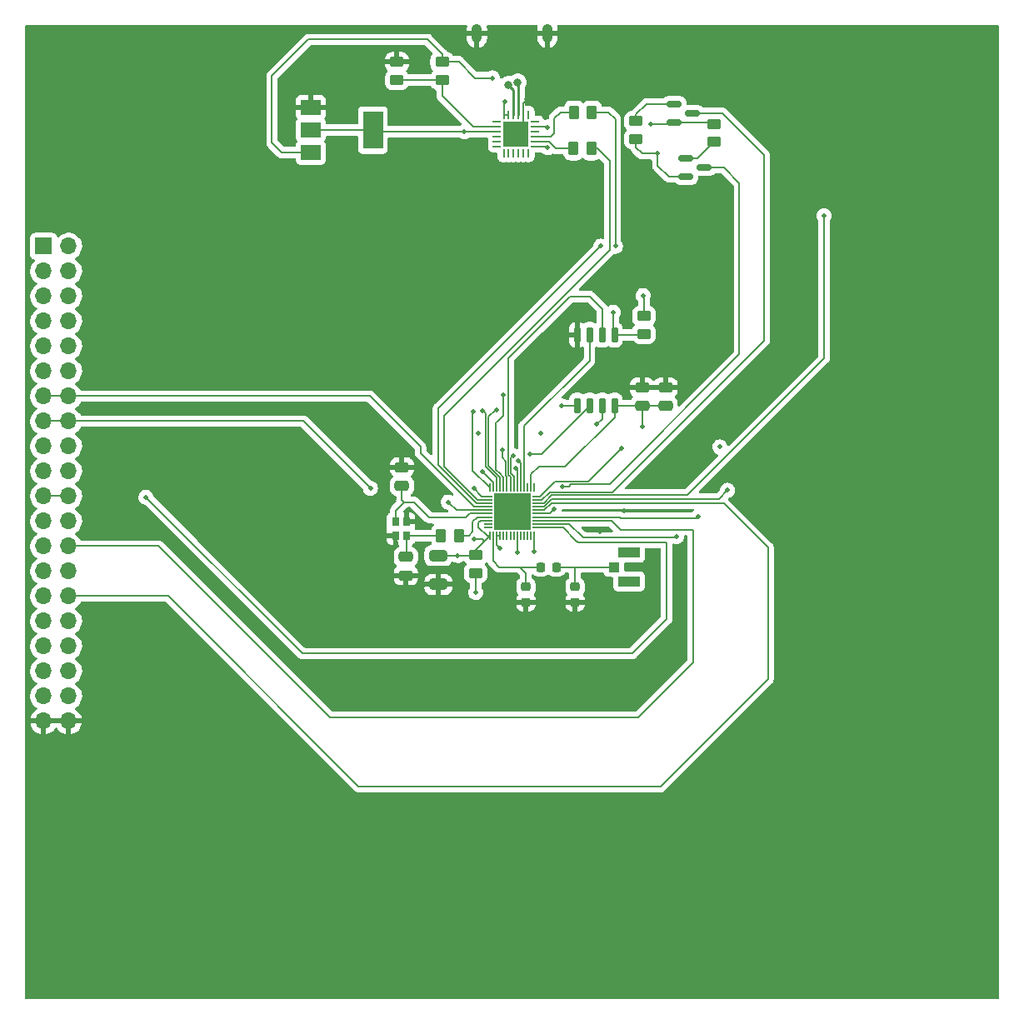
<source format=gbr>
%TF.GenerationSoftware,KiCad,Pcbnew,6.0.11-3.fc37*%
%TF.CreationDate,2023-03-10T11:04:47-06:00*%
%TF.ProjectId,ESP32,45535033-322e-46b6-9963-61645f706362,rev?*%
%TF.SameCoordinates,Original*%
%TF.FileFunction,Copper,L1,Top*%
%TF.FilePolarity,Positive*%
%FSLAX46Y46*%
G04 Gerber Fmt 4.6, Leading zero omitted, Abs format (unit mm)*
G04 Created by KiCad (PCBNEW 6.0.11-3.fc37) date 2023-03-10 11:04:47*
%MOMM*%
%LPD*%
G01*
G04 APERTURE LIST*
G04 Aperture macros list*
%AMRoundRect*
0 Rectangle with rounded corners*
0 $1 Rounding radius*
0 $2 $3 $4 $5 $6 $7 $8 $9 X,Y pos of 4 corners*
0 Add a 4 corners polygon primitive as box body*
4,1,4,$2,$3,$4,$5,$6,$7,$8,$9,$2,$3,0*
0 Add four circle primitives for the rounded corners*
1,1,$1+$1,$2,$3*
1,1,$1+$1,$4,$5*
1,1,$1+$1,$6,$7*
1,1,$1+$1,$8,$9*
0 Add four rect primitives between the rounded corners*
20,1,$1+$1,$2,$3,$4,$5,0*
20,1,$1+$1,$4,$5,$6,$7,0*
20,1,$1+$1,$6,$7,$8,$9,0*
20,1,$1+$1,$8,$9,$2,$3,0*%
G04 Aperture macros list end*
%TA.AperFunction,SMDPad,CuDef*%
%ADD10RoundRect,0.150000X-0.150000X0.650000X-0.150000X-0.650000X0.150000X-0.650000X0.150000X0.650000X0*%
%TD*%
%TA.AperFunction,SMDPad,CuDef*%
%ADD11R,1.050000X1.000000*%
%TD*%
%TA.AperFunction,SMDPad,CuDef*%
%ADD12R,2.200000X1.050000*%
%TD*%
%TA.AperFunction,SMDPad,CuDef*%
%ADD13R,2.000000X1.500000*%
%TD*%
%TA.AperFunction,SMDPad,CuDef*%
%ADD14R,2.000000X3.800000*%
%TD*%
%TA.AperFunction,SMDPad,CuDef*%
%ADD15RoundRect,0.250000X-0.262500X-0.450000X0.262500X-0.450000X0.262500X0.450000X-0.262500X0.450000X0*%
%TD*%
%TA.AperFunction,SMDPad,CuDef*%
%ADD16R,0.800000X0.900000*%
%TD*%
%TA.AperFunction,SMDPad,CuDef*%
%ADD17RoundRect,0.250000X-0.450000X0.262500X-0.450000X-0.262500X0.450000X-0.262500X0.450000X0.262500X0*%
%TD*%
%TA.AperFunction,SMDPad,CuDef*%
%ADD18RoundRect,0.250000X0.450000X-0.262500X0.450000X0.262500X-0.450000X0.262500X-0.450000X-0.262500X0*%
%TD*%
%TA.AperFunction,SMDPad,CuDef*%
%ADD19RoundRect,0.218750X0.218750X0.256250X-0.218750X0.256250X-0.218750X-0.256250X0.218750X-0.256250X0*%
%TD*%
%TA.AperFunction,SMDPad,CuDef*%
%ADD20RoundRect,0.150000X-0.587500X-0.150000X0.587500X-0.150000X0.587500X0.150000X-0.587500X0.150000X0*%
%TD*%
%TA.AperFunction,ComponentPad*%
%ADD21R,1.700000X1.700000*%
%TD*%
%TA.AperFunction,ComponentPad*%
%ADD22O,1.700000X1.700000*%
%TD*%
%TA.AperFunction,SMDPad,CuDef*%
%ADD23RoundRect,0.250000X0.475000X-0.250000X0.475000X0.250000X-0.475000X0.250000X-0.475000X-0.250000X0*%
%TD*%
%TA.AperFunction,SMDPad,CuDef*%
%ADD24RoundRect,0.225000X-0.250000X0.225000X-0.250000X-0.225000X0.250000X-0.225000X0.250000X0.225000X0*%
%TD*%
%TA.AperFunction,SMDPad,CuDef*%
%ADD25RoundRect,0.250000X-0.475000X0.250000X-0.475000X-0.250000X0.475000X-0.250000X0.475000X0.250000X0*%
%TD*%
%TA.AperFunction,SMDPad,CuDef*%
%ADD26RoundRect,0.062500X-0.062500X0.350000X-0.062500X-0.350000X0.062500X-0.350000X0.062500X0.350000X0*%
%TD*%
%TA.AperFunction,SMDPad,CuDef*%
%ADD27RoundRect,0.062500X-0.350000X0.062500X-0.350000X-0.062500X0.350000X-0.062500X0.350000X0.062500X0*%
%TD*%
%TA.AperFunction,SMDPad,CuDef*%
%ADD28R,2.600000X2.600000*%
%TD*%
%TA.AperFunction,SMDPad,CuDef*%
%ADD29RoundRect,0.250000X-0.650000X0.325000X-0.650000X-0.325000X0.650000X-0.325000X0.650000X0.325000X0*%
%TD*%
%TA.AperFunction,SMDPad,CuDef*%
%ADD30RoundRect,0.050000X0.050000X-0.350000X0.050000X0.350000X-0.050000X0.350000X-0.050000X-0.350000X0*%
%TD*%
%TA.AperFunction,SMDPad,CuDef*%
%ADD31RoundRect,0.050000X0.350000X-0.050000X0.350000X0.050000X-0.350000X0.050000X-0.350000X-0.050000X0*%
%TD*%
%TA.AperFunction,SMDPad,CuDef*%
%ADD32R,3.700000X3.700000*%
%TD*%
%TA.AperFunction,ComponentPad*%
%ADD33O,1.050000X1.900000*%
%TD*%
%TA.AperFunction,ViaPad*%
%ADD34C,0.510000*%
%TD*%
%TA.AperFunction,ViaPad*%
%ADD35C,0.800000*%
%TD*%
%TA.AperFunction,Conductor*%
%ADD36C,0.137000*%
%TD*%
%TA.AperFunction,Conductor*%
%ADD37C,0.200000*%
%TD*%
%TA.AperFunction,Conductor*%
%ADD38C,0.250000*%
%TD*%
G04 APERTURE END LIST*
D10*
%TO.P,U3,1,~{CS}*%
%TO.N,/FLASH_CS*%
X80405000Y-52000000D03*
%TO.P,U3,2,DO(IO1)*%
%TO.N,/FLASH_IO1*%
X79135000Y-52000000D03*
%TO.P,U3,3,IO2*%
%TO.N,/FLASH_IO2*%
X77865000Y-52000000D03*
%TO.P,U3,4,GND*%
%TO.N,GND*%
X76595000Y-52000000D03*
%TO.P,U3,5,DI(IO0)*%
%TO.N,/FLASH_IO0*%
X76595000Y-59200000D03*
%TO.P,U3,6,CLK*%
%TO.N,/FLASH_CLK*%
X77865000Y-59200000D03*
%TO.P,U3,7,IO3*%
%TO.N,/FLASH_IO3*%
X79135000Y-59200000D03*
%TO.P,U3,8,VCC*%
%TO.N,VDD_SDIO*%
X80405000Y-59200000D03*
%TD*%
D11*
%TO.P,AE1,1,A*%
%TO.N,Net-(C3-Pad1)*%
X80350000Y-75600000D03*
D12*
%TO.P,AE1,2*%
%TO.N,N/C*%
X81875000Y-77075000D03*
X81875000Y-74125000D03*
%TD*%
D13*
%TO.P,U1,1,GND*%
%TO.N,GND*%
X49550000Y-28900000D03*
D14*
%TO.P,U1,2,VO*%
%TO.N,+3V3*%
X55850000Y-31200000D03*
D13*
X49550000Y-31200000D03*
%TO.P,U1,3,VI*%
%TO.N,VBUS*%
X49550000Y-33500000D03*
%TD*%
D15*
%TO.P,R9,1*%
%TO.N,Net-(U4-Pad20)*%
X76212500Y-33075000D03*
%TO.P,R9,2*%
%TO.N,/RXD*%
X78037500Y-33075000D03*
%TD*%
D16*
%TO.P,Y1,1,1*%
%TO.N,Net-(C9-Pad2)*%
X59250000Y-72400000D03*
%TO.P,Y1,2,2*%
%TO.N,GND*%
X59250000Y-71000000D03*
%TO.P,Y1,3,3*%
%TO.N,Net-(U2-Pad44)*%
X58150000Y-71000000D03*
%TO.P,Y1,4,4*%
%TO.N,GND*%
X58150000Y-72400000D03*
%TD*%
D17*
%TO.P,R7,1*%
%TO.N,GND*%
X58300000Y-24287500D03*
%TO.P,R7,2*%
%TO.N,Net-(U4-Pad8)*%
X58300000Y-26112500D03*
%TD*%
D18*
%TO.P,R6,1*%
%TO.N,/RTS*%
X82600000Y-32112500D03*
%TO.P,R6,2*%
%TO.N,Net-(Q2-Pad1)*%
X82600000Y-30287500D03*
%TD*%
D17*
%TO.P,R5,1*%
%TO.N,/DTR*%
X90500000Y-30575000D03*
%TO.P,R5,2*%
%TO.N,Net-(Q1-Pad1)*%
X90500000Y-32400000D03*
%TD*%
D19*
%TO.P,L1,1,1*%
%TO.N,Net-(C3-Pad1)*%
X74487500Y-75600000D03*
%TO.P,L1,2,2*%
%TO.N,Net-(C5-Pad1)*%
X72912500Y-75600000D03*
%TD*%
D18*
%TO.P,R4,1*%
%TO.N,/FLASH_CS*%
X83400000Y-51912500D03*
%TO.P,R4,2*%
%TO.N,+3V3*%
X83400000Y-50087500D03*
%TD*%
D20*
%TO.P,Q2,1,B*%
%TO.N,Net-(Q2-Pad1)*%
X86462500Y-28550000D03*
%TO.P,Q2,2,E*%
%TO.N,/DTR*%
X86462500Y-30450000D03*
%TO.P,Q2,3,C*%
%TO.N,/IO0*%
X88337500Y-29500000D03*
%TD*%
D21*
%TO.P,J1,1,Pin_1*%
%TO.N,+3V3*%
X22400000Y-43000000D03*
D22*
%TO.P,J1,2,Pin_2*%
X24940000Y-43000000D03*
%TO.P,J1,3,Pin_3*%
%TO.N,/IO2*%
X22400000Y-45540000D03*
%TO.P,J1,4,Pin_4*%
X24940000Y-45540000D03*
%TO.P,J1,5,Pin_5*%
%TO.N,/IO4*%
X22400000Y-48080000D03*
%TO.P,J1,6,Pin_6*%
X24940000Y-48080000D03*
%TO.P,J1,7,Pin_7*%
%TO.N,/IO5*%
X22400000Y-50620000D03*
%TO.P,J1,8,Pin_8*%
X24940000Y-50620000D03*
%TO.P,J1,9,Pin_9*%
%TO.N,/IO18*%
X22400000Y-53160000D03*
%TO.P,J1,10,Pin_10*%
X24940000Y-53160000D03*
%TO.P,J1,11,Pin_11*%
%TO.N,/IO19*%
X22400000Y-55700000D03*
%TO.P,J1,12,Pin_12*%
X24940000Y-55700000D03*
%TO.P,J1,13,Pin_13*%
%TO.N,/IO21*%
X22400000Y-58240000D03*
%TO.P,J1,14,Pin_14*%
X24940000Y-58240000D03*
%TO.P,J1,15,Pin_15*%
%TO.N,/IO22*%
X22400000Y-60780000D03*
%TO.P,J1,16,Pin_16*%
X24940000Y-60780000D03*
%TO.P,J1,17,Pin_17*%
%TO.N,/IO23*%
X22400000Y-63320000D03*
%TO.P,J1,18,Pin_18*%
X24940000Y-63320000D03*
%TO.P,J1,19,Pin_19*%
%TO.N,/IO25*%
X22400000Y-65860000D03*
%TO.P,J1,20,Pin_20*%
X24940000Y-65860000D03*
%TO.P,J1,21,Pin_21*%
%TO.N,/IO26*%
X22400000Y-68400000D03*
%TO.P,J1,22,Pin_22*%
X24940000Y-68400000D03*
%TO.P,J1,23,Pin_23*%
%TO.N,/IO27*%
X22400000Y-70940000D03*
%TO.P,J1,24,Pin_24*%
X24940000Y-70940000D03*
%TO.P,J1,25,Pin_25*%
%TO.N,/IO14*%
X22400000Y-73480000D03*
%TO.P,J1,26,Pin_26*%
X24940000Y-73480000D03*
%TO.P,J1,27,Pin_27*%
%TO.N,/IO12*%
X22400000Y-76020000D03*
%TO.P,J1,28,Pin_28*%
X24940000Y-76020000D03*
%TO.P,J1,29,Pin_29*%
%TO.N,/IO13*%
X22400000Y-78560000D03*
%TO.P,J1,30,Pin_30*%
X24940000Y-78560000D03*
%TO.P,J1,31,Pin_31*%
%TO.N,/IO15*%
X22400000Y-81100000D03*
%TO.P,J1,32,Pin_32*%
X24940000Y-81100000D03*
%TO.P,J1,33,Pin_33*%
%TO.N,unconnected-(J1-Pad33)*%
X22400000Y-83640000D03*
%TO.P,J1,34,Pin_34*%
%TO.N,unconnected-(J1-Pad34)*%
X24940000Y-83640000D03*
%TO.P,J1,35,Pin_35*%
%TO.N,unconnected-(J1-Pad35)*%
X22400000Y-86180000D03*
%TO.P,J1,36,Pin_36*%
%TO.N,unconnected-(J1-Pad36)*%
X24940000Y-86180000D03*
%TO.P,J1,37,Pin_37*%
%TO.N,unconnected-(J1-Pad37)*%
X22400000Y-88720000D03*
%TO.P,J1,38,Pin_38*%
%TO.N,unconnected-(J1-Pad38)*%
X24940000Y-88720000D03*
%TO.P,J1,39,Pin_39*%
%TO.N,GND*%
X22400000Y-91260000D03*
%TO.P,J1,40,Pin_40*%
X24940000Y-91260000D03*
%TD*%
D23*
%TO.P,C9,1*%
%TO.N,GND*%
X59200000Y-76450000D03*
%TO.P,C9,2*%
%TO.N,Net-(C9-Pad2)*%
X59200000Y-74550000D03*
%TD*%
D15*
%TO.P,R8,1*%
%TO.N,Net-(U4-Pad21)*%
X76287500Y-29400000D03*
%TO.P,R8,2*%
%TO.N,/TXD*%
X78112500Y-29400000D03*
%TD*%
D24*
%TO.P,C3,1*%
%TO.N,Net-(C3-Pad1)*%
X76400000Y-77625000D03*
%TO.P,C3,2*%
%TO.N,GND*%
X76400000Y-79175000D03*
%TD*%
D18*
%TO.P,FB1,1*%
%TO.N,+3V3*%
X66300000Y-76212500D03*
%TO.P,FB1,2*%
%TO.N,Net-(U2-Pad1)*%
X66300000Y-74387500D03*
%TD*%
D25*
%TO.P,C10,1*%
%TO.N,GND*%
X58800000Y-65450000D03*
%TO.P,C10,2*%
%TO.N,Net-(U2-Pad44)*%
X58800000Y-67350000D03*
%TD*%
D26*
%TO.P,U4,1,~{RI}/CLK*%
%TO.N,unconnected-(U4-Pad1)*%
X71650000Y-29662500D03*
%TO.P,U4,2,GND*%
%TO.N,GND*%
X71150000Y-29662500D03*
%TO.P,U4,3,D+*%
%TO.N,Net-(J2-Pad3)*%
X70650000Y-29662500D03*
%TO.P,U4,4,D-*%
%TO.N,Net-(J2-Pad2)*%
X70150000Y-29662500D03*
%TO.P,U4,5,VIO*%
%TO.N,+3V3*%
X69650000Y-29662500D03*
%TO.P,U4,6,VDD*%
X69150000Y-29662500D03*
D27*
%TO.P,U4,7,VREGIN*%
%TO.N,unconnected-(U4-Pad7)*%
X68462500Y-30350000D03*
%TO.P,U4,8,VBUS*%
%TO.N,Net-(U4-Pad8)*%
X68462500Y-30850000D03*
%TO.P,U4,9,~{RST}*%
%TO.N,+3V3*%
X68462500Y-31350000D03*
%TO.P,U4,10,NC*%
%TO.N,unconnected-(U4-Pad10)*%
X68462500Y-31850000D03*
%TO.P,U4,11,~{WAKEUP}/GPIO.3*%
%TO.N,unconnected-(U4-Pad11)*%
X68462500Y-32350000D03*
%TO.P,U4,12,RS485/GPIO.2*%
%TO.N,unconnected-(U4-Pad12)*%
X68462500Y-32850000D03*
D26*
%TO.P,U4,13,~{RXT}/GPIO.1*%
%TO.N,unconnected-(U4-Pad13)*%
X69150000Y-33537500D03*
%TO.P,U4,14,~{TXT}/GPIO.0*%
%TO.N,unconnected-(U4-Pad14)*%
X69650000Y-33537500D03*
%TO.P,U4,15,~{SUSPEND}*%
%TO.N,unconnected-(U4-Pad15)*%
X70150000Y-33537500D03*
%TO.P,U4,16,NC*%
%TO.N,unconnected-(U4-Pad16)*%
X70650000Y-33537500D03*
%TO.P,U4,17,SUSPEND*%
%TO.N,unconnected-(U4-Pad17)*%
X71150000Y-33537500D03*
%TO.P,U4,18,~{CTS}*%
%TO.N,unconnected-(U4-Pad18)*%
X71650000Y-33537500D03*
D27*
%TO.P,U4,19,~{RTS}*%
%TO.N,/RTS*%
X72337500Y-32850000D03*
%TO.P,U4,20,RXD*%
%TO.N,Net-(U4-Pad20)*%
X72337500Y-32350000D03*
%TO.P,U4,21,TXD*%
%TO.N,Net-(U4-Pad21)*%
X72337500Y-31850000D03*
%TO.P,U4,22,~{DSR}*%
%TO.N,/DSR*%
X72337500Y-31350000D03*
%TO.P,U4,23,~{DTR}*%
%TO.N,/DTR*%
X72337500Y-30850000D03*
%TO.P,U4,24,~{DCD}*%
%TO.N,unconnected-(U4-Pad24)*%
X72337500Y-30350000D03*
D28*
%TO.P,U4,25,GND*%
%TO.N,GND*%
X70400000Y-31600000D03*
%TD*%
D23*
%TO.P,C17,1*%
%TO.N,VDD_SDIO*%
X83200000Y-59250000D03*
%TO.P,C17,2*%
%TO.N,GND*%
X83200000Y-57350000D03*
%TD*%
D29*
%TO.P,C15,1*%
%TO.N,Net-(U2-Pad1)*%
X62500000Y-74425000D03*
%TO.P,C15,2*%
%TO.N,GND*%
X62500000Y-77375000D03*
%TD*%
D15*
%TO.P,R3,1*%
%TO.N,Net-(C9-Pad2)*%
X62787500Y-72400000D03*
%TO.P,R3,2*%
%TO.N,Net-(U2-Pad45)*%
X64612500Y-72400000D03*
%TD*%
D30*
%TO.P,U2,1,VDDA*%
%TO.N,Net-(U2-Pad1)*%
X67725000Y-72450000D03*
%TO.P,U2,2,LNA_IN*%
%TO.N,Net-(C5-Pad1)*%
X68075000Y-72450000D03*
%TO.P,U2,3,VDD3P3*%
%TO.N,+3V3*%
X68425000Y-72450000D03*
%TO.P,U2,4,VDD3P3*%
X68775000Y-72450000D03*
%TO.P,U2,5,SENSOR_VP/GPIO36/ADC1_CH0*%
%TO.N,/IO36*%
X69125000Y-72450000D03*
%TO.P,U2,6,SENSOR_CAPP/GPIO37/ADC1_CH1*%
%TO.N,/IO37*%
X69475000Y-72450000D03*
%TO.P,U2,7,SENSOR_CAPN/GPIO38/ADC1_CH2*%
%TO.N,/IO38*%
X69825000Y-72450000D03*
%TO.P,U2,8,SENSOR_VN/GPIO39/ADC1_CH3*%
%TO.N,/IO39*%
X70175000Y-72450000D03*
%TO.P,U2,9,CHIP_PU*%
%TO.N,/EN*%
X70525000Y-72450000D03*
%TO.P,U2,10,VDET_1/GPIO34/ADC1_CH6*%
%TO.N,/IO34*%
X70875000Y-72450000D03*
%TO.P,U2,11,VDET_2/GPIO35/ADC1_CH7*%
%TO.N,/IO35*%
X71225000Y-72450000D03*
%TO.P,U2,12,32K_XP/GPIO32/ADC1_CH4*%
%TO.N,/IO32*%
X71575000Y-72450000D03*
%TO.P,U2,13,32K_XN/GPIO33/ADC1_CH5*%
%TO.N,/IO33*%
X71925000Y-72450000D03*
%TO.P,U2,14,GPIO25/ADC2_CH8/DAC_1*%
%TO.N,/IO25*%
X72275000Y-72450000D03*
D31*
%TO.P,U2,15,GPIO26/ADC2_CH9/DAC_2*%
%TO.N,/IO26*%
X72450000Y-71575000D03*
%TO.P,U2,16,GPIO27/ADC2_CH7*%
%TO.N,/IO27*%
X72450000Y-71225000D03*
%TO.P,U2,17,MTMS/GPIO14/ADC2_CH6*%
%TO.N,/IO14*%
X72450000Y-70875000D03*
%TO.P,U2,18,MTDI/GPIO12/ADC2_CH5*%
%TO.N,/IO12*%
X72450000Y-70525000D03*
%TO.P,U2,19,VDD3P3_RTC*%
%TO.N,+3V3*%
X72450000Y-70175000D03*
%TO.P,U2,20,MTCK/GPIO13/ADC2_CH4*%
%TO.N,/IO13*%
X72450000Y-69825000D03*
%TO.P,U2,21,MTDO/GPIO15/ADC2_CH3*%
%TO.N,/IO15*%
X72450000Y-69475000D03*
%TO.P,U2,22,GPIO2/ADC2_CH2*%
%TO.N,/IO2*%
X72450000Y-69125000D03*
%TO.P,U2,23,GPIO0/BOOT/ADC2_CH1*%
%TO.N,/IO0*%
X72450000Y-68775000D03*
%TO.P,U2,24,GPIO4/ADC2_CH0*%
%TO.N,/IO4*%
X72450000Y-68425000D03*
D30*
%TO.P,U2,25,GPIO16*%
%TO.N,/IO16*%
X72275000Y-67550000D03*
%TO.P,U2,26,VDD_SDIO*%
%TO.N,VDD_SDIO*%
X71925000Y-67550000D03*
%TO.P,U2,27,GPIO17*%
%TO.N,/IO17*%
X71575000Y-67550000D03*
%TO.P,U2,28,SD_DATA_2/GPIO9*%
%TO.N,/FLASH_IO2*%
X71225000Y-67550000D03*
%TO.P,U2,29,SD_DATA_3/GPIO10*%
%TO.N,/FLASH_IO3*%
X70875000Y-67550000D03*
%TO.P,U2,30,SD_CMD/GPIO11*%
%TO.N,/FLASH_CS*%
X70525000Y-67550000D03*
%TO.P,U2,31,SD_CLK/GPIO6*%
%TO.N,/FLASH_CLK*%
X70175000Y-67550000D03*
%TO.P,U2,32,SD_DATA_0/GPIO7*%
%TO.N,/FLASH_IO1*%
X69825000Y-67550000D03*
%TO.P,U2,33,SD_DATA_1/GPIO8*%
%TO.N,/FLASH_IO0*%
X69475000Y-67550000D03*
%TO.P,U2,34,GPIO5*%
%TO.N,/IO5*%
X69125000Y-67550000D03*
%TO.P,U2,35,GPIO18*%
%TO.N,/IO18*%
X68775000Y-67550000D03*
%TO.P,U2,36,GPIO23*%
%TO.N,/IO23*%
X68425000Y-67550000D03*
%TO.P,U2,37,VDD3P3_CPU*%
%TO.N,+3V3*%
X68075000Y-67550000D03*
%TO.P,U2,38,GPIO19*%
%TO.N,/IO19*%
X67725000Y-67550000D03*
D31*
%TO.P,U2,39,GPIO22*%
%TO.N,/IO22*%
X67550000Y-68425000D03*
%TO.P,U2,40,U0RXD/GPIO3*%
%TO.N,/RXD*%
X67550000Y-68775000D03*
%TO.P,U2,41,U0TXD/GPIO1*%
%TO.N,/TXD*%
X67550000Y-69125000D03*
%TO.P,U2,42,GPIO21*%
%TO.N,/IO21*%
X67550000Y-69475000D03*
%TO.P,U2,43,VDDA*%
%TO.N,Net-(U2-Pad1)*%
X67550000Y-69825000D03*
%TO.P,U2,44,XTAL_N*%
%TO.N,Net-(U2-Pad44)*%
X67550000Y-70175000D03*
%TO.P,U2,45,XTAL_P*%
%TO.N,Net-(U2-Pad45)*%
X67550000Y-70525000D03*
%TO.P,U2,46,VDDA*%
%TO.N,Net-(U2-Pad1)*%
X67550000Y-70875000D03*
%TO.P,U2,47,CAP2*%
%TO.N,unconnected-(U2-Pad47)*%
X67550000Y-71225000D03*
%TO.P,U2,48,CAP1*%
%TO.N,unconnected-(U2-Pad48)*%
X67550000Y-71575000D03*
D32*
%TO.P,U2,49,GND*%
%TO.N,GND*%
X70000000Y-70000000D03*
%TD*%
D24*
%TO.P,C5,1*%
%TO.N,Net-(C5-Pad1)*%
X71400000Y-77625000D03*
%TO.P,C5,2*%
%TO.N,GND*%
X71400000Y-79175000D03*
%TD*%
D20*
%TO.P,Q1,1,B*%
%TO.N,Net-(Q1-Pad1)*%
X87662500Y-34050000D03*
%TO.P,Q1,2,E*%
%TO.N,/RTS*%
X87662500Y-35950000D03*
%TO.P,Q1,3,C*%
%TO.N,/EN*%
X89537500Y-35000000D03*
%TD*%
D18*
%TO.P,R1,1*%
%TO.N,Net-(U4-Pad8)*%
X62900000Y-26112500D03*
%TO.P,R1,2*%
%TO.N,VBUS*%
X62900000Y-24287500D03*
%TD*%
D23*
%TO.P,C8,1*%
%TO.N,VDD_SDIO*%
X85600000Y-59250000D03*
%TO.P,C8,2*%
%TO.N,GND*%
X85600000Y-57350000D03*
%TD*%
D33*
%TO.P,J2,6,Shield*%
%TO.N,GND*%
X73575000Y-21400000D03*
X66425000Y-21400000D03*
%TD*%
D34*
%TO.N,+3V3*%
X66300000Y-78200000D03*
X74300000Y-69700000D03*
X67000000Y-65900000D03*
X72900000Y-62000000D03*
X83300000Y-48000000D03*
X65150000Y-31350000D03*
X91100000Y-63400000D03*
X68800000Y-73700000D03*
X69300000Y-28300000D03*
%TO.N,GND*%
X76600000Y-49900000D03*
X61800000Y-69200000D03*
X78900000Y-72000000D03*
X71500000Y-28100000D03*
X58900000Y-63900000D03*
X66600000Y-62000000D03*
X87100000Y-53700000D03*
D35*
X53900000Y-24200000D03*
D34*
X88300000Y-52100000D03*
X61500000Y-62100000D03*
X70100000Y-70000000D03*
X81400000Y-69900000D03*
X59500000Y-69700000D03*
X64500000Y-80800000D03*
X89100000Y-50100000D03*
%TO.N,VDD_SDIO*%
X83200000Y-61300000D03*
%TO.N,Net-(U2-Pad1)*%
X64475000Y-74425000D03*
X63500000Y-69000000D03*
X66100000Y-72800000D03*
%TO.N,/EN*%
X70500000Y-74100000D03*
X75100000Y-67400000D03*
%TO.N,/IO2*%
X101700000Y-39900000D03*
%TO.N,/IO4*%
X81100000Y-63500000D03*
%TO.N,/IO5*%
X69100000Y-58100000D03*
%TO.N,/IO18*%
X68400000Y-59600000D03*
%TO.N,/IO19*%
X66050000Y-59850000D03*
%TO.N,/IO22*%
X66100000Y-67600000D03*
X55600000Y-67600000D03*
%TO.N,/IO23*%
X67000000Y-59700000D03*
%TO.N,/IO25*%
X72200000Y-74000000D03*
%TO.N,/IO26*%
X32800000Y-68500000D03*
%TO.N,/IO27*%
X86700000Y-72500000D03*
%TO.N,/IO12*%
X88900000Y-70500000D03*
%TO.N,/IO15*%
X91900000Y-67800000D03*
%TO.N,VBUS*%
X68000000Y-25900000D03*
D35*
%TO.N,Net-(J2-Pad2)*%
X69600000Y-26600000D03*
%TO.N,Net-(J2-Pad3)*%
X70569659Y-26357585D03*
D34*
%TO.N,/RTS*%
X84800000Y-33600000D03*
X73600000Y-33000000D03*
%TO.N,/DTR*%
X84100000Y-30600000D03*
X73600000Y-30900000D03*
%TO.N,/FLASH_CS*%
X80300000Y-49700000D03*
X70400000Y-65600000D03*
%TO.N,/FLASH_IO3*%
X78600000Y-61100000D03*
X70600000Y-64800000D03*
%TO.N,/FLASH_CLK*%
X71800000Y-64100000D03*
X70100000Y-64300000D03*
%TO.N,/FLASH_IO0*%
X75000000Y-59200000D03*
X69000000Y-63700000D03*
%TO.N,/TXD*%
X79000000Y-43000000D03*
X80500000Y-43000000D03*
%TD*%
D36*
%TO.N,+3V3*%
X68425000Y-73325000D02*
X68425000Y-72450000D01*
X69150000Y-29662500D02*
X69150000Y-28450000D01*
X83400000Y-50087500D02*
X83400000Y-48100000D01*
X68462500Y-31350000D02*
X65150000Y-31350000D01*
X68800000Y-73700000D02*
X68425000Y-73325000D01*
X73825000Y-70175000D02*
X72450000Y-70175000D01*
X68075000Y-66975000D02*
X68075000Y-67550000D01*
X55850000Y-31200000D02*
X49550000Y-31200000D01*
X66300000Y-78200000D02*
X66300000Y-76212500D01*
X65150000Y-31350000D02*
X56000000Y-31350000D01*
X68775000Y-72450000D02*
X68425000Y-72450000D01*
X69150000Y-28450000D02*
X69300000Y-28300000D01*
X69150000Y-29662500D02*
X69650000Y-29662500D01*
X67000000Y-65900000D02*
X68075000Y-66975000D01*
X74300000Y-69700000D02*
X73825000Y-70175000D01*
X83400000Y-48100000D02*
X83300000Y-48000000D01*
X56000000Y-31350000D02*
X55850000Y-31200000D01*
%TO.N,GND*%
X71150000Y-29662500D02*
X71150000Y-28450000D01*
X76595000Y-49905000D02*
X76600000Y-49900000D01*
X58900000Y-65350000D02*
X58900000Y-63900000D01*
X71150000Y-28450000D02*
X71500000Y-28100000D01*
X58800000Y-65450000D02*
X58900000Y-65350000D01*
X76595000Y-52000000D02*
X76595000Y-49905000D01*
X71150000Y-30850000D02*
X70400000Y-31600000D01*
X71150000Y-29662500D02*
X71150000Y-30850000D01*
%TO.N,VDD_SDIO*%
X80405000Y-60400991D02*
X75405991Y-65400000D01*
X83200000Y-59250000D02*
X83200000Y-61300000D01*
X80405000Y-59200000D02*
X80405000Y-60400991D01*
X72700000Y-65400000D02*
X71925000Y-66175000D01*
X80405000Y-59200000D02*
X83150000Y-59200000D01*
X71925000Y-66175000D02*
X71925000Y-67550000D01*
X85600000Y-59250000D02*
X83200000Y-59250000D01*
X75405991Y-65400000D02*
X72700000Y-65400000D01*
X83150000Y-59200000D02*
X83200000Y-59250000D01*
%TO.N,Net-(C9-Pad2)*%
X59200000Y-74550000D02*
X59250000Y-74500000D01*
X59250000Y-74500000D02*
X59250000Y-72400000D01*
X59250000Y-72400000D02*
X62787500Y-72400000D01*
%TO.N,Net-(U2-Pad44)*%
X60000000Y-69000000D02*
X61600000Y-70600000D01*
X58800000Y-67350000D02*
X58800000Y-68800000D01*
X58150000Y-69850000D02*
X59000000Y-69000000D01*
X65725000Y-70175000D02*
X67550000Y-70175000D01*
X61600000Y-70600000D02*
X65300000Y-70600000D01*
X58800000Y-68800000D02*
X59000000Y-69000000D01*
X58150000Y-71000000D02*
X58150000Y-69850000D01*
X65300000Y-70600000D02*
X65725000Y-70175000D01*
X59000000Y-69000000D02*
X60000000Y-69000000D01*
%TO.N,Net-(U2-Pad1)*%
X66600000Y-71100000D02*
X66825000Y-70875000D01*
X66300000Y-74387500D02*
X66300000Y-73875000D01*
X64475000Y-74425000D02*
X66262500Y-74425000D01*
X66262500Y-74425000D02*
X66300000Y-74387500D01*
X66300000Y-73875000D02*
X67187500Y-72987500D01*
X66100000Y-72800000D02*
X67000000Y-72800000D01*
X67725000Y-72450000D02*
X67450000Y-72450000D01*
X64325000Y-69825000D02*
X63500000Y-69000000D01*
X67550000Y-69825000D02*
X64325000Y-69825000D01*
X66825000Y-70875000D02*
X67550000Y-70875000D01*
X67450000Y-72450000D02*
X66600000Y-71600000D01*
X62500000Y-74425000D02*
X64475000Y-74425000D01*
X67000000Y-72800000D02*
X67187500Y-72987500D01*
X66600000Y-71600000D02*
X66600000Y-71100000D01*
X67187500Y-72987500D02*
X67725000Y-72450000D01*
%TO.N,/EN*%
X93100000Y-54000000D02*
X93100000Y-36600000D01*
X79900000Y-67200000D02*
X93100000Y-54000000D01*
X75800000Y-67400000D02*
X76000000Y-67200000D01*
X91500000Y-35000000D02*
X89537500Y-35000000D01*
X75100000Y-67400000D02*
X75800000Y-67400000D01*
X70500000Y-74100000D02*
X70500000Y-72475000D01*
X76000000Y-67200000D02*
X79900000Y-67200000D01*
X93100000Y-36600000D02*
X91500000Y-35000000D01*
X70500000Y-72475000D02*
X70525000Y-72450000D01*
%TO.N,/IO2*%
X74044808Y-68300000D02*
X87800000Y-68300000D01*
X87800000Y-68300000D02*
X101700000Y-54400000D01*
X72450000Y-69125000D02*
X73219808Y-69125000D01*
X73219808Y-69125000D02*
X74044808Y-68300000D01*
X101700000Y-54400000D02*
X101700000Y-39900000D01*
%TO.N,/IO4*%
X81100000Y-63500000D02*
X77700000Y-66900000D01*
X74387500Y-66900000D02*
X72862500Y-68425000D01*
X77700000Y-66900000D02*
X74387500Y-66900000D01*
X72862500Y-68425000D02*
X72450000Y-68425000D01*
%TO.N,/IO5*%
X68500000Y-60800000D02*
X69100000Y-60200000D01*
X69100000Y-60200000D02*
X69100000Y-58100000D01*
X68371500Y-60928500D02*
X68500000Y-60800000D01*
X68371500Y-65710318D02*
X68371500Y-60928500D01*
X69125000Y-66463817D02*
X68730591Y-66069409D01*
X69125000Y-67550000D02*
X69125000Y-66463817D01*
X68730591Y-66069409D02*
X68371500Y-65710318D01*
%TO.N,/IO18*%
X67600000Y-60300000D02*
X68300000Y-59600000D01*
X68300000Y-59600000D02*
X68400000Y-59600000D01*
X68775000Y-66491413D02*
X67600000Y-65316414D01*
X67600000Y-65316414D02*
X67600000Y-60300000D01*
X68775000Y-67550000D02*
X68775000Y-66491413D01*
%TO.N,/IO19*%
X66000000Y-59900000D02*
X66000000Y-65825000D01*
X66050000Y-59850000D02*
X66000000Y-59900000D01*
X66000000Y-65825000D02*
X67725000Y-67550000D01*
%TO.N,/IO21*%
X66175000Y-69475000D02*
X60700000Y-64000000D01*
X55540000Y-58240000D02*
X24940000Y-58240000D01*
X60700000Y-64000000D02*
X60700000Y-63400000D01*
X67550000Y-69475000D02*
X66175000Y-69475000D01*
X60700000Y-63400000D02*
X55540000Y-58240000D01*
X22400000Y-58240000D02*
X24940000Y-58240000D01*
%TO.N,/IO22*%
X48780000Y-60780000D02*
X55600000Y-67600000D01*
X22400000Y-60780000D02*
X24940000Y-60780000D01*
X66925000Y-68425000D02*
X67550000Y-68425000D01*
X66100000Y-67600000D02*
X66925000Y-68425000D01*
X24940000Y-60780000D02*
X48780000Y-60780000D01*
%TO.N,/IO23*%
X67300000Y-65394009D02*
X67300000Y-60000000D01*
X68425000Y-66519009D02*
X67300000Y-65394009D01*
X68425000Y-67550000D02*
X68425000Y-66519009D01*
X67300000Y-60000000D02*
X67000000Y-59700000D01*
%TO.N,/IO25*%
X72275000Y-72450000D02*
X72275000Y-73925000D01*
X72275000Y-73925000D02*
X72200000Y-74000000D01*
%TO.N,/IO26*%
X76700000Y-73100000D02*
X85700000Y-73100000D01*
X48700000Y-84400000D02*
X32800000Y-68500000D01*
X72450000Y-71575000D02*
X75175000Y-71575000D01*
X22400000Y-68400000D02*
X24940000Y-68400000D01*
X85700000Y-73100000D02*
X85700000Y-80900000D01*
X85700000Y-80900000D02*
X82200000Y-84400000D01*
X82200000Y-84400000D02*
X48700000Y-84400000D01*
X76500000Y-72900000D02*
X76700000Y-73100000D01*
X75175000Y-71575000D02*
X76500000Y-72900000D01*
%TO.N,/IO27*%
X86700000Y-72500000D02*
X86571500Y-72628500D01*
X77228500Y-72628500D02*
X75825000Y-71225000D01*
X75825000Y-71225000D02*
X72450000Y-71225000D01*
X86571500Y-72628500D02*
X77228500Y-72628500D01*
%TO.N,/IO14*%
X51500000Y-90900000D02*
X34080000Y-73480000D01*
X88400000Y-71800000D02*
X88400000Y-85300000D01*
X88400000Y-85300000D02*
X82800000Y-90900000D01*
X81000000Y-71800000D02*
X88400000Y-71800000D01*
X34080000Y-73480000D02*
X24940000Y-73480000D01*
X82800000Y-90900000D02*
X51500000Y-90900000D01*
X80075000Y-70875000D02*
X81000000Y-71800000D01*
X72450000Y-70875000D02*
X80075000Y-70875000D01*
%TO.N,/IO12*%
X81022509Y-70628500D02*
X80919009Y-70525000D01*
X80919009Y-70525000D02*
X72450000Y-70525000D01*
X88771500Y-70628500D02*
X81022509Y-70628500D01*
X88900000Y-70500000D02*
X88771500Y-70628500D01*
%TO.N,/IO15*%
X73247404Y-69475000D02*
X74022404Y-68700000D01*
X74022404Y-68700000D02*
X91000000Y-68700000D01*
X91000000Y-68700000D02*
X91900000Y-67800000D01*
X72450000Y-69475000D02*
X73247404Y-69475000D01*
%TO.N,VBUS*%
X49550000Y-33500000D02*
X46600000Y-33500000D01*
X62900000Y-23500000D02*
X62900000Y-24287500D01*
D37*
X66200000Y-25900000D02*
X64587500Y-24287500D01*
D36*
X46600000Y-33500000D02*
X45600000Y-32500000D01*
X61400000Y-22000000D02*
X62900000Y-23500000D01*
X45600000Y-25700000D02*
X49300000Y-22000000D01*
X49300000Y-22000000D02*
X61400000Y-22000000D01*
D37*
X68000000Y-25900000D02*
X66200000Y-25900000D01*
D36*
X45600000Y-32500000D02*
X45600000Y-25700000D01*
D37*
X64587500Y-24287500D02*
X62900000Y-24287500D01*
D38*
%TO.N,Net-(J2-Pad2)*%
X70150000Y-27150000D02*
X70150000Y-29662500D01*
X69600000Y-26600000D02*
X70150000Y-27150000D01*
%TO.N,Net-(J2-Pad3)*%
X70650000Y-29662500D02*
X70650000Y-26437926D01*
X70650000Y-26437926D02*
X70569659Y-26357585D01*
D36*
%TO.N,Net-(Q1-Pad1)*%
X88850000Y-34050000D02*
X87662500Y-34050000D01*
X90500000Y-32400000D02*
X88850000Y-34050000D01*
%TO.N,/RTS*%
X72337500Y-32850000D02*
X73450000Y-32850000D01*
X73450000Y-32850000D02*
X73600000Y-33000000D01*
X83200000Y-33600000D02*
X82600000Y-33000000D01*
X84800000Y-33600000D02*
X83200000Y-33600000D01*
X84800000Y-33600000D02*
X84800000Y-34800000D01*
X85950000Y-35950000D02*
X87662500Y-35950000D01*
X82600000Y-33000000D02*
X82600000Y-32112500D01*
X84800000Y-34800000D02*
X85950000Y-35950000D01*
%TO.N,Net-(Q2-Pad1)*%
X82600000Y-29600000D02*
X83650000Y-28550000D01*
X83650000Y-28550000D02*
X86462500Y-28550000D01*
X82600000Y-30287500D02*
X82600000Y-29600000D01*
%TO.N,/DTR*%
X86462500Y-30450000D02*
X90375000Y-30450000D01*
X90375000Y-30450000D02*
X90500000Y-30575000D01*
X84100000Y-30600000D02*
X86312500Y-30600000D01*
X73550000Y-30850000D02*
X73600000Y-30900000D01*
X86312500Y-30600000D02*
X86462500Y-30450000D01*
X72337500Y-30850000D02*
X73550000Y-30850000D01*
%TO.N,/IO0*%
X73025000Y-68775000D02*
X73800000Y-68000000D01*
X72450000Y-68775000D02*
X73025000Y-68775000D01*
X91400000Y-29500000D02*
X88337500Y-29500000D01*
X73800000Y-68000000D02*
X80200000Y-68000000D01*
X95600000Y-52600000D02*
X95600000Y-33700000D01*
X95600000Y-33700000D02*
X91400000Y-29500000D01*
X80200000Y-68000000D02*
X95600000Y-52600000D01*
%TO.N,Net-(C3-Pad1)*%
X76400000Y-75600000D02*
X80350000Y-75600000D01*
X74487500Y-75600000D02*
X76400000Y-75600000D01*
X76400000Y-77625000D02*
X76400000Y-75600000D01*
%TO.N,Net-(U2-Pad45)*%
X66475000Y-70525000D02*
X66000000Y-71000000D01*
X65600000Y-72400000D02*
X64612500Y-72400000D01*
X67550000Y-70525000D02*
X66475000Y-70525000D01*
X66000000Y-72000000D02*
X65600000Y-72400000D01*
X66000000Y-71000000D02*
X66000000Y-72000000D01*
%TO.N,/FLASH_CS*%
X83312500Y-52000000D02*
X80405000Y-52000000D01*
X70525000Y-67550000D02*
X70500000Y-67525000D01*
X70500000Y-67525000D02*
X70500000Y-65700000D01*
X70500000Y-65700000D02*
X70400000Y-65600000D01*
X80300000Y-51895000D02*
X80405000Y-52000000D01*
X80300000Y-49700000D02*
X80300000Y-51895000D01*
X83400000Y-51912500D02*
X83312500Y-52000000D01*
%TO.N,Net-(C5-Pad1)*%
X71400000Y-77625000D02*
X71400000Y-76200000D01*
X70800000Y-75600000D02*
X72912500Y-75600000D01*
X71400000Y-76200000D02*
X70800000Y-75600000D01*
X68075000Y-72450000D02*
X68075000Y-74975000D01*
X68700000Y-75600000D02*
X70800000Y-75600000D01*
X68075000Y-74975000D02*
X68700000Y-75600000D01*
%TO.N,/FLASH_IO2*%
X71225000Y-61275000D02*
X77865000Y-54635000D01*
X71225000Y-67550000D02*
X71225000Y-61275000D01*
X77865000Y-54635000D02*
X77865000Y-52000000D01*
%TO.N,/FLASH_IO3*%
X78600000Y-61100000D02*
X79135000Y-60565000D01*
X70600000Y-64800000D02*
X70875000Y-65075000D01*
X79135000Y-60565000D02*
X79135000Y-59200000D01*
X70875000Y-65075000D02*
X70875000Y-67550000D01*
%TO.N,/FLASH_CLK*%
X77865000Y-59200000D02*
X77865000Y-59222853D01*
X70175000Y-66375000D02*
X70175000Y-67550000D01*
X70100000Y-64300000D02*
X69900000Y-64500000D01*
X69900000Y-64500000D02*
X69900000Y-66100000D01*
X77865000Y-59222853D02*
X72987853Y-64100000D01*
X69900000Y-66100000D02*
X70175000Y-66375000D01*
X72987853Y-64100000D02*
X71800000Y-64100000D01*
%TO.N,/FLASH_IO1*%
X79200000Y-51912147D02*
X79200000Y-49400000D01*
X69825000Y-66402596D02*
X69825000Y-67550000D01*
X69633000Y-66210596D02*
X69825000Y-66402596D01*
X79135000Y-52000000D02*
X79135000Y-51977147D01*
X79135000Y-51977147D02*
X79200000Y-51912147D01*
X79200000Y-49400000D02*
X77900000Y-48100000D01*
X75900000Y-48100000D02*
X69633000Y-54367000D01*
X77900000Y-48100000D02*
X75900000Y-48100000D01*
X69633000Y-54367000D02*
X69633000Y-66210596D01*
%TO.N,/FLASH_IO0*%
X69000000Y-64500000D02*
X69366000Y-64866000D01*
X69000000Y-63700000D02*
X69000000Y-64500000D01*
X69475000Y-66430192D02*
X69475000Y-67550000D01*
X75000000Y-59200000D02*
X76595000Y-59200000D01*
X69366000Y-66321191D02*
X69475000Y-66430192D01*
X69366000Y-64866000D02*
X69366000Y-66321191D01*
%TO.N,/RXD*%
X79900000Y-43400000D02*
X63100000Y-60200000D01*
X63100000Y-60200000D02*
X63100000Y-65400000D01*
X63100000Y-65400000D02*
X66475000Y-68775000D01*
X66475000Y-68775000D02*
X67550000Y-68775000D01*
X78037500Y-33075000D02*
X78675000Y-33075000D01*
X79900000Y-34300000D02*
X79900000Y-43400000D01*
X78675000Y-33075000D02*
X79900000Y-34300000D01*
%TO.N,/TXD*%
X62500000Y-65200000D02*
X62500000Y-59500000D01*
X62500000Y-59500000D02*
X79000000Y-43000000D01*
X80500000Y-30100000D02*
X79800000Y-29400000D01*
X66425000Y-69125000D02*
X62500000Y-65200000D01*
X80500000Y-43000000D02*
X80500000Y-30100000D01*
X79800000Y-29400000D02*
X78112500Y-29400000D01*
X67550000Y-69125000D02*
X66425000Y-69125000D01*
D37*
%TO.N,Net-(U4-Pad8)*%
X58300000Y-26112500D02*
X62900000Y-26112500D01*
X66050000Y-30850000D02*
X68462500Y-30850000D01*
X62900000Y-27700000D02*
X66050000Y-30850000D01*
X62900000Y-26112500D02*
X62900000Y-27700000D01*
D36*
%TO.N,Net-(U4-Pad21)*%
X72337500Y-31850000D02*
X73950000Y-31850000D01*
X74300000Y-30000000D02*
X74900000Y-29400000D01*
X73950000Y-31850000D02*
X74300000Y-31500000D01*
X74300000Y-31500000D02*
X74300000Y-30000000D01*
X74900000Y-29400000D02*
X76287500Y-29400000D01*
%TO.N,Net-(U4-Pad20)*%
X73725000Y-32350000D02*
X74450000Y-33075000D01*
X72337500Y-32350000D02*
X73725000Y-32350000D01*
X74450000Y-33075000D02*
X76212500Y-33075000D01*
%TO.N,/IO13*%
X72450000Y-69825000D02*
X73275000Y-69825000D01*
X96000000Y-87000000D02*
X85100000Y-97900000D01*
X54400000Y-97900000D02*
X35060000Y-78560000D01*
X91500000Y-69100000D02*
X96000000Y-73600000D01*
X96000000Y-73600000D02*
X96000000Y-87000000D01*
X73275000Y-69825000D02*
X74000000Y-69100000D01*
X85100000Y-97900000D02*
X54400000Y-97900000D01*
X74000000Y-69100000D02*
X91500000Y-69100000D01*
X35060000Y-78560000D02*
X24940000Y-78560000D01*
%TD*%
%TA.AperFunction,Conductor*%
%TO.N,GND*%
G36*
X65385172Y-20528502D02*
G01*
X65431665Y-20582158D01*
X65441769Y-20652432D01*
X65437153Y-20672599D01*
X65411547Y-20753318D01*
X65408998Y-20765309D01*
X65392393Y-20913350D01*
X65392000Y-20920374D01*
X65392000Y-21127885D01*
X65396475Y-21143124D01*
X65397865Y-21144329D01*
X65405548Y-21146000D01*
X67439885Y-21146000D01*
X67455124Y-21141525D01*
X67456329Y-21140135D01*
X67458000Y-21132452D01*
X67458000Y-20927110D01*
X67457700Y-20920965D01*
X67443830Y-20779519D01*
X67441446Y-20767478D01*
X67412293Y-20670917D01*
X67411752Y-20599923D01*
X67449680Y-20539906D01*
X67514035Y-20509923D01*
X67532915Y-20508500D01*
X72467051Y-20508500D01*
X72535172Y-20528502D01*
X72581665Y-20582158D01*
X72591769Y-20652432D01*
X72587153Y-20672599D01*
X72561547Y-20753318D01*
X72558998Y-20765309D01*
X72542393Y-20913350D01*
X72542000Y-20920374D01*
X72542000Y-21127885D01*
X72546475Y-21143124D01*
X72547865Y-21144329D01*
X72555548Y-21146000D01*
X74589885Y-21146000D01*
X74605124Y-21141525D01*
X74606329Y-21140135D01*
X74608000Y-21132452D01*
X74608000Y-20927110D01*
X74607700Y-20920965D01*
X74593830Y-20779519D01*
X74591446Y-20767478D01*
X74562293Y-20670917D01*
X74561752Y-20599923D01*
X74599680Y-20539906D01*
X74664035Y-20509923D01*
X74682915Y-20508500D01*
X119365500Y-20508500D01*
X119433621Y-20528502D01*
X119480114Y-20582158D01*
X119491500Y-20634500D01*
X119491500Y-119365500D01*
X119471498Y-119433621D01*
X119417842Y-119480114D01*
X119365500Y-119491500D01*
X20634500Y-119491500D01*
X20566379Y-119471498D01*
X20519886Y-119417842D01*
X20508500Y-119365500D01*
X20508500Y-91527966D01*
X21068257Y-91527966D01*
X21098565Y-91662446D01*
X21101645Y-91672275D01*
X21181770Y-91869603D01*
X21186413Y-91878794D01*
X21297694Y-92060388D01*
X21303777Y-92068699D01*
X21443213Y-92229667D01*
X21450580Y-92236883D01*
X21614434Y-92372916D01*
X21622881Y-92378831D01*
X21806756Y-92486279D01*
X21816042Y-92490729D01*
X22015001Y-92566703D01*
X22024899Y-92569579D01*
X22128250Y-92590606D01*
X22142299Y-92589410D01*
X22146000Y-92579065D01*
X22146000Y-92578517D01*
X22654000Y-92578517D01*
X22658064Y-92592359D01*
X22671478Y-92594393D01*
X22678184Y-92593534D01*
X22688262Y-92591392D01*
X22892255Y-92530191D01*
X22901842Y-92526433D01*
X23093095Y-92432739D01*
X23101945Y-92427464D01*
X23275328Y-92303792D01*
X23283200Y-92297139D01*
X23434052Y-92146812D01*
X23440730Y-92138965D01*
X23568022Y-91961819D01*
X23569147Y-91962627D01*
X23616669Y-91918876D01*
X23686607Y-91906661D01*
X23752046Y-91934197D01*
X23779870Y-91966028D01*
X23837690Y-92060383D01*
X23843777Y-92068699D01*
X23983213Y-92229667D01*
X23990580Y-92236883D01*
X24154434Y-92372916D01*
X24162881Y-92378831D01*
X24346756Y-92486279D01*
X24356042Y-92490729D01*
X24555001Y-92566703D01*
X24564899Y-92569579D01*
X24668250Y-92590606D01*
X24682299Y-92589410D01*
X24686000Y-92579065D01*
X24686000Y-92578517D01*
X25194000Y-92578517D01*
X25198064Y-92592359D01*
X25211478Y-92594393D01*
X25218184Y-92593534D01*
X25228262Y-92591392D01*
X25432255Y-92530191D01*
X25441842Y-92526433D01*
X25633095Y-92432739D01*
X25641945Y-92427464D01*
X25815328Y-92303792D01*
X25823200Y-92297139D01*
X25974052Y-92146812D01*
X25980730Y-92138965D01*
X26105003Y-91966020D01*
X26110313Y-91957183D01*
X26204670Y-91766267D01*
X26208469Y-91756672D01*
X26270377Y-91552910D01*
X26272555Y-91542837D01*
X26273986Y-91531962D01*
X26271775Y-91517778D01*
X26258617Y-91514000D01*
X25212115Y-91514000D01*
X25196876Y-91518475D01*
X25195671Y-91519865D01*
X25194000Y-91527548D01*
X25194000Y-92578517D01*
X24686000Y-92578517D01*
X24686000Y-91532115D01*
X24681525Y-91516876D01*
X24680135Y-91515671D01*
X24672452Y-91514000D01*
X22672115Y-91514000D01*
X22656876Y-91518475D01*
X22655671Y-91519865D01*
X22654000Y-91527548D01*
X22654000Y-92578517D01*
X22146000Y-92578517D01*
X22146000Y-91532115D01*
X22141525Y-91516876D01*
X22140135Y-91515671D01*
X22132452Y-91514000D01*
X21083225Y-91514000D01*
X21069694Y-91517973D01*
X21068257Y-91527966D01*
X20508500Y-91527966D01*
X20508500Y-88686695D01*
X21037251Y-88686695D01*
X21037548Y-88691848D01*
X21037548Y-88691851D01*
X21043011Y-88786590D01*
X21050110Y-88909715D01*
X21051247Y-88914761D01*
X21051248Y-88914767D01*
X21071119Y-89002939D01*
X21099222Y-89127639D01*
X21183266Y-89334616D01*
X21234019Y-89417438D01*
X21297291Y-89520688D01*
X21299987Y-89525088D01*
X21446250Y-89693938D01*
X21618126Y-89836632D01*
X21691955Y-89879774D01*
X21740679Y-89931412D01*
X21753750Y-90001195D01*
X21727019Y-90066967D01*
X21686562Y-90100327D01*
X21678457Y-90104546D01*
X21669738Y-90110036D01*
X21499433Y-90237905D01*
X21491726Y-90244748D01*
X21344590Y-90398717D01*
X21338104Y-90406727D01*
X21218098Y-90582649D01*
X21213000Y-90591623D01*
X21123338Y-90784783D01*
X21119775Y-90794470D01*
X21064389Y-90994183D01*
X21065912Y-91002607D01*
X21078292Y-91006000D01*
X26258344Y-91006000D01*
X26271875Y-91002027D01*
X26273180Y-90992947D01*
X26231214Y-90825875D01*
X26227894Y-90816124D01*
X26142972Y-90620814D01*
X26138105Y-90611739D01*
X26022426Y-90432926D01*
X26016136Y-90424757D01*
X25872806Y-90267240D01*
X25865273Y-90260215D01*
X25698139Y-90128222D01*
X25689556Y-90122520D01*
X25652602Y-90102120D01*
X25602631Y-90051687D01*
X25587859Y-89982245D01*
X25612975Y-89915839D01*
X25640327Y-89889232D01*
X25663797Y-89872491D01*
X25819860Y-89761173D01*
X25978096Y-89603489D01*
X26037594Y-89520689D01*
X26105435Y-89426277D01*
X26108453Y-89422077D01*
X26129320Y-89379857D01*
X26205136Y-89226453D01*
X26205137Y-89226451D01*
X26207430Y-89221811D01*
X26272370Y-89008069D01*
X26301529Y-88786590D01*
X26303156Y-88720000D01*
X26284852Y-88497361D01*
X26230431Y-88280702D01*
X26141354Y-88075840D01*
X26020014Y-87888277D01*
X25869670Y-87723051D01*
X25865619Y-87719852D01*
X25865615Y-87719848D01*
X25698414Y-87587800D01*
X25698410Y-87587798D01*
X25694359Y-87584598D01*
X25653053Y-87561796D01*
X25603084Y-87511364D01*
X25588312Y-87441921D01*
X25613428Y-87375516D01*
X25640780Y-87348909D01*
X25684603Y-87317650D01*
X25819860Y-87221173D01*
X25978096Y-87063489D01*
X26037594Y-86980689D01*
X26105435Y-86886277D01*
X26108453Y-86882077D01*
X26129320Y-86839857D01*
X26205136Y-86686453D01*
X26205137Y-86686451D01*
X26207430Y-86681811D01*
X26272370Y-86468069D01*
X26301529Y-86246590D01*
X26303156Y-86180000D01*
X26284852Y-85957361D01*
X26230431Y-85740702D01*
X26141354Y-85535840D01*
X26020014Y-85348277D01*
X25869670Y-85183051D01*
X25865619Y-85179852D01*
X25865615Y-85179848D01*
X25698414Y-85047800D01*
X25698410Y-85047798D01*
X25694359Y-85044598D01*
X25653053Y-85021796D01*
X25603084Y-84971364D01*
X25588312Y-84901921D01*
X25613428Y-84835516D01*
X25640780Y-84808909D01*
X25687738Y-84775414D01*
X25819860Y-84681173D01*
X25978096Y-84523489D01*
X26037594Y-84440689D01*
X26105435Y-84346277D01*
X26108453Y-84342077D01*
X26129320Y-84299857D01*
X26205136Y-84146453D01*
X26205137Y-84146451D01*
X26207430Y-84141811D01*
X26272370Y-83928069D01*
X26301529Y-83706590D01*
X26303156Y-83640000D01*
X26284852Y-83417361D01*
X26230431Y-83200702D01*
X26141354Y-82995840D01*
X26020014Y-82808277D01*
X25869670Y-82643051D01*
X25865619Y-82639852D01*
X25865615Y-82639848D01*
X25698414Y-82507800D01*
X25698410Y-82507798D01*
X25694359Y-82504598D01*
X25653053Y-82481796D01*
X25603084Y-82431364D01*
X25588312Y-82361921D01*
X25613428Y-82295516D01*
X25640780Y-82268909D01*
X25684603Y-82237650D01*
X25819860Y-82141173D01*
X25978096Y-81983489D01*
X26037594Y-81900689D01*
X26105435Y-81806277D01*
X26108453Y-81802077D01*
X26129320Y-81759857D01*
X26205136Y-81606453D01*
X26205137Y-81606451D01*
X26207430Y-81601811D01*
X26272370Y-81388069D01*
X26301529Y-81166590D01*
X26303156Y-81100000D01*
X26284852Y-80877361D01*
X26230431Y-80660702D01*
X26141354Y-80455840D01*
X26020014Y-80268277D01*
X25869670Y-80103051D01*
X25865619Y-80099852D01*
X25865615Y-80099848D01*
X25698414Y-79967800D01*
X25698410Y-79967798D01*
X25694359Y-79964598D01*
X25653053Y-79941796D01*
X25603084Y-79891364D01*
X25588312Y-79821921D01*
X25613428Y-79755516D01*
X25640780Y-79728909D01*
X25684603Y-79697650D01*
X25819860Y-79601173D01*
X25865005Y-79556186D01*
X25969602Y-79451953D01*
X25978096Y-79443489D01*
X26037594Y-79360689D01*
X26105435Y-79266277D01*
X26108453Y-79262077D01*
X26135589Y-79207172D01*
X26183701Y-79154966D01*
X26248545Y-79137000D01*
X34768809Y-79137000D01*
X34836930Y-79157002D01*
X34857904Y-79173905D01*
X53959417Y-98275418D01*
X53970280Y-98287804D01*
X53988479Y-98311521D01*
X54018741Y-98334742D01*
X54018742Y-98334743D01*
X54109010Y-98404009D01*
X54167150Y-98428091D01*
X54249373Y-98462149D01*
X54302850Y-98469189D01*
X54362169Y-98476999D01*
X54362178Y-98477000D01*
X54362181Y-98477000D01*
X54362193Y-98477001D01*
X54391810Y-98480900D01*
X54391811Y-98480900D01*
X54400000Y-98481978D01*
X54429626Y-98478078D01*
X54446070Y-98477000D01*
X85053923Y-98477000D01*
X85070370Y-98478078D01*
X85100000Y-98481979D01*
X85137818Y-98477000D01*
X85137823Y-98477000D01*
X85242439Y-98463227D01*
X85250627Y-98462149D01*
X85332850Y-98428091D01*
X85390990Y-98404009D01*
X85481258Y-98334743D01*
X85481259Y-98334742D01*
X85511521Y-98311521D01*
X85529720Y-98287804D01*
X85540587Y-98275414D01*
X96375422Y-87440580D01*
X96387805Y-87429719D01*
X96411521Y-87411521D01*
X96416549Y-87404969D01*
X96434729Y-87381277D01*
X96434744Y-87381258D01*
X96439150Y-87375516D01*
X96504009Y-87290990D01*
X96562149Y-87150628D01*
X96581979Y-87000000D01*
X96578078Y-86970368D01*
X96577000Y-86953922D01*
X96577000Y-73646077D01*
X96578078Y-73629630D01*
X96580901Y-73608188D01*
X96581979Y-73600000D01*
X96575722Y-73552474D01*
X96562149Y-73449373D01*
X96526311Y-73362852D01*
X96524508Y-73358500D01*
X96507169Y-73316638D01*
X96507168Y-73316636D01*
X96504009Y-73309010D01*
X96434743Y-73218742D01*
X96434742Y-73218741D01*
X96411521Y-73188479D01*
X96387804Y-73170280D01*
X96375414Y-73159413D01*
X91982126Y-68766125D01*
X91948100Y-68703813D01*
X91953165Y-68632998D01*
X91995712Y-68576162D01*
X92045884Y-68553604D01*
X92047481Y-68553276D01*
X92054494Y-68552638D01*
X92061189Y-68550463D01*
X92061192Y-68550462D01*
X92210702Y-68501883D01*
X92210705Y-68501882D01*
X92217401Y-68499706D01*
X92223633Y-68495991D01*
X92358480Y-68415607D01*
X92358482Y-68415606D01*
X92364532Y-68411999D01*
X92488576Y-68293874D01*
X92567780Y-68174662D01*
X92579465Y-68157075D01*
X92579466Y-68157073D01*
X92583366Y-68151203D01*
X92644192Y-67991076D01*
X92668031Y-67821453D01*
X92668199Y-67809429D01*
X92668276Y-67803961D01*
X92668276Y-67803955D01*
X92668331Y-67800000D01*
X92649237Y-67629777D01*
X92637497Y-67596063D01*
X92595221Y-67474662D01*
X92595220Y-67474660D01*
X92592906Y-67468015D01*
X92502136Y-67322753D01*
X92381439Y-67201210D01*
X92305224Y-67152843D01*
X92242757Y-67113200D01*
X92242754Y-67113198D01*
X92236814Y-67109429D01*
X92217420Y-67102523D01*
X92082083Y-67054331D01*
X92082081Y-67054330D01*
X92075449Y-67051969D01*
X92068463Y-67051136D01*
X92068459Y-67051135D01*
X91948217Y-67036798D01*
X91905364Y-67031688D01*
X91898361Y-67032424D01*
X91898360Y-67032424D01*
X91856591Y-67036814D01*
X91735012Y-67049592D01*
X91728344Y-67051862D01*
X91579528Y-67102523D01*
X91579525Y-67102524D01*
X91572861Y-67104793D01*
X91426968Y-67194547D01*
X91421937Y-67199473D01*
X91421934Y-67199476D01*
X91415060Y-67206208D01*
X91304586Y-67314392D01*
X91211797Y-67458373D01*
X91209388Y-67464993D01*
X91209387Y-67464994D01*
X91173185Y-67564457D01*
X91153212Y-67619333D01*
X91143394Y-67697054D01*
X91142503Y-67704104D01*
X91114121Y-67769181D01*
X91106592Y-67777407D01*
X90797904Y-68086095D01*
X90735592Y-68120121D01*
X90708809Y-68123000D01*
X89097191Y-68123000D01*
X89029070Y-68102998D01*
X88982577Y-68049342D01*
X88972473Y-67979068D01*
X89001967Y-67914488D01*
X89008096Y-67907905D01*
X102075418Y-54840583D01*
X102087809Y-54829716D01*
X102104971Y-54816547D01*
X102111521Y-54811521D01*
X102136843Y-54778521D01*
X102204009Y-54690990D01*
X102256362Y-54564598D01*
X102258989Y-54558257D01*
X102262149Y-54550628D01*
X102281979Y-54400000D01*
X102278078Y-54370367D01*
X102277000Y-54353922D01*
X102277000Y-40449338D01*
X102298052Y-40379611D01*
X102305240Y-40368793D01*
X102383366Y-40251203D01*
X102444192Y-40091076D01*
X102468031Y-39921453D01*
X102468331Y-39900000D01*
X102449237Y-39729777D01*
X102392906Y-39568015D01*
X102302136Y-39422753D01*
X102181439Y-39301210D01*
X102116049Y-39259712D01*
X102042757Y-39213200D01*
X102042754Y-39213198D01*
X102036814Y-39209429D01*
X102017420Y-39202523D01*
X101882083Y-39154331D01*
X101882081Y-39154330D01*
X101875449Y-39151969D01*
X101868463Y-39151136D01*
X101868459Y-39151135D01*
X101748217Y-39136798D01*
X101705364Y-39131688D01*
X101698361Y-39132424D01*
X101698360Y-39132424D01*
X101656591Y-39136814D01*
X101535012Y-39149592D01*
X101528344Y-39151862D01*
X101379528Y-39202523D01*
X101379525Y-39202524D01*
X101372861Y-39204793D01*
X101226968Y-39294547D01*
X101221937Y-39299473D01*
X101221934Y-39299476D01*
X101215060Y-39306208D01*
X101104586Y-39414392D01*
X101011797Y-39558373D01*
X101009388Y-39564993D01*
X101009387Y-39564994D01*
X101005868Y-39574662D01*
X100953212Y-39719333D01*
X100931744Y-39889272D01*
X100948459Y-40059745D01*
X101002526Y-40222278D01*
X101091259Y-40368793D01*
X101096151Y-40373859D01*
X101096828Y-40374738D01*
X101122545Y-40440914D01*
X101123000Y-40451617D01*
X101123000Y-54108809D01*
X101102998Y-54176930D01*
X101086095Y-54197904D01*
X92044213Y-63239786D01*
X91981901Y-63273812D01*
X91911086Y-63268747D01*
X91854250Y-63226200D01*
X91836126Y-63192128D01*
X91795221Y-63074662D01*
X91795220Y-63074660D01*
X91792906Y-63068015D01*
X91762111Y-63018732D01*
X91705869Y-62928727D01*
X91702136Y-62922753D01*
X91581439Y-62801210D01*
X91493666Y-62745508D01*
X91442757Y-62713200D01*
X91442754Y-62713198D01*
X91436814Y-62709429D01*
X91409509Y-62699706D01*
X91282083Y-62654331D01*
X91282081Y-62654330D01*
X91275449Y-62651969D01*
X91268463Y-62651136D01*
X91268459Y-62651135D01*
X91148217Y-62636798D01*
X91105364Y-62631688D01*
X91098361Y-62632424D01*
X91098360Y-62632424D01*
X91056591Y-62636814D01*
X90935012Y-62649592D01*
X90928344Y-62651862D01*
X90779528Y-62702523D01*
X90779525Y-62702524D01*
X90772861Y-62704793D01*
X90626968Y-62794547D01*
X90621937Y-62799473D01*
X90621934Y-62799476D01*
X90575845Y-62844610D01*
X90504586Y-62914392D01*
X90411797Y-63058373D01*
X90409388Y-63064993D01*
X90409387Y-63064994D01*
X90372990Y-63164994D01*
X90353212Y-63219333D01*
X90331744Y-63389272D01*
X90348459Y-63559745D01*
X90402526Y-63722278D01*
X90491259Y-63868793D01*
X90610247Y-63992009D01*
X90753577Y-64085801D01*
X90893716Y-64137918D01*
X90950590Y-64180410D01*
X90975464Y-64246906D01*
X90960439Y-64316295D01*
X90938889Y-64345110D01*
X87597904Y-67686095D01*
X87535592Y-67720121D01*
X87508809Y-67723000D01*
X81597191Y-67723000D01*
X81529070Y-67702998D01*
X81482577Y-67649342D01*
X81472473Y-67579068D01*
X81501967Y-67514488D01*
X81508096Y-67507905D01*
X95975418Y-53040583D01*
X95987809Y-53029716D01*
X96004971Y-53016547D01*
X96011521Y-53011521D01*
X96061291Y-52946660D01*
X96079810Y-52922526D01*
X96098981Y-52897543D01*
X96098982Y-52897541D01*
X96104009Y-52890990D01*
X96162149Y-52750628D01*
X96181979Y-52600000D01*
X96178078Y-52570368D01*
X96177000Y-52553922D01*
X96177000Y-33746078D01*
X96178078Y-33729632D01*
X96180901Y-33708188D01*
X96181979Y-33700000D01*
X96162149Y-33549372D01*
X96134864Y-33483500D01*
X96107169Y-33416638D01*
X96107168Y-33416636D01*
X96104009Y-33409010D01*
X96034743Y-33318742D01*
X96034742Y-33318741D01*
X96011521Y-33288479D01*
X95987804Y-33270280D01*
X95975414Y-33259413D01*
X91840583Y-29124582D01*
X91829716Y-29112191D01*
X91816550Y-29095032D01*
X91816547Y-29095029D01*
X91811521Y-29088479D01*
X91781258Y-29065257D01*
X91719653Y-29017985D01*
X91697540Y-29001017D01*
X91690990Y-28995991D01*
X91632850Y-28971909D01*
X91550627Y-28937851D01*
X91493878Y-28930380D01*
X91437823Y-28923000D01*
X91437818Y-28923000D01*
X91400000Y-28918021D01*
X91391812Y-28919099D01*
X91370368Y-28921922D01*
X91353922Y-28923000D01*
X89481450Y-28923000D01*
X89413329Y-28902998D01*
X89392355Y-28886095D01*
X89331807Y-28825547D01*
X89324983Y-28821511D01*
X89324980Y-28821509D01*
X89195427Y-28744892D01*
X89195428Y-28744892D01*
X89188601Y-28740855D01*
X89180990Y-28738644D01*
X89180988Y-28738643D01*
X89099083Y-28714848D01*
X89028831Y-28694438D01*
X89022426Y-28693934D01*
X89022421Y-28693933D01*
X88993958Y-28691693D01*
X88993950Y-28691693D01*
X88991502Y-28691500D01*
X87834500Y-28691500D01*
X87766379Y-28671498D01*
X87719886Y-28617842D01*
X87708500Y-28565500D01*
X87708500Y-28333498D01*
X87705562Y-28296169D01*
X87670239Y-28174586D01*
X87661357Y-28144012D01*
X87661356Y-28144010D01*
X87659145Y-28136399D01*
X87608650Y-28051017D01*
X87578491Y-28000020D01*
X87578489Y-28000017D01*
X87574453Y-27993193D01*
X87456807Y-27875547D01*
X87449983Y-27871511D01*
X87449980Y-27871509D01*
X87320427Y-27794892D01*
X87320428Y-27794892D01*
X87313601Y-27790855D01*
X87305990Y-27788644D01*
X87305988Y-27788643D01*
X87253769Y-27773472D01*
X87153831Y-27744438D01*
X87147426Y-27743934D01*
X87147421Y-27743933D01*
X87118958Y-27741693D01*
X87118950Y-27741693D01*
X87116502Y-27741500D01*
X85808498Y-27741500D01*
X85806050Y-27741693D01*
X85806042Y-27741693D01*
X85777579Y-27743933D01*
X85777574Y-27743934D01*
X85771169Y-27744438D01*
X85671231Y-27773472D01*
X85619012Y-27788643D01*
X85619010Y-27788644D01*
X85611399Y-27790855D01*
X85604572Y-27794892D01*
X85604573Y-27794892D01*
X85475020Y-27871509D01*
X85475017Y-27871511D01*
X85468193Y-27875547D01*
X85407645Y-27936095D01*
X85345333Y-27970121D01*
X85318550Y-27973000D01*
X83696070Y-27973000D01*
X83679624Y-27971922D01*
X83665944Y-27970121D01*
X83650000Y-27968022D01*
X83641811Y-27969100D01*
X83641810Y-27969100D01*
X83612193Y-27972999D01*
X83612181Y-27973000D01*
X83612178Y-27973000D01*
X83612169Y-27973001D01*
X83507561Y-27986773D01*
X83499373Y-27987851D01*
X83453443Y-28006876D01*
X83359010Y-28045991D01*
X83329361Y-28068742D01*
X83238479Y-28138479D01*
X83233456Y-28145025D01*
X83220280Y-28162196D01*
X83209413Y-28174586D01*
X82224582Y-29159417D01*
X82212191Y-29170284D01*
X82188479Y-29188479D01*
X82165258Y-29218741D01*
X82165257Y-29218742D01*
X82165250Y-29218751D01*
X82165240Y-29218763D01*
X82164129Y-29220211D01*
X82163875Y-29220397D01*
X82158536Y-29226784D01*
X82158526Y-29226795D01*
X82157005Y-29225412D01*
X82106788Y-29262074D01*
X82077177Y-29268827D01*
X82044769Y-29272189D01*
X82000693Y-29276762D01*
X82000690Y-29276763D01*
X81993834Y-29277474D01*
X81987298Y-29279655D01*
X81987296Y-29279655D01*
X81855194Y-29323728D01*
X81826054Y-29333450D01*
X81675652Y-29426522D01*
X81550695Y-29551697D01*
X81546855Y-29557927D01*
X81546854Y-29557928D01*
X81462342Y-29695032D01*
X81457885Y-29702262D01*
X81434917Y-29771509D01*
X81408230Y-29851969D01*
X81402203Y-29870139D01*
X81401503Y-29876975D01*
X81401502Y-29876978D01*
X81400367Y-29888054D01*
X81391500Y-29974600D01*
X81391500Y-30600400D01*
X81391837Y-30603646D01*
X81391837Y-30603650D01*
X81399045Y-30673115D01*
X81402474Y-30706166D01*
X81404655Y-30712702D01*
X81404655Y-30712704D01*
X81418098Y-30752998D01*
X81458450Y-30873946D01*
X81551522Y-31024348D01*
X81556704Y-31029521D01*
X81638109Y-31110784D01*
X81672188Y-31173066D01*
X81667185Y-31243886D01*
X81638264Y-31288975D01*
X81627552Y-31299706D01*
X81550695Y-31376697D01*
X81546855Y-31382927D01*
X81546854Y-31382928D01*
X81474690Y-31500000D01*
X81457885Y-31527262D01*
X81446509Y-31561561D01*
X81412813Y-31663152D01*
X81402203Y-31695139D01*
X81391500Y-31799600D01*
X81391500Y-32425400D01*
X81391837Y-32428646D01*
X81391837Y-32428650D01*
X81400455Y-32511703D01*
X81402474Y-32531166D01*
X81404655Y-32537702D01*
X81404655Y-32537704D01*
X81414559Y-32567390D01*
X81458450Y-32698946D01*
X81551522Y-32849348D01*
X81556704Y-32854521D01*
X81581294Y-32879068D01*
X81676697Y-32974305D01*
X81682927Y-32978145D01*
X81682928Y-32978146D01*
X81818252Y-33061561D01*
X81827262Y-33067115D01*
X81976599Y-33116647D01*
X82034958Y-33157077D01*
X82053337Y-33188016D01*
X82058491Y-33200457D01*
X82058494Y-33200463D01*
X82095991Y-33290990D01*
X82101017Y-33297540D01*
X82117285Y-33318741D01*
X82160875Y-33375547D01*
X82188479Y-33411521D01*
X82200393Y-33420663D01*
X82212196Y-33429720D01*
X82224586Y-33440587D01*
X82759417Y-33975418D01*
X82770284Y-33987809D01*
X82788479Y-34011521D01*
X82810444Y-34028375D01*
X82818732Y-34034735D01*
X82818742Y-34034743D01*
X82875217Y-34078078D01*
X82909010Y-34104009D01*
X82942406Y-34117842D01*
X82948041Y-34120176D01*
X83041743Y-34158989D01*
X83041746Y-34158990D01*
X83049373Y-34162149D01*
X83057561Y-34163227D01*
X83162169Y-34176999D01*
X83162178Y-34177000D01*
X83162181Y-34177000D01*
X83162193Y-34177001D01*
X83191810Y-34180900D01*
X83191811Y-34180900D01*
X83200000Y-34181978D01*
X83229626Y-34178078D01*
X83246070Y-34177000D01*
X84097000Y-34177000D01*
X84165121Y-34197002D01*
X84211614Y-34250658D01*
X84223000Y-34303000D01*
X84223000Y-34753923D01*
X84221922Y-34770370D01*
X84218021Y-34800000D01*
X84223000Y-34837818D01*
X84223000Y-34837820D01*
X84237851Y-34950627D01*
X84258302Y-35000000D01*
X84295991Y-35090990D01*
X84365257Y-35181258D01*
X84388479Y-35211521D01*
X84395025Y-35216544D01*
X84412196Y-35229720D01*
X84424586Y-35240587D01*
X85509420Y-36325422D01*
X85520281Y-36337805D01*
X85538479Y-36361521D01*
X85545029Y-36366547D01*
X85545031Y-36366549D01*
X85568723Y-36384729D01*
X85568742Y-36384744D01*
X85659010Y-36454009D01*
X85799372Y-36512149D01*
X85950000Y-36531979D01*
X85958188Y-36530901D01*
X85979632Y-36528078D01*
X85996078Y-36527000D01*
X86518550Y-36527000D01*
X86586671Y-36547002D01*
X86607645Y-36563905D01*
X86668193Y-36624453D01*
X86675017Y-36628489D01*
X86675020Y-36628491D01*
X86782589Y-36692107D01*
X86811399Y-36709145D01*
X86819010Y-36711356D01*
X86819012Y-36711357D01*
X86871231Y-36726528D01*
X86971169Y-36755562D01*
X86977574Y-36756066D01*
X86977579Y-36756067D01*
X87006042Y-36758307D01*
X87006050Y-36758307D01*
X87008498Y-36758500D01*
X88316502Y-36758500D01*
X88318950Y-36758307D01*
X88318958Y-36758307D01*
X88347421Y-36756067D01*
X88347426Y-36756066D01*
X88353831Y-36755562D01*
X88453769Y-36726528D01*
X88505988Y-36711357D01*
X88505990Y-36711356D01*
X88513601Y-36709145D01*
X88542411Y-36692107D01*
X88649980Y-36628491D01*
X88649983Y-36628489D01*
X88656807Y-36624453D01*
X88774453Y-36506807D01*
X88778489Y-36499983D01*
X88778491Y-36499980D01*
X88855108Y-36370427D01*
X88859145Y-36363601D01*
X88861652Y-36354974D01*
X88901231Y-36218737D01*
X88905562Y-36203831D01*
X88906255Y-36195034D01*
X88908307Y-36168958D01*
X88908307Y-36168950D01*
X88908500Y-36166502D01*
X88908500Y-35934500D01*
X88928502Y-35866379D01*
X88982158Y-35819886D01*
X89034500Y-35808500D01*
X90191502Y-35808500D01*
X90193950Y-35808307D01*
X90193958Y-35808307D01*
X90222421Y-35806067D01*
X90222426Y-35806066D01*
X90228831Y-35805562D01*
X90328769Y-35776528D01*
X90380988Y-35761357D01*
X90380990Y-35761356D01*
X90388601Y-35759145D01*
X90417411Y-35742107D01*
X90524980Y-35678491D01*
X90524983Y-35678489D01*
X90531807Y-35674453D01*
X90592355Y-35613905D01*
X90654667Y-35579879D01*
X90681450Y-35577000D01*
X91208809Y-35577000D01*
X91276930Y-35597002D01*
X91297904Y-35613905D01*
X92486095Y-36802097D01*
X92520121Y-36864409D01*
X92523000Y-36891192D01*
X92523000Y-53708809D01*
X92502998Y-53776930D01*
X92486095Y-53797904D01*
X87048595Y-59235404D01*
X86986283Y-59269430D01*
X86915468Y-59264365D01*
X86858632Y-59221818D01*
X86833821Y-59155298D01*
X86833500Y-59146309D01*
X86833500Y-58949600D01*
X86832818Y-58943028D01*
X86823238Y-58850692D01*
X86823237Y-58850688D01*
X86822526Y-58843834D01*
X86819568Y-58834966D01*
X86768868Y-58683002D01*
X86766550Y-58676054D01*
X86673478Y-58525652D01*
X86548303Y-58400695D01*
X86543765Y-58397898D01*
X86503176Y-58340647D01*
X86499946Y-58269724D01*
X86535572Y-58208313D01*
X86544068Y-58200938D01*
X86554207Y-58192902D01*
X86668739Y-58078171D01*
X86677751Y-58066760D01*
X86762816Y-57928757D01*
X86768963Y-57915576D01*
X86820138Y-57761290D01*
X86823005Y-57747914D01*
X86832672Y-57653562D01*
X86833000Y-57647146D01*
X86833000Y-57622115D01*
X86828525Y-57606876D01*
X86827135Y-57605671D01*
X86819452Y-57604000D01*
X81985116Y-57604000D01*
X81969877Y-57608475D01*
X81968672Y-57609865D01*
X81967001Y-57617548D01*
X81967001Y-57647095D01*
X81967338Y-57653614D01*
X81977257Y-57749206D01*
X81980149Y-57762600D01*
X82031588Y-57916784D01*
X82037761Y-57929962D01*
X82123063Y-58067807D01*
X82132099Y-58079208D01*
X82246828Y-58193738D01*
X82255762Y-58200794D01*
X82296823Y-58258712D01*
X82300053Y-58329635D01*
X82264426Y-58391046D01*
X82256593Y-58397846D01*
X82250652Y-58401522D01*
X82125695Y-58526697D01*
X82121855Y-58532927D01*
X82121854Y-58532928D01*
X82103246Y-58563116D01*
X82050474Y-58610609D01*
X81995986Y-58623000D01*
X81339500Y-58623000D01*
X81271379Y-58602998D01*
X81224886Y-58549342D01*
X81213500Y-58497000D01*
X81213500Y-58483498D01*
X81213307Y-58481042D01*
X81211067Y-58452579D01*
X81211066Y-58452574D01*
X81210562Y-58446169D01*
X81176706Y-58329635D01*
X81166357Y-58294012D01*
X81166356Y-58294010D01*
X81164145Y-58286399D01*
X81144082Y-58252474D01*
X81083491Y-58150020D01*
X81083489Y-58150017D01*
X81079453Y-58143193D01*
X80961807Y-58025547D01*
X80954983Y-58021511D01*
X80954980Y-58021509D01*
X80825427Y-57944892D01*
X80825428Y-57944892D01*
X80818601Y-57940855D01*
X80810990Y-57938644D01*
X80810988Y-57938643D01*
X80731589Y-57915576D01*
X80658831Y-57894438D01*
X80652426Y-57893934D01*
X80652421Y-57893933D01*
X80623958Y-57891693D01*
X80623950Y-57891693D01*
X80621502Y-57891500D01*
X80188498Y-57891500D01*
X80186050Y-57891693D01*
X80186042Y-57891693D01*
X80157579Y-57893933D01*
X80157574Y-57893934D01*
X80151169Y-57894438D01*
X80078411Y-57915576D01*
X79999012Y-57938643D01*
X79999010Y-57938644D01*
X79991399Y-57940855D01*
X79848193Y-58025547D01*
X79845511Y-58028229D01*
X79781139Y-58053502D01*
X79711516Y-58039600D01*
X79695688Y-58029428D01*
X79691807Y-58025547D01*
X79548601Y-57940855D01*
X79540990Y-57938644D01*
X79540988Y-57938643D01*
X79461589Y-57915576D01*
X79388831Y-57894438D01*
X79382426Y-57893934D01*
X79382421Y-57893933D01*
X79353958Y-57891693D01*
X79353950Y-57891693D01*
X79351502Y-57891500D01*
X78918498Y-57891500D01*
X78916050Y-57891693D01*
X78916042Y-57891693D01*
X78887579Y-57893933D01*
X78887574Y-57893934D01*
X78881169Y-57894438D01*
X78808411Y-57915576D01*
X78729012Y-57938643D01*
X78729010Y-57938644D01*
X78721399Y-57940855D01*
X78578193Y-58025547D01*
X78575511Y-58028229D01*
X78511139Y-58053502D01*
X78441516Y-58039600D01*
X78425688Y-58029428D01*
X78421807Y-58025547D01*
X78278601Y-57940855D01*
X78270990Y-57938644D01*
X78270988Y-57938643D01*
X78191589Y-57915576D01*
X78118831Y-57894438D01*
X78112426Y-57893934D01*
X78112421Y-57893933D01*
X78083958Y-57891693D01*
X78083950Y-57891693D01*
X78081502Y-57891500D01*
X77648498Y-57891500D01*
X77646050Y-57891693D01*
X77646042Y-57891693D01*
X77617579Y-57893933D01*
X77617574Y-57893934D01*
X77611169Y-57894438D01*
X77538411Y-57915576D01*
X77459012Y-57938643D01*
X77459010Y-57938644D01*
X77451399Y-57940855D01*
X77308193Y-58025547D01*
X77305511Y-58028229D01*
X77241139Y-58053502D01*
X77171516Y-58039600D01*
X77155688Y-58029428D01*
X77151807Y-58025547D01*
X77008601Y-57940855D01*
X77000990Y-57938644D01*
X77000988Y-57938643D01*
X76921589Y-57915576D01*
X76848831Y-57894438D01*
X76842426Y-57893934D01*
X76842421Y-57893933D01*
X76813958Y-57891693D01*
X76813950Y-57891693D01*
X76811502Y-57891500D01*
X76378498Y-57891500D01*
X76376050Y-57891693D01*
X76376042Y-57891693D01*
X76347579Y-57893933D01*
X76347574Y-57893934D01*
X76341169Y-57894438D01*
X76268411Y-57915576D01*
X76189012Y-57938643D01*
X76189010Y-57938644D01*
X76181399Y-57940855D01*
X76174572Y-57944892D01*
X76174573Y-57944892D01*
X76045020Y-58021509D01*
X76045017Y-58021511D01*
X76038193Y-58025547D01*
X75920547Y-58143193D01*
X75916511Y-58150017D01*
X75916509Y-58150020D01*
X75855918Y-58252474D01*
X75835855Y-58286399D01*
X75833644Y-58294010D01*
X75833643Y-58294012D01*
X75823294Y-58329635D01*
X75789438Y-58446169D01*
X75788934Y-58452574D01*
X75788933Y-58452579D01*
X75786693Y-58481042D01*
X75786500Y-58483498D01*
X75786500Y-58497000D01*
X75766498Y-58565121D01*
X75712842Y-58611614D01*
X75660500Y-58623000D01*
X75551659Y-58623000D01*
X75483538Y-58602998D01*
X75482402Y-58602180D01*
X75481439Y-58601210D01*
X75411288Y-58556691D01*
X75342757Y-58513200D01*
X75342754Y-58513198D01*
X75336814Y-58509429D01*
X75301910Y-58497000D01*
X75182083Y-58454331D01*
X75182081Y-58454330D01*
X75175449Y-58451969D01*
X75168462Y-58451136D01*
X75168450Y-58451133D01*
X75154870Y-58449514D01*
X75089597Y-58421587D01*
X75049785Y-58362803D01*
X75048073Y-58291827D01*
X75080695Y-58235306D01*
X76238116Y-57077885D01*
X81967000Y-57077885D01*
X81971475Y-57093124D01*
X81972865Y-57094329D01*
X81980548Y-57096000D01*
X82927885Y-57096000D01*
X82943124Y-57091525D01*
X82944329Y-57090135D01*
X82946000Y-57082452D01*
X82946000Y-57077885D01*
X83454000Y-57077885D01*
X83458475Y-57093124D01*
X83459865Y-57094329D01*
X83467548Y-57096000D01*
X85327885Y-57096000D01*
X85343124Y-57091525D01*
X85344329Y-57090135D01*
X85346000Y-57082452D01*
X85346000Y-57077885D01*
X85854000Y-57077885D01*
X85858475Y-57093124D01*
X85859865Y-57094329D01*
X85867548Y-57096000D01*
X86814884Y-57096000D01*
X86830123Y-57091525D01*
X86831328Y-57090135D01*
X86832999Y-57082452D01*
X86832999Y-57052905D01*
X86832662Y-57046386D01*
X86822743Y-56950794D01*
X86819851Y-56937400D01*
X86768412Y-56783216D01*
X86762239Y-56770038D01*
X86676937Y-56632193D01*
X86667901Y-56620792D01*
X86553171Y-56506261D01*
X86541760Y-56497249D01*
X86403757Y-56412184D01*
X86390576Y-56406037D01*
X86236290Y-56354862D01*
X86222914Y-56351995D01*
X86128562Y-56342328D01*
X86122145Y-56342000D01*
X85872115Y-56342000D01*
X85856876Y-56346475D01*
X85855671Y-56347865D01*
X85854000Y-56355548D01*
X85854000Y-57077885D01*
X85346000Y-57077885D01*
X85346000Y-56360116D01*
X85341525Y-56344877D01*
X85340135Y-56343672D01*
X85332452Y-56342001D01*
X85077905Y-56342001D01*
X85071386Y-56342338D01*
X84975794Y-56352257D01*
X84962400Y-56355149D01*
X84808216Y-56406588D01*
X84795038Y-56412761D01*
X84657193Y-56498063D01*
X84645792Y-56507099D01*
X84531261Y-56621829D01*
X84522247Y-56633243D01*
X84507205Y-56657645D01*
X84454433Y-56705138D01*
X84384361Y-56716560D01*
X84319238Y-56688286D01*
X84292801Y-56657830D01*
X84276935Y-56632190D01*
X84267901Y-56620792D01*
X84153171Y-56506261D01*
X84141760Y-56497249D01*
X84003757Y-56412184D01*
X83990576Y-56406037D01*
X83836290Y-56354862D01*
X83822914Y-56351995D01*
X83728562Y-56342328D01*
X83722145Y-56342000D01*
X83472115Y-56342000D01*
X83456876Y-56346475D01*
X83455671Y-56347865D01*
X83454000Y-56355548D01*
X83454000Y-57077885D01*
X82946000Y-57077885D01*
X82946000Y-56360116D01*
X82941525Y-56344877D01*
X82940135Y-56343672D01*
X82932452Y-56342001D01*
X82677905Y-56342001D01*
X82671386Y-56342338D01*
X82575794Y-56352257D01*
X82562400Y-56355149D01*
X82408216Y-56406588D01*
X82395038Y-56412761D01*
X82257193Y-56498063D01*
X82245792Y-56507099D01*
X82131261Y-56621829D01*
X82122249Y-56633240D01*
X82037184Y-56771243D01*
X82031037Y-56784424D01*
X81979862Y-56938710D01*
X81976995Y-56952086D01*
X81967328Y-57046438D01*
X81967000Y-57052855D01*
X81967000Y-57077885D01*
X76238116Y-57077885D01*
X78240418Y-55075583D01*
X78252809Y-55064716D01*
X78269968Y-55051550D01*
X78269971Y-55051547D01*
X78276521Y-55046521D01*
X78318525Y-54991781D01*
X78369009Y-54925990D01*
X78416423Y-54811521D01*
X78427149Y-54785627D01*
X78442000Y-54672820D01*
X78442000Y-54672818D01*
X78446979Y-54635000D01*
X78443078Y-54605368D01*
X78442000Y-54588922D01*
X78442000Y-53314810D01*
X78462002Y-53246689D01*
X78515658Y-53200196D01*
X78585932Y-53190092D01*
X78632136Y-53206355D01*
X78721399Y-53259145D01*
X78729010Y-53261356D01*
X78729012Y-53261357D01*
X78781231Y-53276528D01*
X78881169Y-53305562D01*
X78887574Y-53306066D01*
X78887579Y-53306067D01*
X78916042Y-53308307D01*
X78916050Y-53308307D01*
X78918498Y-53308500D01*
X79351502Y-53308500D01*
X79353950Y-53308307D01*
X79353958Y-53308307D01*
X79382421Y-53306067D01*
X79382426Y-53306066D01*
X79388831Y-53305562D01*
X79488769Y-53276528D01*
X79540988Y-53261357D01*
X79540990Y-53261356D01*
X79548601Y-53259145D01*
X79691807Y-53174453D01*
X79694489Y-53171771D01*
X79758861Y-53146498D01*
X79828484Y-53160400D01*
X79844312Y-53170572D01*
X79848193Y-53174453D01*
X79991399Y-53259145D01*
X79999010Y-53261356D01*
X79999012Y-53261357D01*
X80051231Y-53276528D01*
X80151169Y-53305562D01*
X80157574Y-53306066D01*
X80157579Y-53306067D01*
X80186042Y-53308307D01*
X80186050Y-53308307D01*
X80188498Y-53308500D01*
X80621502Y-53308500D01*
X80623950Y-53308307D01*
X80623958Y-53308307D01*
X80652421Y-53306067D01*
X80652426Y-53306066D01*
X80658831Y-53305562D01*
X80758769Y-53276528D01*
X80810988Y-53261357D01*
X80810990Y-53261356D01*
X80818601Y-53259145D01*
X80868038Y-53229908D01*
X80954980Y-53178491D01*
X80954983Y-53178489D01*
X80961807Y-53174453D01*
X81079453Y-53056807D01*
X81083489Y-53049983D01*
X81083491Y-53049980D01*
X81160108Y-52920427D01*
X81164145Y-52913601D01*
X81166415Y-52905790D01*
X81203734Y-52777332D01*
X81210562Y-52753831D01*
X81211074Y-52747336D01*
X81213307Y-52718958D01*
X81213307Y-52718950D01*
X81213500Y-52716502D01*
X81213500Y-52703000D01*
X81233502Y-52634879D01*
X81287158Y-52588386D01*
X81339500Y-52577000D01*
X82236549Y-52577000D01*
X82304670Y-52597002D01*
X82343694Y-52636699D01*
X82347668Y-52643122D01*
X82347673Y-52643129D01*
X82351522Y-52649348D01*
X82476697Y-52774305D01*
X82482927Y-52778145D01*
X82482928Y-52778146D01*
X82620090Y-52862694D01*
X82627262Y-52867115D01*
X82699243Y-52890990D01*
X82788611Y-52920632D01*
X82788613Y-52920632D01*
X82795139Y-52922797D01*
X82801975Y-52923497D01*
X82801978Y-52923498D01*
X82845031Y-52927909D01*
X82899600Y-52933500D01*
X83900400Y-52933500D01*
X83903646Y-52933163D01*
X83903650Y-52933163D01*
X83999308Y-52923238D01*
X83999312Y-52923237D01*
X84006166Y-52922526D01*
X84012702Y-52920345D01*
X84012704Y-52920345D01*
X84144806Y-52876272D01*
X84173946Y-52866550D01*
X84324348Y-52773478D01*
X84339543Y-52758257D01*
X84444134Y-52653483D01*
X84449305Y-52648303D01*
X84457580Y-52634879D01*
X84538275Y-52503968D01*
X84538276Y-52503966D01*
X84542115Y-52497738D01*
X84597797Y-52329861D01*
X84600201Y-52306403D01*
X84603714Y-52272115D01*
X84608500Y-52225400D01*
X84608500Y-51599600D01*
X84607507Y-51590031D01*
X84598238Y-51500692D01*
X84598237Y-51500688D01*
X84597526Y-51493834D01*
X84574591Y-51425088D01*
X84543868Y-51333002D01*
X84541550Y-51326054D01*
X84448478Y-51175652D01*
X84361891Y-51089216D01*
X84327812Y-51026934D01*
X84332815Y-50956114D01*
X84361736Y-50911025D01*
X84444134Y-50828483D01*
X84449305Y-50823303D01*
X84457681Y-50809715D01*
X84538275Y-50678968D01*
X84538276Y-50678966D01*
X84542115Y-50672738D01*
X84597797Y-50504861D01*
X84608500Y-50400400D01*
X84608500Y-49774600D01*
X84608163Y-49771350D01*
X84598238Y-49675692D01*
X84598237Y-49675688D01*
X84597526Y-49668834D01*
X84541550Y-49501054D01*
X84448478Y-49350652D01*
X84323303Y-49225695D01*
X84317072Y-49221854D01*
X84178968Y-49136725D01*
X84178966Y-49136724D01*
X84172738Y-49132885D01*
X84089828Y-49105385D01*
X84063333Y-49096597D01*
X84004973Y-49056166D01*
X83977736Y-48990602D01*
X83977000Y-48977004D01*
X83977000Y-48391086D01*
X83985212Y-48346343D01*
X84041690Y-48197662D01*
X84044192Y-48191076D01*
X84063759Y-48051851D01*
X84067482Y-48025362D01*
X84067482Y-48025356D01*
X84068031Y-48021453D01*
X84068331Y-48000000D01*
X84049237Y-47829777D01*
X84002314Y-47695032D01*
X83995221Y-47674662D01*
X83995220Y-47674660D01*
X83992906Y-47668015D01*
X83902136Y-47522753D01*
X83781439Y-47401210D01*
X83716049Y-47359712D01*
X83642757Y-47313200D01*
X83642754Y-47313198D01*
X83636814Y-47309429D01*
X83617420Y-47302523D01*
X83482083Y-47254331D01*
X83482081Y-47254330D01*
X83475449Y-47251969D01*
X83468463Y-47251136D01*
X83468459Y-47251135D01*
X83348217Y-47236798D01*
X83305364Y-47231688D01*
X83298361Y-47232424D01*
X83298360Y-47232424D01*
X83256591Y-47236814D01*
X83135012Y-47249592D01*
X83128344Y-47251862D01*
X82979528Y-47302523D01*
X82979525Y-47302524D01*
X82972861Y-47304793D01*
X82826968Y-47394547D01*
X82821937Y-47399473D01*
X82821934Y-47399476D01*
X82796257Y-47424621D01*
X82704586Y-47514392D01*
X82611797Y-47658373D01*
X82609388Y-47664993D01*
X82609387Y-47664994D01*
X82605868Y-47674662D01*
X82553212Y-47819333D01*
X82531744Y-47989272D01*
X82548459Y-48159745D01*
X82602526Y-48322278D01*
X82691259Y-48468793D01*
X82696150Y-48473858D01*
X82696151Y-48473859D01*
X82787637Y-48568596D01*
X82820569Y-48631493D01*
X82823000Y-48656123D01*
X82823000Y-48976953D01*
X82802998Y-49045074D01*
X82749342Y-49091567D01*
X82736880Y-49096475D01*
X82626054Y-49133450D01*
X82475652Y-49226522D01*
X82350695Y-49351697D01*
X82346855Y-49357927D01*
X82346854Y-49357928D01*
X82266800Y-49487800D01*
X82257885Y-49502262D01*
X82255581Y-49509209D01*
X82212531Y-49639002D01*
X82202203Y-49670139D01*
X82191500Y-49774600D01*
X82191500Y-50400400D01*
X82202474Y-50506166D01*
X82258450Y-50673946D01*
X82351522Y-50824348D01*
X82356704Y-50829521D01*
X82438109Y-50910784D01*
X82472188Y-50973066D01*
X82467185Y-51043886D01*
X82438264Y-51088975D01*
X82433236Y-51094012D01*
X82350695Y-51176697D01*
X82346855Y-51182927D01*
X82346854Y-51182928D01*
X82263941Y-51317438D01*
X82257885Y-51327262D01*
X82255582Y-51334206D01*
X82255579Y-51334212D01*
X82254763Y-51336673D01*
X82253750Y-51338134D01*
X82252487Y-51340844D01*
X82252023Y-51340628D01*
X82214330Y-51395031D01*
X82148764Y-51422265D01*
X82135172Y-51423000D01*
X81339500Y-51423000D01*
X81271379Y-51402998D01*
X81224886Y-51349342D01*
X81213500Y-51297000D01*
X81213500Y-51283498D01*
X81213307Y-51281042D01*
X81211067Y-51252579D01*
X81211066Y-51252574D01*
X81210562Y-51246169D01*
X81170328Y-51107680D01*
X81166357Y-51094012D01*
X81166356Y-51094010D01*
X81164145Y-51086399D01*
X81129394Y-51027639D01*
X81083491Y-50950020D01*
X81083489Y-50950017D01*
X81079453Y-50943193D01*
X80961807Y-50825547D01*
X80938861Y-50811976D01*
X80890409Y-50760085D01*
X80877000Y-50703524D01*
X80877000Y-50249338D01*
X80898052Y-50179611D01*
X80979465Y-50057075D01*
X80979466Y-50057073D01*
X80983366Y-50051203D01*
X81044192Y-49891076D01*
X81058030Y-49792617D01*
X81067482Y-49725362D01*
X81067482Y-49725356D01*
X81068031Y-49721453D01*
X81068331Y-49700000D01*
X81049237Y-49529777D01*
X81024948Y-49460027D01*
X80995221Y-49374662D01*
X80995220Y-49374660D01*
X80992906Y-49368015D01*
X80956241Y-49309338D01*
X80905869Y-49228727D01*
X80902136Y-49222753D01*
X80781439Y-49101210D01*
X80692982Y-49045074D01*
X80642757Y-49013200D01*
X80642754Y-49013198D01*
X80636814Y-49009429D01*
X80545612Y-48976953D01*
X80482083Y-48954331D01*
X80482081Y-48954330D01*
X80475449Y-48951969D01*
X80468463Y-48951136D01*
X80468459Y-48951135D01*
X80348217Y-48936798D01*
X80305364Y-48931688D01*
X80298361Y-48932424D01*
X80298360Y-48932424D01*
X80256591Y-48936814D01*
X80135012Y-48949592D01*
X80128344Y-48951862D01*
X79979528Y-49002523D01*
X79979525Y-49002524D01*
X79972861Y-49004793D01*
X79966861Y-49008484D01*
X79966855Y-49008487D01*
X79832700Y-49091020D01*
X79764199Y-49109679D01*
X79696485Y-49088340D01*
X79666716Y-49060407D01*
X79634757Y-49018758D01*
X79634729Y-49018723D01*
X79616551Y-48995034D01*
X79616550Y-48995033D01*
X79611521Y-48988479D01*
X79587808Y-48970283D01*
X79575418Y-48959416D01*
X78340583Y-47724582D01*
X78329716Y-47712191D01*
X78316550Y-47695032D01*
X78316547Y-47695029D01*
X78311521Y-47688479D01*
X78281258Y-47665257D01*
X78190990Y-47595991D01*
X78132850Y-47571909D01*
X78050627Y-47537851D01*
X77993878Y-47530380D01*
X77937823Y-47523000D01*
X77937818Y-47523000D01*
X77900000Y-47518021D01*
X77891812Y-47519099D01*
X77870368Y-47521922D01*
X77853922Y-47523000D01*
X76897191Y-47523000D01*
X76829070Y-47502998D01*
X76782577Y-47449342D01*
X76772473Y-47379068D01*
X76801967Y-47314488D01*
X76808096Y-47307905D01*
X80275418Y-43840583D01*
X80287809Y-43829716D01*
X80304971Y-43816547D01*
X80311521Y-43811521D01*
X80316547Y-43804971D01*
X80322388Y-43799130D01*
X80324362Y-43801104D01*
X80370675Y-43767286D01*
X80429963Y-43760964D01*
X80455775Y-43764408D01*
X80476929Y-43767231D01*
X80476932Y-43767231D01*
X80483909Y-43768162D01*
X80490920Y-43767524D01*
X80490924Y-43767524D01*
X80647473Y-43753277D01*
X80647474Y-43753277D01*
X80654494Y-43752638D01*
X80680079Y-43744325D01*
X80810702Y-43701883D01*
X80810705Y-43701882D01*
X80817401Y-43699706D01*
X80863689Y-43672113D01*
X80958480Y-43615607D01*
X80958482Y-43615606D01*
X80964532Y-43611999D01*
X81088576Y-43493874D01*
X81183366Y-43351203D01*
X81244192Y-43191076D01*
X81261221Y-43069908D01*
X81267482Y-43025362D01*
X81267482Y-43025356D01*
X81268031Y-43021453D01*
X81268331Y-43000000D01*
X81249237Y-42829777D01*
X81192906Y-42668015D01*
X81128985Y-42565720D01*
X81105867Y-42528723D01*
X81105865Y-42528720D01*
X81102136Y-42522753D01*
X81102554Y-42522492D01*
X81077617Y-42460876D01*
X81077000Y-42448425D01*
X81077000Y-30146070D01*
X81078078Y-30129624D01*
X81080900Y-30108188D01*
X81081978Y-30100000D01*
X81077000Y-30062187D01*
X81077000Y-30062180D01*
X81069757Y-30007164D01*
X81063227Y-29957561D01*
X81062149Y-29949373D01*
X81004009Y-29809011D01*
X80933436Y-29717039D01*
X80916550Y-29695032D01*
X80916547Y-29695029D01*
X80911521Y-29688479D01*
X80887804Y-29670280D01*
X80875414Y-29659413D01*
X80240583Y-29024582D01*
X80229716Y-29012191D01*
X80216547Y-28995029D01*
X80211521Y-28988479D01*
X80176389Y-28961521D01*
X80144093Y-28936739D01*
X80097543Y-28901019D01*
X80097540Y-28901017D01*
X80090990Y-28895991D01*
X79978472Y-28849385D01*
X79950627Y-28837851D01*
X79942439Y-28836773D01*
X79837823Y-28823000D01*
X79837818Y-28823000D01*
X79800000Y-28818021D01*
X79791812Y-28819099D01*
X79770368Y-28821922D01*
X79753922Y-28823000D01*
X79223047Y-28823000D01*
X79154926Y-28802998D01*
X79108433Y-28749342D01*
X79103523Y-28736876D01*
X79103454Y-28736667D01*
X79066550Y-28626054D01*
X78973478Y-28475652D01*
X78848303Y-28350695D01*
X78842072Y-28346854D01*
X78703968Y-28261725D01*
X78703966Y-28261724D01*
X78697738Y-28257885D01*
X78537254Y-28204655D01*
X78536389Y-28204368D01*
X78536387Y-28204368D01*
X78529861Y-28202203D01*
X78523025Y-28201503D01*
X78523022Y-28201502D01*
X78479969Y-28197091D01*
X78425400Y-28191500D01*
X77799600Y-28191500D01*
X77796354Y-28191837D01*
X77796350Y-28191837D01*
X77700692Y-28201762D01*
X77700688Y-28201763D01*
X77693834Y-28202474D01*
X77687298Y-28204655D01*
X77687296Y-28204655D01*
X77555194Y-28248728D01*
X77526054Y-28258450D01*
X77375652Y-28351522D01*
X77370479Y-28356704D01*
X77289216Y-28438109D01*
X77226934Y-28472188D01*
X77156114Y-28467185D01*
X77111025Y-28438264D01*
X77028483Y-28355866D01*
X77023303Y-28350695D01*
X77017072Y-28346854D01*
X76878968Y-28261725D01*
X76878966Y-28261724D01*
X76872738Y-28257885D01*
X76712254Y-28204655D01*
X76711389Y-28204368D01*
X76711387Y-28204368D01*
X76704861Y-28202203D01*
X76698025Y-28201503D01*
X76698022Y-28201502D01*
X76654969Y-28197091D01*
X76600400Y-28191500D01*
X75974600Y-28191500D01*
X75971354Y-28191837D01*
X75971350Y-28191837D01*
X75875692Y-28201762D01*
X75875688Y-28201763D01*
X75868834Y-28202474D01*
X75862298Y-28204655D01*
X75862296Y-28204655D01*
X75730194Y-28248728D01*
X75701054Y-28258450D01*
X75550652Y-28351522D01*
X75425695Y-28476697D01*
X75421855Y-28482927D01*
X75421854Y-28482928D01*
X75338692Y-28617842D01*
X75332885Y-28627262D01*
X75305385Y-28710172D01*
X75296597Y-28736667D01*
X75256166Y-28795027D01*
X75190602Y-28822264D01*
X75177004Y-28823000D01*
X74946070Y-28823000D01*
X74929624Y-28821922D01*
X74926487Y-28821509D01*
X74900000Y-28818022D01*
X74891811Y-28819100D01*
X74891810Y-28819100D01*
X74862193Y-28822999D01*
X74862181Y-28823000D01*
X74862178Y-28823000D01*
X74862169Y-28823001D01*
X74757561Y-28836773D01*
X74749373Y-28837851D01*
X74741741Y-28841012D01*
X74741742Y-28841012D01*
X74721527Y-28849385D01*
X74616640Y-28892830D01*
X74616636Y-28892832D01*
X74609010Y-28895991D01*
X74602460Y-28901017D01*
X74575217Y-28921922D01*
X74523611Y-28961521D01*
X74488479Y-28988479D01*
X74483456Y-28995025D01*
X74470280Y-29012196D01*
X74459413Y-29024586D01*
X73924582Y-29559417D01*
X73912191Y-29570284D01*
X73888479Y-29588479D01*
X73883453Y-29595029D01*
X73865265Y-29618732D01*
X73865257Y-29618742D01*
X73805950Y-29696032D01*
X73795991Y-29709010D01*
X73792888Y-29716502D01*
X73751409Y-29816641D01*
X73744872Y-29832424D01*
X73737851Y-29849373D01*
X73736773Y-29857561D01*
X73729945Y-29909429D01*
X73724686Y-29949372D01*
X73718021Y-30000000D01*
X73718935Y-30006943D01*
X73699097Y-30074505D01*
X73645441Y-30120998D01*
X73605147Y-30129623D01*
X73605364Y-30131688D01*
X73435012Y-30149592D01*
X73428342Y-30151863D01*
X73428336Y-30151864D01*
X73383296Y-30167197D01*
X73312364Y-30170216D01*
X73251060Y-30134407D01*
X73226281Y-30096138D01*
X73212215Y-30062180D01*
X73186267Y-29999536D01*
X73106404Y-29895456D01*
X73099769Y-29886809D01*
X73099768Y-29886808D01*
X73094742Y-29880258D01*
X72975463Y-29788733D01*
X72836561Y-29731197D01*
X72828377Y-29730120D01*
X72828375Y-29730119D01*
X72729012Y-29717038D01*
X72729011Y-29717038D01*
X72724925Y-29716500D01*
X72710942Y-29716500D01*
X72409499Y-29716501D01*
X72341380Y-29696499D01*
X72294887Y-29642844D01*
X72283500Y-29590501D01*
X72283499Y-29279199D01*
X72283499Y-29275076D01*
X72282677Y-29268827D01*
X72269881Y-29171626D01*
X72269880Y-29171624D01*
X72268803Y-29163439D01*
X72211267Y-29024536D01*
X72147178Y-28941013D01*
X72124769Y-28911809D01*
X72124768Y-28911808D01*
X72119742Y-28905258D01*
X72000463Y-28813733D01*
X71861561Y-28756197D01*
X71853377Y-28755120D01*
X71853375Y-28755119D01*
X71754012Y-28742038D01*
X71754011Y-28742038D01*
X71749925Y-28741500D01*
X71650013Y-28741500D01*
X71550076Y-28741501D01*
X71545991Y-28742039D01*
X71545987Y-28742039D01*
X71490512Y-28749342D01*
X71438439Y-28756197D01*
X71438337Y-28756239D01*
X71371137Y-28754641D01*
X71312340Y-28714848D01*
X71284391Y-28649584D01*
X71283500Y-28634623D01*
X71283500Y-26968978D01*
X71307119Y-26896283D01*
X71308699Y-26894529D01*
X71404186Y-26729141D01*
X71463201Y-26547513D01*
X71466555Y-26515607D01*
X71482473Y-26364150D01*
X71483163Y-26357585D01*
X71463201Y-26167657D01*
X71404186Y-25986029D01*
X71308699Y-25820641D01*
X71292695Y-25802866D01*
X71185334Y-25683630D01*
X71185333Y-25683629D01*
X71180912Y-25678719D01*
X71081816Y-25606721D01*
X71031753Y-25570348D01*
X71031752Y-25570347D01*
X71026411Y-25566467D01*
X71020383Y-25563783D01*
X71020381Y-25563782D01*
X70857978Y-25491476D01*
X70857977Y-25491476D01*
X70851947Y-25488791D01*
X70758546Y-25468938D01*
X70671603Y-25450457D01*
X70671598Y-25450457D01*
X70665146Y-25449085D01*
X70474172Y-25449085D01*
X70467720Y-25450457D01*
X70467715Y-25450457D01*
X70380771Y-25468938D01*
X70287371Y-25488791D01*
X70281341Y-25491476D01*
X70281340Y-25491476D01*
X70118937Y-25563782D01*
X70118935Y-25563783D01*
X70112907Y-25566467D01*
X70107566Y-25570347D01*
X70107565Y-25570348D01*
X70057502Y-25606721D01*
X69958406Y-25678719D01*
X69953984Y-25683630D01*
X69949082Y-25688044D01*
X69947930Y-25686765D01*
X69894743Y-25719533D01*
X69835355Y-25721230D01*
X69701944Y-25692872D01*
X69701939Y-25692872D01*
X69695487Y-25691500D01*
X69504513Y-25691500D01*
X69498061Y-25692872D01*
X69498056Y-25692872D01*
X69411112Y-25711353D01*
X69317712Y-25731206D01*
X69311682Y-25733891D01*
X69311681Y-25733891D01*
X69149278Y-25806197D01*
X69149276Y-25806198D01*
X69143248Y-25808882D01*
X68988747Y-25921134D01*
X68984326Y-25926044D01*
X68984325Y-25926045D01*
X68982455Y-25928122D01*
X68981072Y-25928974D01*
X68979423Y-25930459D01*
X68979151Y-25930157D01*
X68922009Y-25965362D01*
X68851026Y-25964010D01*
X68792041Y-25924497D01*
X68763604Y-25857858D01*
X68750022Y-25736774D01*
X68750022Y-25736773D01*
X68749237Y-25729777D01*
X68741719Y-25708188D01*
X68695221Y-25574662D01*
X68695220Y-25574660D01*
X68692906Y-25568015D01*
X68602136Y-25422753D01*
X68561548Y-25381880D01*
X68486402Y-25306208D01*
X68481439Y-25301210D01*
X68403143Y-25251522D01*
X68342757Y-25213200D01*
X68342754Y-25213198D01*
X68336814Y-25209429D01*
X68310360Y-25200009D01*
X68182083Y-25154331D01*
X68182081Y-25154330D01*
X68175449Y-25151969D01*
X68168463Y-25151136D01*
X68168459Y-25151135D01*
X68048217Y-25136798D01*
X68005364Y-25131688D01*
X67998361Y-25132424D01*
X67998360Y-25132424D01*
X67956591Y-25136814D01*
X67835012Y-25149592D01*
X67828344Y-25151862D01*
X67679528Y-25202523D01*
X67679525Y-25202524D01*
X67672861Y-25204793D01*
X67596904Y-25251522D01*
X67562288Y-25272818D01*
X67496266Y-25291500D01*
X66504239Y-25291500D01*
X66436118Y-25271498D01*
X66415144Y-25254595D01*
X65051815Y-23891266D01*
X65040948Y-23878875D01*
X65026513Y-23860063D01*
X65021487Y-23853513D01*
X64989575Y-23829026D01*
X64989572Y-23829023D01*
X64894376Y-23755976D01*
X64746351Y-23694662D01*
X64738164Y-23693584D01*
X64738163Y-23693584D01*
X64726958Y-23692109D01*
X64695762Y-23688002D01*
X64627385Y-23679000D01*
X64627382Y-23679000D01*
X64627374Y-23678999D01*
X64595689Y-23674828D01*
X64587500Y-23673750D01*
X64555807Y-23677922D01*
X64539364Y-23679000D01*
X64098105Y-23679000D01*
X64029984Y-23658998D01*
X63990961Y-23619303D01*
X63952332Y-23556880D01*
X63948478Y-23550652D01*
X63823303Y-23425695D01*
X63753011Y-23382366D01*
X63678968Y-23336725D01*
X63678966Y-23336724D01*
X63672738Y-23332885D01*
X63592995Y-23306436D01*
X63511389Y-23279368D01*
X63511387Y-23279368D01*
X63504861Y-23277203D01*
X63498022Y-23276502D01*
X63491290Y-23275059D01*
X63491682Y-23273233D01*
X63434516Y-23249886D01*
X63409005Y-23211910D01*
X63406937Y-23213364D01*
X63404200Y-23209472D01*
X63404009Y-23209011D01*
X63404009Y-23209010D01*
X63334743Y-23118742D01*
X63334742Y-23118741D01*
X63311521Y-23088479D01*
X63287804Y-23070280D01*
X63275414Y-23059413D01*
X62088891Y-21872890D01*
X65392000Y-21872890D01*
X65392300Y-21879035D01*
X65406170Y-22020481D01*
X65408553Y-22032519D01*
X65463542Y-22214651D01*
X65468217Y-22225993D01*
X65557535Y-22393977D01*
X65564322Y-22404193D01*
X65684572Y-22551634D01*
X65693216Y-22560338D01*
X65839809Y-22681610D01*
X65849980Y-22688470D01*
X66017342Y-22778962D01*
X66028647Y-22783714D01*
X66153692Y-22822422D01*
X66167795Y-22822628D01*
X66171000Y-22815873D01*
X66171000Y-22808986D01*
X66679000Y-22808986D01*
X66682973Y-22822517D01*
X66690768Y-22823637D01*
X66807932Y-22789154D01*
X66819300Y-22784561D01*
X66987911Y-22696414D01*
X66998173Y-22689698D01*
X67146443Y-22570485D01*
X67155213Y-22561897D01*
X67277499Y-22416162D01*
X67284437Y-22406031D01*
X67376094Y-22239308D01*
X67380924Y-22228038D01*
X67438452Y-22046685D01*
X67441002Y-22034691D01*
X67457607Y-21886650D01*
X67458000Y-21879626D01*
X67458000Y-21872890D01*
X72542000Y-21872890D01*
X72542300Y-21879035D01*
X72556170Y-22020481D01*
X72558553Y-22032519D01*
X72613542Y-22214651D01*
X72618217Y-22225993D01*
X72707535Y-22393977D01*
X72714322Y-22404193D01*
X72834572Y-22551634D01*
X72843216Y-22560338D01*
X72989809Y-22681610D01*
X72999980Y-22688470D01*
X73167342Y-22778962D01*
X73178647Y-22783714D01*
X73303692Y-22822422D01*
X73317795Y-22822628D01*
X73321000Y-22815873D01*
X73321000Y-22808986D01*
X73829000Y-22808986D01*
X73832973Y-22822517D01*
X73840768Y-22823637D01*
X73957932Y-22789154D01*
X73969300Y-22784561D01*
X74137911Y-22696414D01*
X74148173Y-22689698D01*
X74296443Y-22570485D01*
X74305213Y-22561897D01*
X74427499Y-22416162D01*
X74434437Y-22406031D01*
X74526094Y-22239308D01*
X74530924Y-22228038D01*
X74588452Y-22046685D01*
X74591002Y-22034691D01*
X74607607Y-21886650D01*
X74608000Y-21879626D01*
X74608000Y-21672115D01*
X74603525Y-21656876D01*
X74602135Y-21655671D01*
X74594452Y-21654000D01*
X73847115Y-21654000D01*
X73831876Y-21658475D01*
X73830671Y-21659865D01*
X73829000Y-21667548D01*
X73829000Y-22808986D01*
X73321000Y-22808986D01*
X73321000Y-21672115D01*
X73316525Y-21656876D01*
X73315135Y-21655671D01*
X73307452Y-21654000D01*
X72560115Y-21654000D01*
X72544876Y-21658475D01*
X72543671Y-21659865D01*
X72542000Y-21667548D01*
X72542000Y-21872890D01*
X67458000Y-21872890D01*
X67458000Y-21672115D01*
X67453525Y-21656876D01*
X67452135Y-21655671D01*
X67444452Y-21654000D01*
X66697115Y-21654000D01*
X66681876Y-21658475D01*
X66680671Y-21659865D01*
X66679000Y-21667548D01*
X66679000Y-22808986D01*
X66171000Y-22808986D01*
X66171000Y-21672115D01*
X66166525Y-21656876D01*
X66165135Y-21655671D01*
X66157452Y-21654000D01*
X65410115Y-21654000D01*
X65394876Y-21658475D01*
X65393671Y-21659865D01*
X65392000Y-21667548D01*
X65392000Y-21872890D01*
X62088891Y-21872890D01*
X61840583Y-21624582D01*
X61829716Y-21612191D01*
X61816550Y-21595032D01*
X61816547Y-21595029D01*
X61811521Y-21588479D01*
X61781258Y-21565257D01*
X61690990Y-21495991D01*
X61632850Y-21471909D01*
X61550627Y-21437851D01*
X61493878Y-21430380D01*
X61437823Y-21423000D01*
X61437818Y-21423000D01*
X61400000Y-21418021D01*
X61391812Y-21419099D01*
X61370368Y-21421922D01*
X61353922Y-21423000D01*
X49346070Y-21423000D01*
X49329624Y-21421922D01*
X49300000Y-21418022D01*
X49291811Y-21419100D01*
X49291810Y-21419100D01*
X49262193Y-21422999D01*
X49262181Y-21423000D01*
X49262178Y-21423000D01*
X49262169Y-21423001D01*
X49157561Y-21436773D01*
X49149373Y-21437851D01*
X49067150Y-21471909D01*
X49009010Y-21495991D01*
X48918742Y-21565257D01*
X48888479Y-21588479D01*
X48883456Y-21595025D01*
X48870280Y-21612196D01*
X48859413Y-21624586D01*
X45224582Y-25259417D01*
X45212191Y-25270284D01*
X45188479Y-25288479D01*
X45165258Y-25318741D01*
X45165257Y-25318742D01*
X45095991Y-25409010D01*
X45095991Y-25409011D01*
X45037851Y-25549373D01*
X45024668Y-25649509D01*
X45018021Y-25700000D01*
X45019099Y-25708188D01*
X45021922Y-25729632D01*
X45023000Y-25746078D01*
X45023000Y-32453923D01*
X45021922Y-32470370D01*
X45018021Y-32500000D01*
X45023000Y-32537818D01*
X45023000Y-32537820D01*
X45037851Y-32650627D01*
X45041010Y-32658253D01*
X45071250Y-32731258D01*
X45071249Y-32731258D01*
X45071251Y-32731261D01*
X45095991Y-32790990D01*
X45101017Y-32797540D01*
X45144348Y-32854009D01*
X45181575Y-32902523D01*
X45188479Y-32911521D01*
X45195025Y-32916544D01*
X45212192Y-32929717D01*
X45224583Y-32940584D01*
X46159424Y-33875426D01*
X46170285Y-33887810D01*
X46188479Y-33911521D01*
X46195029Y-33916547D01*
X46195031Y-33916549D01*
X46218723Y-33934729D01*
X46218742Y-33934744D01*
X46309010Y-34004009D01*
X46449372Y-34062149D01*
X46600000Y-34081979D01*
X46608188Y-34080901D01*
X46629632Y-34078078D01*
X46646078Y-34077000D01*
X47915500Y-34077000D01*
X47983621Y-34097002D01*
X48030114Y-34150658D01*
X48041500Y-34203000D01*
X48041500Y-34298134D01*
X48048255Y-34360316D01*
X48099385Y-34496705D01*
X48186739Y-34613261D01*
X48303295Y-34700615D01*
X48439684Y-34751745D01*
X48501866Y-34758500D01*
X50598134Y-34758500D01*
X50660316Y-34751745D01*
X50796705Y-34700615D01*
X50913261Y-34613261D01*
X51000615Y-34496705D01*
X51051745Y-34360316D01*
X51058500Y-34298134D01*
X51058500Y-32701866D01*
X51051745Y-32639684D01*
X51000615Y-32503295D01*
X50969888Y-32462296D01*
X50942360Y-32425565D01*
X50917512Y-32359058D01*
X50932565Y-32289676D01*
X50942360Y-32274435D01*
X50995229Y-32203892D01*
X50995230Y-32203890D01*
X51000615Y-32196705D01*
X51051745Y-32060316D01*
X51058500Y-31998134D01*
X51058500Y-31903000D01*
X51078502Y-31834879D01*
X51132158Y-31788386D01*
X51184500Y-31777000D01*
X54215500Y-31777000D01*
X54283621Y-31797002D01*
X54330114Y-31850658D01*
X54341500Y-31903000D01*
X54341500Y-33148134D01*
X54348255Y-33210316D01*
X54399385Y-33346705D01*
X54486739Y-33463261D01*
X54603295Y-33550615D01*
X54739684Y-33601745D01*
X54801866Y-33608500D01*
X56898134Y-33608500D01*
X56960316Y-33601745D01*
X57096705Y-33550615D01*
X57213261Y-33463261D01*
X57300615Y-33346705D01*
X57351745Y-33210316D01*
X57358500Y-33148134D01*
X57358500Y-32053000D01*
X57378502Y-31984879D01*
X57432158Y-31938386D01*
X57484500Y-31927000D01*
X64599749Y-31927000D01*
X64668739Y-31947566D01*
X64803577Y-32035801D01*
X64964124Y-32095508D01*
X64971105Y-32096439D01*
X64971107Y-32096440D01*
X65126928Y-32117231D01*
X65126932Y-32117231D01*
X65133909Y-32118162D01*
X65140920Y-32117524D01*
X65140924Y-32117524D01*
X65297473Y-32103277D01*
X65297474Y-32103277D01*
X65304494Y-32102638D01*
X65362317Y-32083850D01*
X65460702Y-32051883D01*
X65460705Y-32051882D01*
X65467401Y-32049706D01*
X65548216Y-32001531D01*
X65608480Y-31965607D01*
X65608482Y-31965606D01*
X65614532Y-31961999D01*
X65619633Y-31957142D01*
X65625246Y-31952881D01*
X65627158Y-31955401D01*
X65677848Y-31929275D01*
X65701681Y-31927000D01*
X67427983Y-31927000D01*
X67496104Y-31947002D01*
X67542597Y-32000658D01*
X67552905Y-32036554D01*
X67556197Y-32061561D01*
X67558875Y-32068026D01*
X67558875Y-32131974D01*
X67556197Y-32138439D01*
X67541500Y-32250075D01*
X67541501Y-32449924D01*
X67542039Y-32454009D01*
X67542039Y-32454013D01*
X67544893Y-32475692D01*
X67556197Y-32561561D01*
X67558875Y-32568026D01*
X67558875Y-32631974D01*
X67556197Y-32638439D01*
X67541500Y-32750075D01*
X67541501Y-32949924D01*
X67542039Y-32954009D01*
X67542039Y-32954013D01*
X67551121Y-33023000D01*
X67556197Y-33061561D01*
X67613733Y-33200464D01*
X67618760Y-33207015D01*
X67688599Y-33298031D01*
X67705258Y-33319742D01*
X67824537Y-33411267D01*
X67963439Y-33468803D01*
X67971623Y-33469880D01*
X67971625Y-33469881D01*
X68070988Y-33482962D01*
X68075075Y-33483500D01*
X68089058Y-33483500D01*
X68390501Y-33483499D01*
X68458620Y-33503501D01*
X68505113Y-33557156D01*
X68516500Y-33609499D01*
X68516501Y-33767231D01*
X68516501Y-33924924D01*
X68517039Y-33929008D01*
X68517039Y-33929014D01*
X68528562Y-34016547D01*
X68531197Y-34036561D01*
X68588733Y-34175464D01*
X68593759Y-34182014D01*
X68593760Y-34182015D01*
X68675230Y-34288189D01*
X68680258Y-34294742D01*
X68799537Y-34386267D01*
X68938439Y-34443803D01*
X68946623Y-34444880D01*
X68946625Y-34444881D01*
X69045988Y-34457962D01*
X69050075Y-34458500D01*
X69149987Y-34458500D01*
X69249924Y-34458499D01*
X69254009Y-34457961D01*
X69254013Y-34457961D01*
X69320344Y-34449229D01*
X69361561Y-34443803D01*
X69368026Y-34441125D01*
X69431974Y-34441125D01*
X69438439Y-34443803D01*
X69530994Y-34455988D01*
X69545981Y-34457961D01*
X69550075Y-34458500D01*
X69649987Y-34458500D01*
X69749924Y-34458499D01*
X69754009Y-34457961D01*
X69754013Y-34457961D01*
X69820344Y-34449229D01*
X69861561Y-34443803D01*
X69868026Y-34441125D01*
X69931974Y-34441125D01*
X69938439Y-34443803D01*
X70030994Y-34455988D01*
X70045981Y-34457961D01*
X70050075Y-34458500D01*
X70149987Y-34458500D01*
X70249924Y-34458499D01*
X70254009Y-34457961D01*
X70254013Y-34457961D01*
X70320344Y-34449229D01*
X70361561Y-34443803D01*
X70368026Y-34441125D01*
X70431974Y-34441125D01*
X70438439Y-34443803D01*
X70530994Y-34455988D01*
X70545981Y-34457961D01*
X70550075Y-34458500D01*
X70649987Y-34458500D01*
X70749924Y-34458499D01*
X70754009Y-34457961D01*
X70754013Y-34457961D01*
X70820344Y-34449229D01*
X70861561Y-34443803D01*
X70868026Y-34441125D01*
X70931974Y-34441125D01*
X70938439Y-34443803D01*
X71030994Y-34455988D01*
X71045981Y-34457961D01*
X71050075Y-34458500D01*
X71149987Y-34458500D01*
X71249924Y-34458499D01*
X71254009Y-34457961D01*
X71254013Y-34457961D01*
X71320344Y-34449229D01*
X71361561Y-34443803D01*
X71368026Y-34441125D01*
X71431974Y-34441125D01*
X71438439Y-34443803D01*
X71530994Y-34455988D01*
X71545981Y-34457961D01*
X71550075Y-34458500D01*
X71649987Y-34458500D01*
X71749924Y-34458499D01*
X71754009Y-34457961D01*
X71754013Y-34457961D01*
X71853374Y-34444881D01*
X71853376Y-34444880D01*
X71861561Y-34443803D01*
X72000464Y-34386267D01*
X72079596Y-34325547D01*
X72113191Y-34299769D01*
X72113192Y-34299768D01*
X72119742Y-34294742D01*
X72211267Y-34175463D01*
X72268803Y-34036561D01*
X72272588Y-34007815D01*
X72282962Y-33929012D01*
X72282962Y-33929011D01*
X72283500Y-33924925D01*
X72283499Y-33609499D01*
X72303501Y-33541380D01*
X72357156Y-33494887D01*
X72409499Y-33483500D01*
X72710937Y-33483499D01*
X72724924Y-33483499D01*
X72729008Y-33482961D01*
X72729014Y-33482961D01*
X72828374Y-33469881D01*
X72828376Y-33469880D01*
X72836561Y-33468803D01*
X72867806Y-33455861D01*
X72938396Y-33448272D01*
X73006661Y-33484743D01*
X73073317Y-33553767D01*
X73110247Y-33592009D01*
X73253577Y-33685801D01*
X73414124Y-33745508D01*
X73421105Y-33746439D01*
X73421107Y-33746440D01*
X73576928Y-33767231D01*
X73576932Y-33767231D01*
X73583909Y-33768162D01*
X73590920Y-33767524D01*
X73590924Y-33767524D01*
X73747473Y-33753277D01*
X73747474Y-33753277D01*
X73754494Y-33752638D01*
X73825299Y-33729632D01*
X73910702Y-33701883D01*
X73910705Y-33701882D01*
X73917401Y-33699706D01*
X73930644Y-33691812D01*
X74010829Y-33644012D01*
X74064532Y-33611999D01*
X74068269Y-33608440D01*
X74133928Y-33583453D01*
X74191968Y-33592661D01*
X74291742Y-33633989D01*
X74291745Y-33633990D01*
X74299372Y-33637149D01*
X74450000Y-33656979D01*
X74458188Y-33655901D01*
X74479632Y-33653078D01*
X74496078Y-33652000D01*
X75101953Y-33652000D01*
X75170074Y-33672002D01*
X75216567Y-33725658D01*
X75221475Y-33738120D01*
X75258450Y-33848946D01*
X75351522Y-33999348D01*
X75476697Y-34124305D01*
X75482927Y-34128145D01*
X75482928Y-34128146D01*
X75620090Y-34212694D01*
X75627262Y-34217115D01*
X75692167Y-34238643D01*
X75788611Y-34270632D01*
X75788613Y-34270632D01*
X75795139Y-34272797D01*
X75801975Y-34273497D01*
X75801978Y-34273498D01*
X75845031Y-34277909D01*
X75899600Y-34283500D01*
X76525400Y-34283500D01*
X76528646Y-34283163D01*
X76528650Y-34283163D01*
X76624308Y-34273238D01*
X76624312Y-34273237D01*
X76631166Y-34272526D01*
X76637702Y-34270345D01*
X76637704Y-34270345D01*
X76769806Y-34226272D01*
X76798946Y-34216550D01*
X76949348Y-34123478D01*
X77035784Y-34036891D01*
X77098066Y-34002812D01*
X77168886Y-34007815D01*
X77213975Y-34036736D01*
X77284530Y-34107168D01*
X77301697Y-34124305D01*
X77307927Y-34128145D01*
X77307928Y-34128146D01*
X77445090Y-34212694D01*
X77452262Y-34217115D01*
X77517167Y-34238643D01*
X77613611Y-34270632D01*
X77613613Y-34270632D01*
X77620139Y-34272797D01*
X77626975Y-34273497D01*
X77626978Y-34273498D01*
X77670031Y-34277909D01*
X77724600Y-34283500D01*
X78350400Y-34283500D01*
X78353646Y-34283163D01*
X78353650Y-34283163D01*
X78449308Y-34273238D01*
X78449312Y-34273237D01*
X78456166Y-34272526D01*
X78462702Y-34270345D01*
X78462704Y-34270345D01*
X78594806Y-34226272D01*
X78623946Y-34216550D01*
X78656778Y-34196233D01*
X78771741Y-34125092D01*
X78840193Y-34106254D01*
X78907963Y-34127415D01*
X78927139Y-34143141D01*
X79286095Y-34502097D01*
X79320121Y-34564409D01*
X79323000Y-34591192D01*
X79323000Y-42128411D01*
X79302998Y-42196532D01*
X79249342Y-42243025D01*
X79179068Y-42253129D01*
X79178299Y-42252984D01*
X79175449Y-42251969D01*
X79005364Y-42231688D01*
X78998361Y-42232424D01*
X78998360Y-42232424D01*
X78956591Y-42236814D01*
X78835012Y-42249592D01*
X78828344Y-42251862D01*
X78679528Y-42302523D01*
X78679525Y-42302524D01*
X78672861Y-42304793D01*
X78526968Y-42394547D01*
X78521937Y-42399473D01*
X78521934Y-42399476D01*
X78471949Y-42448425D01*
X78404586Y-42514392D01*
X78311797Y-42658373D01*
X78309388Y-42664993D01*
X78309387Y-42664994D01*
X78305868Y-42674662D01*
X78253212Y-42819333D01*
X78252329Y-42826323D01*
X78242504Y-42904102D01*
X78214122Y-42969179D01*
X78206592Y-42977406D01*
X62124582Y-59059417D01*
X62112191Y-59070284D01*
X62088479Y-59088479D01*
X62065258Y-59118741D01*
X62065257Y-59118742D01*
X61995991Y-59209010D01*
X61974592Y-59260673D01*
X61937851Y-59349373D01*
X61936773Y-59357561D01*
X61935874Y-59364392D01*
X61925749Y-59441298D01*
X61918021Y-59500000D01*
X61919099Y-59508188D01*
X61921922Y-59529632D01*
X61923000Y-59546078D01*
X61923000Y-64102809D01*
X61902998Y-64170930D01*
X61849342Y-64217423D01*
X61779068Y-64227527D01*
X61714488Y-64198033D01*
X61707905Y-64191904D01*
X61313905Y-63797904D01*
X61279879Y-63735592D01*
X61277000Y-63708809D01*
X61277000Y-63446077D01*
X61278078Y-63429630D01*
X61280901Y-63408188D01*
X61281979Y-63400000D01*
X61276499Y-63358373D01*
X61267741Y-63291851D01*
X61263227Y-63257561D01*
X61262149Y-63249373D01*
X61228091Y-63167150D01*
X61204009Y-63109010D01*
X61177653Y-63074662D01*
X61134743Y-63018742D01*
X61134735Y-63018732D01*
X61116549Y-62995032D01*
X61111521Y-62988479D01*
X61087804Y-62970280D01*
X61075414Y-62959413D01*
X55980583Y-57864582D01*
X55969716Y-57852191D01*
X55956550Y-57835032D01*
X55956547Y-57835029D01*
X55951521Y-57828479D01*
X55921258Y-57805257D01*
X55830990Y-57735991D01*
X55772850Y-57711909D01*
X55690627Y-57677851D01*
X55633878Y-57670380D01*
X55577823Y-57663000D01*
X55577818Y-57663000D01*
X55540000Y-57658021D01*
X55531812Y-57659099D01*
X55510368Y-57661922D01*
X55493922Y-57663000D01*
X26252294Y-57663000D01*
X26184173Y-57642998D01*
X26142025Y-57597382D01*
X26141354Y-57595840D01*
X26020014Y-57408277D01*
X25869670Y-57243051D01*
X25865619Y-57239852D01*
X25865615Y-57239848D01*
X25698414Y-57107800D01*
X25698410Y-57107798D01*
X25694359Y-57104598D01*
X25653053Y-57081796D01*
X25603084Y-57031364D01*
X25588312Y-56961921D01*
X25613428Y-56895516D01*
X25640780Y-56868909D01*
X25684603Y-56837650D01*
X25819860Y-56741173D01*
X25978096Y-56583489D01*
X26032988Y-56507099D01*
X26105435Y-56406277D01*
X26108453Y-56402077D01*
X26129192Y-56360116D01*
X26205136Y-56206453D01*
X26205137Y-56206451D01*
X26207430Y-56201811D01*
X26272370Y-55988069D01*
X26301529Y-55766590D01*
X26303156Y-55700000D01*
X26284852Y-55477361D01*
X26230431Y-55260702D01*
X26141354Y-55055840D01*
X26057350Y-54925990D01*
X26022822Y-54872617D01*
X26022820Y-54872614D01*
X26020014Y-54868277D01*
X25869670Y-54703051D01*
X25865619Y-54699852D01*
X25865615Y-54699848D01*
X25698414Y-54567800D01*
X25698410Y-54567798D01*
X25694359Y-54564598D01*
X25653053Y-54541796D01*
X25603084Y-54491364D01*
X25588312Y-54421921D01*
X25613428Y-54355516D01*
X25640780Y-54328909D01*
X25684603Y-54297650D01*
X25819860Y-54201173D01*
X25978096Y-54043489D01*
X26037594Y-53960689D01*
X26105435Y-53866277D01*
X26108453Y-53862077D01*
X26129320Y-53819857D01*
X26205136Y-53666453D01*
X26205137Y-53666451D01*
X26207430Y-53661811D01*
X26272370Y-53448069D01*
X26301529Y-53226590D01*
X26301914Y-53210833D01*
X26303074Y-53163365D01*
X26303074Y-53163361D01*
X26303156Y-53160000D01*
X26284852Y-52937361D01*
X26230431Y-52720702D01*
X26141354Y-52515840D01*
X26020014Y-52328277D01*
X25869670Y-52163051D01*
X25865619Y-52159852D01*
X25865615Y-52159848D01*
X25698414Y-52027800D01*
X25698410Y-52027798D01*
X25694359Y-52024598D01*
X25653053Y-52001796D01*
X25603084Y-51951364D01*
X25588312Y-51881921D01*
X25613428Y-51815516D01*
X25640780Y-51788909D01*
X25709159Y-51740135D01*
X25819860Y-51661173D01*
X25978096Y-51503489D01*
X26037594Y-51420689D01*
X26105435Y-51326277D01*
X26108453Y-51322077D01*
X26126277Y-51286014D01*
X26205136Y-51126453D01*
X26205137Y-51126451D01*
X26207430Y-51121811D01*
X26260093Y-50948478D01*
X26270865Y-50913023D01*
X26270865Y-50913021D01*
X26272370Y-50908069D01*
X26301529Y-50686590D01*
X26301838Y-50673946D01*
X26303074Y-50623365D01*
X26303074Y-50623361D01*
X26303156Y-50620000D01*
X26284852Y-50397361D01*
X26230431Y-50180702D01*
X26141354Y-49975840D01*
X26020014Y-49788277D01*
X25869670Y-49623051D01*
X25865619Y-49619852D01*
X25865615Y-49619848D01*
X25698414Y-49487800D01*
X25698410Y-49487798D01*
X25694359Y-49484598D01*
X25653053Y-49461796D01*
X25603084Y-49411364D01*
X25588312Y-49341921D01*
X25613428Y-49275516D01*
X25640780Y-49248909D01*
X25684603Y-49217650D01*
X25819860Y-49121173D01*
X25834878Y-49106208D01*
X25901209Y-49040107D01*
X25978096Y-48963489D01*
X26037594Y-48880689D01*
X26105435Y-48786277D01*
X26108453Y-48782077D01*
X26129320Y-48739857D01*
X26205136Y-48586453D01*
X26205137Y-48586451D01*
X26207430Y-48581811D01*
X26272370Y-48368069D01*
X26301529Y-48146590D01*
X26303156Y-48080000D01*
X26284852Y-47857361D01*
X26230431Y-47640702D01*
X26141354Y-47435840D01*
X26056576Y-47304793D01*
X26022822Y-47252617D01*
X26022820Y-47252614D01*
X26020014Y-47248277D01*
X25869670Y-47083051D01*
X25865619Y-47079852D01*
X25865615Y-47079848D01*
X25698414Y-46947800D01*
X25698410Y-46947798D01*
X25694359Y-46944598D01*
X25653053Y-46921796D01*
X25603084Y-46871364D01*
X25588312Y-46801921D01*
X25613428Y-46735516D01*
X25640780Y-46708909D01*
X25684603Y-46677650D01*
X25819860Y-46581173D01*
X25978096Y-46423489D01*
X26037594Y-46340689D01*
X26105435Y-46246277D01*
X26108453Y-46242077D01*
X26129320Y-46199857D01*
X26205136Y-46046453D01*
X26205137Y-46046451D01*
X26207430Y-46041811D01*
X26272370Y-45828069D01*
X26301529Y-45606590D01*
X26303156Y-45540000D01*
X26284852Y-45317361D01*
X26230431Y-45100702D01*
X26141354Y-44895840D01*
X26020014Y-44708277D01*
X25869670Y-44543051D01*
X25865619Y-44539852D01*
X25865615Y-44539848D01*
X25698414Y-44407800D01*
X25698410Y-44407798D01*
X25694359Y-44404598D01*
X25653053Y-44381796D01*
X25603084Y-44331364D01*
X25588312Y-44261921D01*
X25613428Y-44195516D01*
X25640780Y-44168909D01*
X25684603Y-44137650D01*
X25819860Y-44041173D01*
X25978096Y-43883489D01*
X26026199Y-43816547D01*
X26105435Y-43706277D01*
X26108453Y-43702077D01*
X26111408Y-43696099D01*
X26205136Y-43506453D01*
X26205137Y-43506451D01*
X26207430Y-43501811D01*
X26272370Y-43288069D01*
X26301529Y-43066590D01*
X26301611Y-43063240D01*
X26303074Y-43003365D01*
X26303074Y-43003361D01*
X26303156Y-43000000D01*
X26284852Y-42777361D01*
X26230431Y-42560702D01*
X26141354Y-42355840D01*
X26061513Y-42232424D01*
X26022822Y-42172617D01*
X26022820Y-42172614D01*
X26020014Y-42168277D01*
X25869670Y-42003051D01*
X25865619Y-41999852D01*
X25865615Y-41999848D01*
X25698414Y-41867800D01*
X25698410Y-41867798D01*
X25694359Y-41864598D01*
X25498789Y-41756638D01*
X25493920Y-41754914D01*
X25493916Y-41754912D01*
X25293087Y-41683795D01*
X25293083Y-41683794D01*
X25288212Y-41682069D01*
X25283119Y-41681162D01*
X25283116Y-41681161D01*
X25073373Y-41643800D01*
X25073367Y-41643799D01*
X25068284Y-41642894D01*
X24994452Y-41641992D01*
X24850081Y-41640228D01*
X24850079Y-41640228D01*
X24844911Y-41640165D01*
X24624091Y-41673955D01*
X24411756Y-41743357D01*
X24213607Y-41846507D01*
X24209474Y-41849610D01*
X24209471Y-41849612D01*
X24039100Y-41977530D01*
X24034965Y-41980635D01*
X23978537Y-42039684D01*
X23954283Y-42065064D01*
X23892759Y-42100494D01*
X23821846Y-42097037D01*
X23764060Y-42055791D01*
X23745207Y-42022243D01*
X23703767Y-41911703D01*
X23700615Y-41903295D01*
X23613261Y-41786739D01*
X23496705Y-41699385D01*
X23360316Y-41648255D01*
X23298134Y-41641500D01*
X21501866Y-41641500D01*
X21439684Y-41648255D01*
X21303295Y-41699385D01*
X21186739Y-41786739D01*
X21099385Y-41903295D01*
X21048255Y-42039684D01*
X21041500Y-42101866D01*
X21041500Y-43898134D01*
X21048255Y-43960316D01*
X21099385Y-44096705D01*
X21186739Y-44213261D01*
X21303295Y-44300615D01*
X21311704Y-44303767D01*
X21311705Y-44303768D01*
X21420451Y-44344535D01*
X21477216Y-44387176D01*
X21501916Y-44453738D01*
X21486709Y-44523087D01*
X21467316Y-44549568D01*
X21340629Y-44682138D01*
X21214743Y-44866680D01*
X21120688Y-45069305D01*
X21060989Y-45284570D01*
X21037251Y-45506695D01*
X21037548Y-45511848D01*
X21037548Y-45511851D01*
X21043011Y-45606590D01*
X21050110Y-45729715D01*
X21051247Y-45734761D01*
X21051248Y-45734767D01*
X21071119Y-45822939D01*
X21099222Y-45947639D01*
X21183266Y-46154616D01*
X21234019Y-46237438D01*
X21297291Y-46340688D01*
X21299987Y-46345088D01*
X21446250Y-46513938D01*
X21618126Y-46656632D01*
X21688595Y-46697811D01*
X21691445Y-46699476D01*
X21740169Y-46751114D01*
X21753240Y-46820897D01*
X21726509Y-46886669D01*
X21686055Y-46920027D01*
X21673607Y-46926507D01*
X21669474Y-46929610D01*
X21669471Y-46929612D01*
X21645247Y-46947800D01*
X21494965Y-47060635D01*
X21340629Y-47222138D01*
X21337720Y-47226403D01*
X21337714Y-47226411D01*
X21320353Y-47251862D01*
X21214743Y-47406680D01*
X21199003Y-47440590D01*
X21138047Y-47571909D01*
X21120688Y-47609305D01*
X21060989Y-47824570D01*
X21037251Y-48046695D01*
X21037548Y-48051848D01*
X21037548Y-48051851D01*
X21049812Y-48264547D01*
X21050110Y-48269715D01*
X21051247Y-48274761D01*
X21051248Y-48274767D01*
X21063314Y-48328304D01*
X21099222Y-48487639D01*
X21183266Y-48694616D01*
X21234019Y-48777438D01*
X21297291Y-48880688D01*
X21299987Y-48885088D01*
X21446250Y-49053938D01*
X21618126Y-49196632D01*
X21662827Y-49222753D01*
X21691445Y-49239476D01*
X21740169Y-49291114D01*
X21753240Y-49360897D01*
X21726509Y-49426669D01*
X21686055Y-49460027D01*
X21673607Y-49466507D01*
X21669474Y-49469610D01*
X21669471Y-49469612D01*
X21499100Y-49597530D01*
X21494965Y-49600635D01*
X21491393Y-49604373D01*
X21379509Y-49721453D01*
X21340629Y-49762138D01*
X21337720Y-49766403D01*
X21337714Y-49766411D01*
X21329900Y-49777866D01*
X21214743Y-49946680D01*
X21120688Y-50149305D01*
X21060989Y-50364570D01*
X21037251Y-50586695D01*
X21037548Y-50591848D01*
X21037548Y-50591851D01*
X21045264Y-50725668D01*
X21050110Y-50809715D01*
X21051247Y-50814761D01*
X21051248Y-50814767D01*
X21073392Y-50913023D01*
X21099222Y-51027639D01*
X21183266Y-51234616D01*
X21221495Y-51297000D01*
X21297291Y-51420688D01*
X21299987Y-51425088D01*
X21446250Y-51593938D01*
X21618126Y-51736632D01*
X21688595Y-51777811D01*
X21691445Y-51779476D01*
X21740169Y-51831114D01*
X21753240Y-51900897D01*
X21726509Y-51966669D01*
X21686055Y-52000027D01*
X21673607Y-52006507D01*
X21669474Y-52009610D01*
X21669471Y-52009612D01*
X21645247Y-52027800D01*
X21494965Y-52140635D01*
X21491393Y-52144373D01*
X21410906Y-52228598D01*
X21340629Y-52302138D01*
X21337720Y-52306403D01*
X21337714Y-52306411D01*
X21300477Y-52360999D01*
X21214743Y-52486680D01*
X21172818Y-52577000D01*
X21136836Y-52654518D01*
X21120688Y-52689305D01*
X21060989Y-52904570D01*
X21037251Y-53126695D01*
X21037548Y-53131848D01*
X21037548Y-53131851D01*
X21047461Y-53303767D01*
X21050110Y-53349715D01*
X21051247Y-53354761D01*
X21051248Y-53354767D01*
X21062075Y-53402809D01*
X21099222Y-53567639D01*
X21183266Y-53774616D01*
X21234019Y-53857438D01*
X21297291Y-53960688D01*
X21299987Y-53965088D01*
X21446250Y-54133938D01*
X21618126Y-54276632D01*
X21688595Y-54317811D01*
X21691445Y-54319476D01*
X21740169Y-54371114D01*
X21753240Y-54440897D01*
X21726509Y-54506669D01*
X21686055Y-54540027D01*
X21673607Y-54546507D01*
X21669474Y-54549610D01*
X21669471Y-54549612D01*
X21499100Y-54677530D01*
X21494965Y-54680635D01*
X21340629Y-54842138D01*
X21337720Y-54846403D01*
X21337714Y-54846411D01*
X21283429Y-54925990D01*
X21214743Y-55026680D01*
X21120688Y-55229305D01*
X21060989Y-55444570D01*
X21037251Y-55666695D01*
X21037548Y-55671848D01*
X21037548Y-55671851D01*
X21043011Y-55766590D01*
X21050110Y-55889715D01*
X21051247Y-55894761D01*
X21051248Y-55894767D01*
X21071119Y-55982939D01*
X21099222Y-56107639D01*
X21183266Y-56314616D01*
X21234019Y-56397438D01*
X21297291Y-56500688D01*
X21299987Y-56505088D01*
X21446250Y-56673938D01*
X21618126Y-56816632D01*
X21688595Y-56857811D01*
X21691445Y-56859476D01*
X21740169Y-56911114D01*
X21753240Y-56980897D01*
X21726509Y-57046669D01*
X21686055Y-57080027D01*
X21681397Y-57082452D01*
X21673607Y-57086507D01*
X21669474Y-57089610D01*
X21669471Y-57089612D01*
X21645247Y-57107800D01*
X21494965Y-57220635D01*
X21340629Y-57382138D01*
X21214743Y-57566680D01*
X21194884Y-57609463D01*
X21130018Y-57749206D01*
X21120688Y-57769305D01*
X21060989Y-57984570D01*
X21037251Y-58206695D01*
X21037548Y-58211848D01*
X21037548Y-58211851D01*
X21049641Y-58421587D01*
X21050110Y-58429715D01*
X21051247Y-58434761D01*
X21051248Y-58434767D01*
X21068924Y-58513200D01*
X21099222Y-58647639D01*
X21123087Y-58706412D01*
X21173457Y-58830458D01*
X21183266Y-58854616D01*
X21230496Y-58931688D01*
X21297291Y-59040688D01*
X21299987Y-59045088D01*
X21446250Y-59213938D01*
X21502543Y-59260673D01*
X21606238Y-59346762D01*
X21618126Y-59356632D01*
X21641537Y-59370312D01*
X21691445Y-59399476D01*
X21740169Y-59451114D01*
X21753240Y-59520897D01*
X21726509Y-59586669D01*
X21686055Y-59620027D01*
X21673607Y-59626507D01*
X21669474Y-59629610D01*
X21669471Y-59629612D01*
X21499100Y-59757530D01*
X21494965Y-59760635D01*
X21434464Y-59823946D01*
X21349682Y-59912665D01*
X21340629Y-59922138D01*
X21337720Y-59926403D01*
X21337714Y-59926411D01*
X21305727Y-59973303D01*
X21214743Y-60106680D01*
X21184294Y-60172278D01*
X21145057Y-60256807D01*
X21120688Y-60309305D01*
X21060989Y-60524570D01*
X21037251Y-60746695D01*
X21037548Y-60751848D01*
X21037548Y-60751851D01*
X21046823Y-60912714D01*
X21050110Y-60969715D01*
X21051247Y-60974761D01*
X21051248Y-60974767D01*
X21070457Y-61060001D01*
X21099222Y-61187639D01*
X21183266Y-61394616D01*
X21223177Y-61459745D01*
X21297291Y-61580688D01*
X21299987Y-61585088D01*
X21446250Y-61753938D01*
X21522846Y-61817529D01*
X21612558Y-61892009D01*
X21618126Y-61896632D01*
X21636110Y-61907141D01*
X21691445Y-61939476D01*
X21740169Y-61991114D01*
X21753240Y-62060897D01*
X21726509Y-62126669D01*
X21686055Y-62160027D01*
X21673607Y-62166507D01*
X21669474Y-62169610D01*
X21669471Y-62169612D01*
X21645247Y-62187800D01*
X21494965Y-62300635D01*
X21340629Y-62462138D01*
X21337720Y-62466403D01*
X21337714Y-62466411D01*
X21255494Y-62586941D01*
X21214743Y-62646680D01*
X21186055Y-62708484D01*
X21141350Y-62804793D01*
X21120688Y-62849305D01*
X21060989Y-63064570D01*
X21037251Y-63286695D01*
X21037548Y-63291848D01*
X21037548Y-63291851D01*
X21046078Y-63439781D01*
X21050110Y-63509715D01*
X21051247Y-63514761D01*
X21051248Y-63514767D01*
X21072275Y-63608069D01*
X21099222Y-63727639D01*
X21183266Y-63934616D01*
X21220801Y-63995867D01*
X21297291Y-64120688D01*
X21299987Y-64125088D01*
X21446250Y-64293938D01*
X21618126Y-64436632D01*
X21637349Y-64447865D01*
X21691445Y-64479476D01*
X21740169Y-64531114D01*
X21753240Y-64600897D01*
X21726509Y-64666669D01*
X21686055Y-64700027D01*
X21673607Y-64706507D01*
X21669474Y-64709610D01*
X21669471Y-64709612D01*
X21499100Y-64837530D01*
X21494965Y-64840635D01*
X21340629Y-65002138D01*
X21337720Y-65006403D01*
X21337714Y-65006411D01*
X21325404Y-65024457D01*
X21214743Y-65186680D01*
X21120688Y-65389305D01*
X21060989Y-65604570D01*
X21037251Y-65826695D01*
X21037548Y-65831848D01*
X21037548Y-65831851D01*
X21046083Y-65979879D01*
X21050110Y-66049715D01*
X21051247Y-66054761D01*
X21051248Y-66054767D01*
X21065046Y-66115990D01*
X21099222Y-66267639D01*
X21183266Y-66474616D01*
X21229058Y-66549342D01*
X21297291Y-66660688D01*
X21299987Y-66665088D01*
X21446250Y-66833938D01*
X21618126Y-66976632D01*
X21688595Y-67017811D01*
X21691445Y-67019476D01*
X21740169Y-67071114D01*
X21753240Y-67140897D01*
X21726509Y-67206669D01*
X21686055Y-67240027D01*
X21673607Y-67246507D01*
X21669474Y-67249610D01*
X21669471Y-67249612D01*
X21499100Y-67377530D01*
X21494965Y-67380635D01*
X21340629Y-67542138D01*
X21214743Y-67726680D01*
X21182537Y-67796063D01*
X21123176Y-67923946D01*
X21120688Y-67929305D01*
X21060989Y-68144570D01*
X21037251Y-68366695D01*
X21037548Y-68371848D01*
X21037548Y-68371851D01*
X21044524Y-68492832D01*
X21050110Y-68589715D01*
X21051247Y-68594761D01*
X21051248Y-68594767D01*
X21064312Y-68652734D01*
X21099222Y-68807639D01*
X21155529Y-68946307D01*
X21175823Y-68996285D01*
X21183266Y-69014616D01*
X21227587Y-69086941D01*
X21297291Y-69200688D01*
X21299987Y-69205088D01*
X21446250Y-69373938D01*
X21618126Y-69516632D01*
X21679439Y-69552460D01*
X21691445Y-69559476D01*
X21740169Y-69611114D01*
X21753240Y-69680897D01*
X21726509Y-69746669D01*
X21686055Y-69780027D01*
X21673607Y-69786507D01*
X21669474Y-69789610D01*
X21669471Y-69789612D01*
X21499100Y-69917530D01*
X21494965Y-69920635D01*
X21340629Y-70082138D01*
X21337720Y-70086403D01*
X21337714Y-70086411D01*
X21322798Y-70108277D01*
X21214743Y-70266680D01*
X21182206Y-70336775D01*
X21134438Y-70439684D01*
X21120688Y-70469305D01*
X21060989Y-70684570D01*
X21037251Y-70906695D01*
X21037548Y-70911848D01*
X21037548Y-70911851D01*
X21049297Y-71115607D01*
X21050110Y-71129715D01*
X21051247Y-71134761D01*
X21051248Y-71134767D01*
X21074480Y-71237851D01*
X21099222Y-71347639D01*
X21183266Y-71554616D01*
X21223966Y-71621032D01*
X21297291Y-71740688D01*
X21299987Y-71745088D01*
X21446250Y-71913938D01*
X21618126Y-72056632D01*
X21688595Y-72097811D01*
X21691445Y-72099476D01*
X21740169Y-72151114D01*
X21753240Y-72220897D01*
X21726509Y-72286669D01*
X21686055Y-72320027D01*
X21673607Y-72326507D01*
X21669474Y-72329610D01*
X21669471Y-72329612D01*
X21592152Y-72387665D01*
X21494965Y-72460635D01*
X21340629Y-72622138D01*
X21337720Y-72626403D01*
X21337714Y-72626411D01*
X21314893Y-72659865D01*
X21214743Y-72806680D01*
X21200880Y-72836546D01*
X21137619Y-72972831D01*
X21120688Y-73009305D01*
X21060989Y-73224570D01*
X21037251Y-73446695D01*
X21037548Y-73451848D01*
X21037548Y-73451851D01*
X21047569Y-73625652D01*
X21050110Y-73669715D01*
X21051247Y-73674761D01*
X21051248Y-73674767D01*
X21070989Y-73762362D01*
X21099222Y-73887639D01*
X21183266Y-74094616D01*
X21223177Y-74159745D01*
X21297291Y-74280688D01*
X21299987Y-74285088D01*
X21446250Y-74453938D01*
X21542229Y-74533621D01*
X21612558Y-74592009D01*
X21618126Y-74596632D01*
X21673394Y-74628928D01*
X21691445Y-74639476D01*
X21740169Y-74691114D01*
X21753240Y-74760897D01*
X21726509Y-74826669D01*
X21686055Y-74860027D01*
X21682832Y-74861705D01*
X21673607Y-74866507D01*
X21669474Y-74869610D01*
X21669471Y-74869612D01*
X21514330Y-74986095D01*
X21494965Y-75000635D01*
X21466520Y-75030401D01*
X21349746Y-75152598D01*
X21340629Y-75162138D01*
X21337720Y-75166403D01*
X21337714Y-75166411D01*
X21294663Y-75229521D01*
X21214743Y-75346680D01*
X21185470Y-75409743D01*
X21147235Y-75492115D01*
X21120688Y-75549305D01*
X21060989Y-75764570D01*
X21037251Y-75986695D01*
X21037548Y-75991848D01*
X21037548Y-75991851D01*
X21048224Y-76176999D01*
X21050110Y-76209715D01*
X21051247Y-76214761D01*
X21051248Y-76214767D01*
X21071119Y-76302939D01*
X21099222Y-76427639D01*
X21139346Y-76526453D01*
X21169919Y-76601745D01*
X21183266Y-76634616D01*
X21234019Y-76717438D01*
X21297291Y-76820688D01*
X21299987Y-76825088D01*
X21446250Y-76993938D01*
X21618126Y-77136632D01*
X21688595Y-77177811D01*
X21691445Y-77179476D01*
X21740169Y-77231114D01*
X21753240Y-77300897D01*
X21726509Y-77366669D01*
X21686055Y-77400027D01*
X21673607Y-77406507D01*
X21669474Y-77409610D01*
X21669471Y-77409612D01*
X21499100Y-77537530D01*
X21494965Y-77540635D01*
X21491393Y-77544373D01*
X21345118Y-77697441D01*
X21340629Y-77702138D01*
X21214743Y-77886680D01*
X21176698Y-77968642D01*
X21145072Y-78036775D01*
X21120688Y-78089305D01*
X21060989Y-78304570D01*
X21037251Y-78526695D01*
X21037548Y-78531848D01*
X21037548Y-78531851D01*
X21043316Y-78631880D01*
X21050110Y-78749715D01*
X21051247Y-78754761D01*
X21051248Y-78754767D01*
X21075304Y-78861508D01*
X21099222Y-78967639D01*
X21183266Y-79174616D01*
X21234019Y-79257438D01*
X21297291Y-79360688D01*
X21299987Y-79365088D01*
X21446250Y-79533938D01*
X21618126Y-79676632D01*
X21666568Y-79704939D01*
X21691445Y-79719476D01*
X21740169Y-79771114D01*
X21753240Y-79840897D01*
X21726509Y-79906669D01*
X21686055Y-79940027D01*
X21673607Y-79946507D01*
X21669474Y-79949610D01*
X21669471Y-79949612D01*
X21499100Y-80077530D01*
X21494965Y-80080635D01*
X21340629Y-80242138D01*
X21214743Y-80426680D01*
X21120688Y-80629305D01*
X21060989Y-80844570D01*
X21037251Y-81066695D01*
X21037548Y-81071848D01*
X21037548Y-81071851D01*
X21044795Y-81197542D01*
X21050110Y-81289715D01*
X21051247Y-81294761D01*
X21051248Y-81294767D01*
X21071119Y-81382939D01*
X21099222Y-81507639D01*
X21183266Y-81714616D01*
X21234019Y-81797438D01*
X21297291Y-81900688D01*
X21299987Y-81905088D01*
X21446250Y-82073938D01*
X21618126Y-82216632D01*
X21688595Y-82257811D01*
X21691445Y-82259476D01*
X21740169Y-82311114D01*
X21753240Y-82380897D01*
X21726509Y-82446669D01*
X21686055Y-82480027D01*
X21673607Y-82486507D01*
X21669474Y-82489610D01*
X21669471Y-82489612D01*
X21645247Y-82507800D01*
X21494965Y-82620635D01*
X21340629Y-82782138D01*
X21214743Y-82966680D01*
X21120688Y-83169305D01*
X21060989Y-83384570D01*
X21037251Y-83606695D01*
X21037548Y-83611848D01*
X21037548Y-83611851D01*
X21049557Y-83820121D01*
X21050110Y-83829715D01*
X21051247Y-83834761D01*
X21051248Y-83834767D01*
X21071119Y-83922939D01*
X21099222Y-84047639D01*
X21183266Y-84254616D01*
X21234019Y-84337438D01*
X21297291Y-84440688D01*
X21299987Y-84445088D01*
X21446250Y-84613938D01*
X21618126Y-84756632D01*
X21688595Y-84797811D01*
X21691445Y-84799476D01*
X21740169Y-84851114D01*
X21753240Y-84920897D01*
X21726509Y-84986669D01*
X21686055Y-85020027D01*
X21673607Y-85026507D01*
X21669474Y-85029610D01*
X21669471Y-85029612D01*
X21499100Y-85157530D01*
X21494965Y-85160635D01*
X21491393Y-85164373D01*
X21361785Y-85300000D01*
X21340629Y-85322138D01*
X21214743Y-85506680D01*
X21120688Y-85709305D01*
X21060989Y-85924570D01*
X21037251Y-86146695D01*
X21037548Y-86151848D01*
X21037548Y-86151851D01*
X21043011Y-86246590D01*
X21050110Y-86369715D01*
X21051247Y-86374761D01*
X21051248Y-86374767D01*
X21071119Y-86462939D01*
X21099222Y-86587639D01*
X21183266Y-86794616D01*
X21234019Y-86877438D01*
X21297291Y-86980688D01*
X21299987Y-86985088D01*
X21446250Y-87153938D01*
X21618126Y-87296632D01*
X21688595Y-87337811D01*
X21691445Y-87339476D01*
X21740169Y-87391114D01*
X21753240Y-87460897D01*
X21726509Y-87526669D01*
X21686055Y-87560027D01*
X21673607Y-87566507D01*
X21669474Y-87569610D01*
X21669471Y-87569612D01*
X21645247Y-87587800D01*
X21494965Y-87700635D01*
X21340629Y-87862138D01*
X21214743Y-88046680D01*
X21120688Y-88249305D01*
X21060989Y-88464570D01*
X21037251Y-88686695D01*
X20508500Y-88686695D01*
X20508500Y-20634500D01*
X20528502Y-20566379D01*
X20582158Y-20519886D01*
X20634500Y-20508500D01*
X65317051Y-20508500D01*
X65385172Y-20528502D01*
G37*
%TD.AperFunction*%
%TA.AperFunction,Conductor*%
G36*
X55316930Y-58837002D02*
G01*
X55337904Y-58853905D01*
X60086095Y-63602096D01*
X60120121Y-63664408D01*
X60123000Y-63691191D01*
X60123000Y-63953923D01*
X60121922Y-63970370D01*
X60118021Y-64000000D01*
X60119099Y-64008188D01*
X60123000Y-64037818D01*
X60123000Y-64037820D01*
X60133910Y-64120688D01*
X60137851Y-64150627D01*
X60141011Y-64158256D01*
X60162034Y-64209010D01*
X60183150Y-64259988D01*
X60195991Y-64290990D01*
X60249845Y-64361173D01*
X60288479Y-64411521D01*
X60295025Y-64416544D01*
X60312196Y-64429720D01*
X60324586Y-64440587D01*
X64005804Y-68121805D01*
X64039830Y-68184117D01*
X64034765Y-68254932D01*
X63992218Y-68311768D01*
X63925698Y-68336579D01*
X63856324Y-68321488D01*
X63849196Y-68317286D01*
X63842761Y-68313203D01*
X63836814Y-68309429D01*
X63809509Y-68299706D01*
X63682083Y-68254331D01*
X63682081Y-68254330D01*
X63675449Y-68251969D01*
X63668463Y-68251136D01*
X63668459Y-68251135D01*
X63548217Y-68236798D01*
X63505364Y-68231688D01*
X63498361Y-68232424D01*
X63498360Y-68232424D01*
X63456591Y-68236814D01*
X63335012Y-68249592D01*
X63328344Y-68251862D01*
X63179528Y-68302523D01*
X63179525Y-68302524D01*
X63172861Y-68304793D01*
X63026968Y-68394547D01*
X63021937Y-68399473D01*
X63021934Y-68399476D01*
X62983848Y-68436773D01*
X62904586Y-68514392D01*
X62811797Y-68658373D01*
X62809388Y-68664993D01*
X62809387Y-68664994D01*
X62805868Y-68674662D01*
X62753212Y-68819333D01*
X62731744Y-68989272D01*
X62748459Y-69159745D01*
X62802526Y-69322278D01*
X62838458Y-69381608D01*
X62874532Y-69441173D01*
X62891259Y-69468793D01*
X63010247Y-69592009D01*
X63153577Y-69685801D01*
X63314124Y-69745508D01*
X63321105Y-69746439D01*
X63321107Y-69746440D01*
X63352721Y-69750658D01*
X63405000Y-69757634D01*
X63469876Y-69786468D01*
X63477430Y-69793431D01*
X63491904Y-69807905D01*
X63525930Y-69870217D01*
X63520865Y-69941032D01*
X63478318Y-69997868D01*
X63411798Y-70022679D01*
X63402809Y-70023000D01*
X61891192Y-70023000D01*
X61823071Y-70002998D01*
X61802097Y-69986095D01*
X60440583Y-68624582D01*
X60429716Y-68612191D01*
X60416550Y-68595032D01*
X60416547Y-68595029D01*
X60411521Y-68588479D01*
X60400735Y-68580202D01*
X60381258Y-68565257D01*
X60297540Y-68501017D01*
X60290990Y-68495991D01*
X60220009Y-68466590D01*
X60150627Y-68437851D01*
X60142439Y-68436773D01*
X60037823Y-68423000D01*
X60037818Y-68423000D01*
X60000000Y-68418021D01*
X59991812Y-68419099D01*
X59970368Y-68421922D01*
X59953922Y-68423000D01*
X59826530Y-68423000D01*
X59758409Y-68402998D01*
X59711916Y-68349342D01*
X59701812Y-68279068D01*
X59731306Y-68214488D01*
X59745625Y-68200782D01*
X59749348Y-68198478D01*
X59874305Y-68073303D01*
X59908546Y-68017754D01*
X59963275Y-67928968D01*
X59963276Y-67928966D01*
X59967115Y-67922738D01*
X60015319Y-67777407D01*
X60020632Y-67761389D01*
X60020632Y-67761387D01*
X60022797Y-67754861D01*
X60023613Y-67746903D01*
X60030005Y-67684512D01*
X60033500Y-67650400D01*
X60033500Y-67049600D01*
X60031718Y-67032424D01*
X60023238Y-66950692D01*
X60023237Y-66950688D01*
X60022526Y-66943834D01*
X60009294Y-66904171D01*
X59968868Y-66783002D01*
X59966550Y-66776054D01*
X59873478Y-66625652D01*
X59748303Y-66500695D01*
X59743765Y-66497898D01*
X59703176Y-66440647D01*
X59699946Y-66369724D01*
X59735572Y-66308313D01*
X59744068Y-66300938D01*
X59754207Y-66292902D01*
X59868739Y-66178171D01*
X59877751Y-66166760D01*
X59962816Y-66028757D01*
X59968963Y-66015576D01*
X60020138Y-65861290D01*
X60023005Y-65847914D01*
X60032672Y-65753562D01*
X60033000Y-65747146D01*
X60033000Y-65722115D01*
X60028525Y-65706876D01*
X60027135Y-65705671D01*
X60019452Y-65704000D01*
X57585116Y-65704000D01*
X57569877Y-65708475D01*
X57568672Y-65709865D01*
X57567001Y-65717548D01*
X57567001Y-65747095D01*
X57567338Y-65753614D01*
X57577257Y-65849206D01*
X57580149Y-65862600D01*
X57631588Y-66016784D01*
X57637761Y-66029962D01*
X57723063Y-66167807D01*
X57732099Y-66179208D01*
X57846828Y-66293738D01*
X57855762Y-66300794D01*
X57896823Y-66358712D01*
X57900053Y-66429635D01*
X57864426Y-66491046D01*
X57856593Y-66497846D01*
X57850652Y-66501522D01*
X57725695Y-66626697D01*
X57721855Y-66632927D01*
X57721854Y-66632928D01*
X57679967Y-66700882D01*
X57632885Y-66777262D01*
X57606436Y-66857005D01*
X57587797Y-66913200D01*
X57577203Y-66945139D01*
X57566500Y-67049600D01*
X57566500Y-67650400D01*
X57566837Y-67653646D01*
X57566837Y-67653650D01*
X57576716Y-67748856D01*
X57577474Y-67756166D01*
X57579655Y-67762702D01*
X57579655Y-67762704D01*
X57599772Y-67823000D01*
X57633450Y-67923946D01*
X57726522Y-68074348D01*
X57851697Y-68199305D01*
X57857927Y-68203145D01*
X57857928Y-68203146D01*
X57992019Y-68285801D01*
X58002262Y-68292115D01*
X58095767Y-68323129D01*
X58136667Y-68336695D01*
X58195027Y-68377126D01*
X58222264Y-68442690D01*
X58223000Y-68456288D01*
X58223000Y-68753923D01*
X58221922Y-68770370D01*
X58218021Y-68800000D01*
X58219099Y-68808188D01*
X58223000Y-68837818D01*
X58223000Y-68837819D01*
X58229220Y-68885064D01*
X58218281Y-68955213D01*
X58193393Y-68990606D01*
X57774582Y-69409417D01*
X57762191Y-69420284D01*
X57738479Y-69438479D01*
X57715258Y-69468741D01*
X57715257Y-69468742D01*
X57645991Y-69559010D01*
X57642832Y-69566636D01*
X57642831Y-69566638D01*
X57631771Y-69593340D01*
X57593473Y-69685801D01*
X57587851Y-69699373D01*
X57573362Y-69809429D01*
X57568021Y-69850000D01*
X57569099Y-69858188D01*
X57571922Y-69879632D01*
X57573000Y-69896078D01*
X57573000Y-69988009D01*
X57552998Y-70056130D01*
X57508806Y-70097319D01*
X57503295Y-70099385D01*
X57496116Y-70104765D01*
X57496113Y-70104767D01*
X57419689Y-70162044D01*
X57386739Y-70186739D01*
X57299385Y-70303295D01*
X57248255Y-70439684D01*
X57241500Y-70501866D01*
X57241500Y-71498134D01*
X57248255Y-71560316D01*
X57251027Y-71567712D01*
X57251029Y-71567718D01*
X57284306Y-71656483D01*
X57289489Y-71727290D01*
X57284306Y-71744941D01*
X57251522Y-71832391D01*
X57247895Y-71847649D01*
X57242369Y-71898514D01*
X57242000Y-71905328D01*
X57242000Y-72127885D01*
X57246475Y-72143124D01*
X57247865Y-72144329D01*
X57255548Y-72146000D01*
X58215500Y-72146000D01*
X58283621Y-72166002D01*
X58330114Y-72219658D01*
X58341500Y-72272000D01*
X58341500Y-72898134D01*
X58341869Y-72901531D01*
X58342029Y-72903000D01*
X58348255Y-72960316D01*
X58351027Y-72967712D01*
X58351029Y-72967718D01*
X58395982Y-73087629D01*
X58404000Y-73131858D01*
X58404000Y-73339884D01*
X58408475Y-73355123D01*
X58409865Y-73356328D01*
X58413801Y-73357184D01*
X58476113Y-73391209D01*
X58510138Y-73453521D01*
X58505074Y-73524337D01*
X58462527Y-73581173D01*
X58426895Y-73599828D01*
X58408007Y-73606130D01*
X58408005Y-73606131D01*
X58401054Y-73608450D01*
X58250652Y-73701522D01*
X58125695Y-73826697D01*
X58121855Y-73832927D01*
X58121854Y-73832928D01*
X58085180Y-73892425D01*
X58032885Y-73977262D01*
X57977203Y-74145139D01*
X57966500Y-74249600D01*
X57966500Y-74850400D01*
X57966837Y-74853646D01*
X57966837Y-74853650D01*
X57975115Y-74933428D01*
X57977474Y-74956166D01*
X57979655Y-74962702D01*
X57979655Y-74962704D01*
X57999772Y-75023000D01*
X58033450Y-75123946D01*
X58126522Y-75274348D01*
X58131704Y-75279521D01*
X58171871Y-75319618D01*
X58251697Y-75399305D01*
X58256235Y-75402102D01*
X58296824Y-75459353D01*
X58300054Y-75530276D01*
X58264428Y-75591687D01*
X58255932Y-75599062D01*
X58245793Y-75607098D01*
X58131261Y-75721829D01*
X58122249Y-75733240D01*
X58037184Y-75871243D01*
X58031037Y-75884424D01*
X57979862Y-76038710D01*
X57976995Y-76052086D01*
X57967328Y-76146438D01*
X57967000Y-76152855D01*
X57967000Y-76177885D01*
X57971475Y-76193124D01*
X57972865Y-76194329D01*
X57980548Y-76196000D01*
X60414884Y-76196000D01*
X60430123Y-76191525D01*
X60431328Y-76190135D01*
X60432999Y-76182452D01*
X60432999Y-76152905D01*
X60432662Y-76146386D01*
X60422743Y-76050794D01*
X60419851Y-76037400D01*
X60368412Y-75883216D01*
X60362239Y-75870038D01*
X60276937Y-75732193D01*
X60267901Y-75720792D01*
X60153172Y-75606262D01*
X60144238Y-75599206D01*
X60103177Y-75541288D01*
X60099947Y-75470365D01*
X60135574Y-75408954D01*
X60143407Y-75402154D01*
X60149348Y-75398478D01*
X60274305Y-75273303D01*
X60283514Y-75258363D01*
X60363275Y-75128968D01*
X60363276Y-75128966D01*
X60367115Y-75122738D01*
X60398208Y-75028994D01*
X60420632Y-74961389D01*
X60420632Y-74961387D01*
X60422797Y-74954861D01*
X60424609Y-74937182D01*
X60429996Y-74884598D01*
X60433500Y-74850400D01*
X60433500Y-74249600D01*
X60428222Y-74198733D01*
X60423238Y-74150692D01*
X60423237Y-74150688D01*
X60422526Y-74143834D01*
X60416968Y-74127173D01*
X60368868Y-73983002D01*
X60366550Y-73976054D01*
X60273478Y-73825652D01*
X60148303Y-73700695D01*
X60117940Y-73681979D01*
X60003968Y-73611725D01*
X60003966Y-73611724D01*
X59997738Y-73607885D01*
X59939273Y-73588493D01*
X59913333Y-73579889D01*
X59854973Y-73539458D01*
X59827736Y-73473894D01*
X59827000Y-73460296D01*
X59827000Y-73411991D01*
X59847002Y-73343870D01*
X59891194Y-73302681D01*
X59896705Y-73300615D01*
X59903884Y-73295235D01*
X59903887Y-73295233D01*
X60006081Y-73218642D01*
X60013261Y-73213261D01*
X60042726Y-73173946D01*
X60095233Y-73103887D01*
X60095235Y-73103884D01*
X60100615Y-73096705D01*
X60114836Y-73058770D01*
X60157478Y-73002006D01*
X60224040Y-72977306D01*
X60232818Y-72977000D01*
X61676953Y-72977000D01*
X61745074Y-72997002D01*
X61791567Y-73050658D01*
X61796475Y-73063120D01*
X61800449Y-73075029D01*
X61813987Y-73115607D01*
X61832767Y-73171898D01*
X61832767Y-73171900D01*
X61833450Y-73173946D01*
X61833100Y-73174063D01*
X61843231Y-73239976D01*
X61814365Y-73304840D01*
X61755014Y-73343801D01*
X61731350Y-73348581D01*
X61718111Y-73349955D01*
X61700693Y-73351762D01*
X61700690Y-73351763D01*
X61693834Y-73352474D01*
X61687298Y-73354655D01*
X61687296Y-73354655D01*
X61555194Y-73398728D01*
X61526054Y-73408450D01*
X61375652Y-73501522D01*
X61250695Y-73626697D01*
X61246855Y-73632927D01*
X61246854Y-73632928D01*
X61167070Y-73762362D01*
X61157885Y-73777262D01*
X61102203Y-73945139D01*
X61091500Y-74049600D01*
X61091500Y-74800400D01*
X61091837Y-74803646D01*
X61091837Y-74803650D01*
X61100172Y-74883978D01*
X61102474Y-74906166D01*
X61104655Y-74912702D01*
X61104655Y-74912704D01*
X61140401Y-75019848D01*
X61158450Y-75073946D01*
X61251522Y-75224348D01*
X61376697Y-75349305D01*
X61382927Y-75353145D01*
X61382928Y-75353146D01*
X61520090Y-75437694D01*
X61527262Y-75442115D01*
X61579233Y-75459353D01*
X61688611Y-75495632D01*
X61688613Y-75495632D01*
X61695139Y-75497797D01*
X61701975Y-75498497D01*
X61701978Y-75498498D01*
X61745031Y-75502909D01*
X61799600Y-75508500D01*
X63200400Y-75508500D01*
X63203646Y-75508163D01*
X63203650Y-75508163D01*
X63299308Y-75498238D01*
X63299312Y-75498237D01*
X63306166Y-75497526D01*
X63312702Y-75495345D01*
X63312704Y-75495345D01*
X63444806Y-75451272D01*
X63473946Y-75441550D01*
X63624348Y-75348478D01*
X63749305Y-75223303D01*
X63770896Y-75188277D01*
X63839804Y-75076487D01*
X63892576Y-75028994D01*
X63962648Y-75017570D01*
X64016056Y-75037170D01*
X64043130Y-75054886D01*
X64128577Y-75110801D01*
X64289124Y-75170508D01*
X64296105Y-75171439D01*
X64296107Y-75171440D01*
X64451928Y-75192231D01*
X64451932Y-75192231D01*
X64458909Y-75193162D01*
X64465920Y-75192524D01*
X64465924Y-75192524D01*
X64622473Y-75178277D01*
X64622474Y-75178277D01*
X64629494Y-75177638D01*
X64677198Y-75162138D01*
X64785702Y-75126883D01*
X64785705Y-75126882D01*
X64792401Y-75124706D01*
X64803449Y-75118120D01*
X64933480Y-75040607D01*
X64933482Y-75040606D01*
X64939532Y-75036999D01*
X64944633Y-75032142D01*
X64950246Y-75027881D01*
X64952158Y-75030401D01*
X65002848Y-75004275D01*
X65026681Y-75002000D01*
X65105608Y-75002000D01*
X65173729Y-75022002D01*
X65212752Y-75061697D01*
X65251522Y-75124348D01*
X65319524Y-75192231D01*
X65338109Y-75210784D01*
X65372188Y-75273066D01*
X65367185Y-75343886D01*
X65338264Y-75388975D01*
X65289630Y-75437694D01*
X65250695Y-75476697D01*
X65246855Y-75482927D01*
X65246854Y-75482928D01*
X65170830Y-75606262D01*
X65157885Y-75627262D01*
X65102203Y-75795139D01*
X65101503Y-75801975D01*
X65101502Y-75801978D01*
X65097091Y-75845031D01*
X65091500Y-75899600D01*
X65091500Y-76525400D01*
X65091837Y-76528646D01*
X65091837Y-76528650D01*
X65099510Y-76602598D01*
X65102474Y-76631166D01*
X65104655Y-76637702D01*
X65104655Y-76637704D01*
X65119486Y-76682158D01*
X65158450Y-76798946D01*
X65251522Y-76949348D01*
X65376697Y-77074305D01*
X65382927Y-77078145D01*
X65382928Y-77078146D01*
X65520090Y-77162694D01*
X65527262Y-77167115D01*
X65598960Y-77190896D01*
X65636667Y-77203403D01*
X65695027Y-77243834D01*
X65722264Y-77309398D01*
X65723000Y-77322996D01*
X65723000Y-77648735D01*
X65702911Y-77716990D01*
X65615616Y-77852445D01*
X65615612Y-77852454D01*
X65611797Y-77858373D01*
X65609388Y-77864993D01*
X65609387Y-77864994D01*
X65566436Y-77983000D01*
X65553212Y-78019333D01*
X65531744Y-78189272D01*
X65548459Y-78359745D01*
X65602526Y-78522278D01*
X65608324Y-78531851D01*
X65668904Y-78631880D01*
X65691259Y-78668793D01*
X65810247Y-78792009D01*
X65953577Y-78885801D01*
X66114124Y-78945508D01*
X66121105Y-78946439D01*
X66121107Y-78946440D01*
X66276928Y-78967231D01*
X66276932Y-78967231D01*
X66283909Y-78968162D01*
X66290920Y-78967524D01*
X66290924Y-78967524D01*
X66447473Y-78953277D01*
X66447474Y-78953277D01*
X66454494Y-78952638D01*
X66483993Y-78943053D01*
X66610702Y-78901883D01*
X66610705Y-78901882D01*
X66617401Y-78899706D01*
X66640727Y-78885801D01*
X66758480Y-78815607D01*
X66758482Y-78815606D01*
X66764532Y-78811999D01*
X66888576Y-78693874D01*
X66983366Y-78551203D01*
X67044192Y-78391076D01*
X67055767Y-78308713D01*
X67067482Y-78225362D01*
X67067482Y-78225356D01*
X67068031Y-78221453D01*
X67068331Y-78200000D01*
X67049237Y-78029777D01*
X67041056Y-78006284D01*
X66995221Y-77874662D01*
X66995220Y-77874660D01*
X66992906Y-77868015D01*
X66981153Y-77849206D01*
X66905867Y-77728723D01*
X66905865Y-77728720D01*
X66902136Y-77722753D01*
X66902554Y-77722492D01*
X66877617Y-77660876D01*
X66877000Y-77648425D01*
X66877000Y-77323047D01*
X66897002Y-77254926D01*
X66950658Y-77208433D01*
X66963120Y-77203525D01*
X67073946Y-77166550D01*
X67224348Y-77073478D01*
X67349305Y-76948303D01*
X67356200Y-76937118D01*
X67438275Y-76803968D01*
X67438276Y-76803966D01*
X67442115Y-76797738D01*
X67497797Y-76629861D01*
X67500024Y-76608131D01*
X67503849Y-76570792D01*
X67508500Y-76525400D01*
X67508500Y-75899600D01*
X67508163Y-75896350D01*
X67498238Y-75800692D01*
X67498237Y-75800688D01*
X67497526Y-75793834D01*
X67441550Y-75626054D01*
X67348478Y-75475652D01*
X67261891Y-75389216D01*
X67227812Y-75326934D01*
X67232815Y-75256114D01*
X67261736Y-75211025D01*
X67314538Y-75158131D01*
X67330860Y-75141780D01*
X67393142Y-75107701D01*
X67463962Y-75112704D01*
X67520835Y-75155201D01*
X67536442Y-75182580D01*
X67570991Y-75265990D01*
X67576017Y-75272540D01*
X67577404Y-75274348D01*
X67636623Y-75351522D01*
X67663479Y-75386521D01*
X67670025Y-75391544D01*
X67687196Y-75404720D01*
X67699586Y-75415587D01*
X68259413Y-75975414D01*
X68270280Y-75987804D01*
X68288479Y-76011521D01*
X68295029Y-76016547D01*
X68295032Y-76016550D01*
X68341344Y-76052086D01*
X68409011Y-76104009D01*
X68549373Y-76162149D01*
X68557561Y-76163227D01*
X68662169Y-76176999D01*
X68662178Y-76177000D01*
X68662181Y-76177000D01*
X68662193Y-76177001D01*
X68691810Y-76180900D01*
X68691811Y-76180900D01*
X68700000Y-76181978D01*
X68729626Y-76178078D01*
X68746070Y-76177000D01*
X70508809Y-76177000D01*
X70576930Y-76197002D01*
X70597904Y-76213905D01*
X70786095Y-76402096D01*
X70820121Y-76464408D01*
X70823000Y-76491191D01*
X70823000Y-76669538D01*
X70802998Y-76737659D01*
X70763303Y-76776682D01*
X70697513Y-76817394D01*
X70697506Y-76817400D01*
X70691287Y-76821248D01*
X70570448Y-76942298D01*
X70566608Y-76948528D01*
X70566607Y-76948529D01*
X70485255Y-77080507D01*
X70480698Y-77087899D01*
X70426851Y-77250243D01*
X70416500Y-77351268D01*
X70416500Y-77898732D01*
X70416837Y-77901978D01*
X70416837Y-77901982D01*
X70417959Y-77912792D01*
X70427113Y-78001019D01*
X70429295Y-78007559D01*
X70478537Y-78155153D01*
X70481244Y-78163268D01*
X70485096Y-78169492D01*
X70485096Y-78169493D01*
X70514808Y-78217507D01*
X70571248Y-78308713D01*
X70576430Y-78313886D01*
X70580977Y-78319623D01*
X70579170Y-78321055D01*
X70607902Y-78373575D01*
X70602892Y-78444395D01*
X70579501Y-78480853D01*
X70580552Y-78481683D01*
X70567002Y-78498840D01*
X70484996Y-78631880D01*
X70478849Y-78645061D01*
X70429509Y-78793814D01*
X70426642Y-78807190D01*
X70417328Y-78898097D01*
X70417071Y-78903126D01*
X70421475Y-78918124D01*
X70422865Y-78919329D01*
X70430548Y-78921000D01*
X72364885Y-78921000D01*
X72380124Y-78916525D01*
X72381329Y-78915135D01*
X72383000Y-78907452D01*
X72383000Y-78904562D01*
X72382663Y-78898047D01*
X72373106Y-78805943D01*
X72370212Y-78792544D01*
X72320619Y-78643893D01*
X72314445Y-78630714D01*
X72232212Y-78497827D01*
X72218629Y-78480689D01*
X72220559Y-78479159D01*
X72192097Y-78427120D01*
X72197113Y-78356301D01*
X72220799Y-78319383D01*
X72219843Y-78318628D01*
X72224381Y-78312882D01*
X72229552Y-78307702D01*
X72238159Y-78293739D01*
X72315462Y-78168331D01*
X72315463Y-78168329D01*
X72319302Y-78162101D01*
X72373149Y-77999757D01*
X72374977Y-77981922D01*
X72382192Y-77911498D01*
X72383500Y-77898732D01*
X72383500Y-77351268D01*
X72372887Y-77248981D01*
X72335404Y-77136632D01*
X72321073Y-77093676D01*
X72321072Y-77093674D01*
X72318756Y-77086732D01*
X72307348Y-77068296D01*
X72232606Y-76947515D01*
X72228752Y-76941287D01*
X72107702Y-76820448D01*
X72072820Y-76798946D01*
X72036884Y-76776795D01*
X71989391Y-76724023D01*
X71977000Y-76669535D01*
X71977000Y-76472191D01*
X71997002Y-76404070D01*
X72050658Y-76357577D01*
X72120932Y-76347473D01*
X72185512Y-76376967D01*
X72192011Y-76383012D01*
X72239947Y-76430864D01*
X72246177Y-76434704D01*
X72246178Y-76434705D01*
X72267849Y-76448063D01*
X72384308Y-76519849D01*
X72391256Y-76522154D01*
X72391257Y-76522154D01*
X72538738Y-76571072D01*
X72538740Y-76571072D01*
X72545269Y-76573238D01*
X72645428Y-76583500D01*
X73179572Y-76583500D01*
X73182818Y-76583163D01*
X73182822Y-76583163D01*
X73216603Y-76579658D01*
X73280982Y-76572978D01*
X73441849Y-76519308D01*
X73586055Y-76430071D01*
X73610887Y-76405195D01*
X73673168Y-76371116D01*
X73743988Y-76376118D01*
X73789078Y-76405040D01*
X73814947Y-76430864D01*
X73821177Y-76434704D01*
X73821178Y-76434705D01*
X73842849Y-76448063D01*
X73959308Y-76519849D01*
X73966256Y-76522154D01*
X73966257Y-76522154D01*
X74113738Y-76571072D01*
X74113740Y-76571072D01*
X74120269Y-76573238D01*
X74220428Y-76583500D01*
X74754572Y-76583500D01*
X74757818Y-76583163D01*
X74757822Y-76583163D01*
X74791603Y-76579658D01*
X74855982Y-76572978D01*
X75016849Y-76519308D01*
X75161055Y-76430071D01*
X75280864Y-76310053D01*
X75290962Y-76293672D01*
X75325966Y-76236884D01*
X75378738Y-76189391D01*
X75433226Y-76177000D01*
X75697000Y-76177000D01*
X75765121Y-76197002D01*
X75811614Y-76250658D01*
X75823000Y-76303000D01*
X75823000Y-76669538D01*
X75802998Y-76737659D01*
X75763303Y-76776682D01*
X75697513Y-76817394D01*
X75697506Y-76817400D01*
X75691287Y-76821248D01*
X75570448Y-76942298D01*
X75566608Y-76948528D01*
X75566607Y-76948529D01*
X75485255Y-77080507D01*
X75480698Y-77087899D01*
X75426851Y-77250243D01*
X75416500Y-77351268D01*
X75416500Y-77898732D01*
X75416837Y-77901978D01*
X75416837Y-77901982D01*
X75417959Y-77912792D01*
X75427113Y-78001019D01*
X75429295Y-78007559D01*
X75478537Y-78155153D01*
X75481244Y-78163268D01*
X75485096Y-78169492D01*
X75485096Y-78169493D01*
X75514808Y-78217507D01*
X75571248Y-78308713D01*
X75576430Y-78313886D01*
X75580977Y-78319623D01*
X75579170Y-78321055D01*
X75607902Y-78373575D01*
X75602892Y-78444395D01*
X75579501Y-78480853D01*
X75580552Y-78481683D01*
X75567002Y-78498840D01*
X75484996Y-78631880D01*
X75478849Y-78645061D01*
X75429509Y-78793814D01*
X75426642Y-78807190D01*
X75417328Y-78898097D01*
X75417071Y-78903126D01*
X75421475Y-78918124D01*
X75422865Y-78919329D01*
X75430548Y-78921000D01*
X77364885Y-78921000D01*
X77380124Y-78916525D01*
X77381329Y-78915135D01*
X77383000Y-78907452D01*
X77383000Y-78904562D01*
X77382663Y-78898047D01*
X77373106Y-78805943D01*
X77370212Y-78792544D01*
X77320619Y-78643893D01*
X77314445Y-78630714D01*
X77232212Y-78497827D01*
X77218629Y-78480689D01*
X77220559Y-78479159D01*
X77192097Y-78427120D01*
X77197113Y-78356301D01*
X77220799Y-78319383D01*
X77219843Y-78318628D01*
X77224381Y-78312882D01*
X77229552Y-78307702D01*
X77238159Y-78293739D01*
X77315462Y-78168331D01*
X77315463Y-78168329D01*
X77319302Y-78162101D01*
X77373149Y-77999757D01*
X77374977Y-77981922D01*
X77382192Y-77911498D01*
X77383500Y-77898732D01*
X77383500Y-77351268D01*
X77372887Y-77248981D01*
X77335404Y-77136632D01*
X77321073Y-77093676D01*
X77321072Y-77093674D01*
X77318756Y-77086732D01*
X77307348Y-77068296D01*
X77232606Y-76947515D01*
X77228752Y-76941287D01*
X77107702Y-76820448D01*
X77072820Y-76798946D01*
X77036884Y-76776795D01*
X76989391Y-76724023D01*
X76977000Y-76669535D01*
X76977000Y-76303000D01*
X76997002Y-76234879D01*
X77050658Y-76188386D01*
X77103000Y-76177000D01*
X79223438Y-76177000D01*
X79291559Y-76197002D01*
X79338052Y-76250658D01*
X79341420Y-76258771D01*
X79355555Y-76296475D01*
X79374385Y-76346705D01*
X79461739Y-76463261D01*
X79578295Y-76550615D01*
X79714684Y-76601745D01*
X79776866Y-76608500D01*
X80140500Y-76608500D01*
X80208621Y-76628502D01*
X80255114Y-76682158D01*
X80266500Y-76734500D01*
X80266500Y-77648134D01*
X80273255Y-77710316D01*
X80324385Y-77846705D01*
X80411739Y-77963261D01*
X80528295Y-78050615D01*
X80664684Y-78101745D01*
X80726866Y-78108500D01*
X83023134Y-78108500D01*
X83085316Y-78101745D01*
X83221705Y-78050615D01*
X83338261Y-77963261D01*
X83425615Y-77846705D01*
X83476745Y-77710316D01*
X83483500Y-77648134D01*
X83483500Y-76501866D01*
X83476745Y-76439684D01*
X83425615Y-76303295D01*
X83338261Y-76186739D01*
X83221705Y-76099385D01*
X83085316Y-76048255D01*
X83023134Y-76041500D01*
X81509500Y-76041500D01*
X81441379Y-76021498D01*
X81394886Y-75967842D01*
X81383500Y-75915500D01*
X81383500Y-75284500D01*
X81403502Y-75216379D01*
X81457158Y-75169886D01*
X81509500Y-75158500D01*
X83023134Y-75158500D01*
X83085316Y-75151745D01*
X83221705Y-75100615D01*
X83338261Y-75013261D01*
X83425615Y-74896705D01*
X83476745Y-74760316D01*
X83483500Y-74698134D01*
X83483500Y-73803000D01*
X83503502Y-73734879D01*
X83557158Y-73688386D01*
X83609500Y-73677000D01*
X84997000Y-73677000D01*
X85065121Y-73697002D01*
X85111614Y-73750658D01*
X85123000Y-73803000D01*
X85123000Y-80608809D01*
X85102998Y-80676930D01*
X85086095Y-80697904D01*
X81997904Y-83786095D01*
X81935592Y-83820121D01*
X81908809Y-83823000D01*
X48991192Y-83823000D01*
X48923071Y-83802998D01*
X48902097Y-83786095D01*
X44561439Y-79445438D01*
X70417000Y-79445438D01*
X70417337Y-79451953D01*
X70426894Y-79544057D01*
X70429788Y-79557456D01*
X70479381Y-79706107D01*
X70485555Y-79719286D01*
X70567788Y-79852173D01*
X70576824Y-79863574D01*
X70687429Y-79973986D01*
X70698840Y-79982998D01*
X70831880Y-80065004D01*
X70845061Y-80071151D01*
X70993814Y-80120491D01*
X71007190Y-80123358D01*
X71098097Y-80132672D01*
X71104513Y-80133000D01*
X71127885Y-80133000D01*
X71143124Y-80128525D01*
X71144329Y-80127135D01*
X71146000Y-80119452D01*
X71146000Y-80114885D01*
X71654000Y-80114885D01*
X71658475Y-80130124D01*
X71659865Y-80131329D01*
X71667548Y-80133000D01*
X71695438Y-80133000D01*
X71701953Y-80132663D01*
X71794057Y-80123106D01*
X71807456Y-80120212D01*
X71956107Y-80070619D01*
X71969286Y-80064445D01*
X72102173Y-79982212D01*
X72113574Y-79973176D01*
X72223986Y-79862571D01*
X72232998Y-79851160D01*
X72315004Y-79718120D01*
X72321151Y-79704939D01*
X72370491Y-79556186D01*
X72373358Y-79542810D01*
X72382672Y-79451903D01*
X72382929Y-79446874D01*
X72382507Y-79445438D01*
X75417000Y-79445438D01*
X75417337Y-79451953D01*
X75426894Y-79544057D01*
X75429788Y-79557456D01*
X75479381Y-79706107D01*
X75485555Y-79719286D01*
X75567788Y-79852173D01*
X75576824Y-79863574D01*
X75687429Y-79973986D01*
X75698840Y-79982998D01*
X75831880Y-80065004D01*
X75845061Y-80071151D01*
X75993814Y-80120491D01*
X76007190Y-80123358D01*
X76098097Y-80132672D01*
X76104513Y-80133000D01*
X76127885Y-80133000D01*
X76143124Y-80128525D01*
X76144329Y-80127135D01*
X76146000Y-80119452D01*
X76146000Y-80114885D01*
X76654000Y-80114885D01*
X76658475Y-80130124D01*
X76659865Y-80131329D01*
X76667548Y-80133000D01*
X76695438Y-80133000D01*
X76701953Y-80132663D01*
X76794057Y-80123106D01*
X76807456Y-80120212D01*
X76956107Y-80070619D01*
X76969286Y-80064445D01*
X77102173Y-79982212D01*
X77113574Y-79973176D01*
X77223986Y-79862571D01*
X77232998Y-79851160D01*
X77315004Y-79718120D01*
X77321151Y-79704939D01*
X77370491Y-79556186D01*
X77373358Y-79542810D01*
X77382672Y-79451903D01*
X77382929Y-79446874D01*
X77378525Y-79431876D01*
X77377135Y-79430671D01*
X77369452Y-79429000D01*
X76672115Y-79429000D01*
X76656876Y-79433475D01*
X76655671Y-79434865D01*
X76654000Y-79442548D01*
X76654000Y-80114885D01*
X76146000Y-80114885D01*
X76146000Y-79447115D01*
X76141525Y-79431876D01*
X76140135Y-79430671D01*
X76132452Y-79429000D01*
X75435115Y-79429000D01*
X75419876Y-79433475D01*
X75418671Y-79434865D01*
X75417000Y-79442548D01*
X75417000Y-79445438D01*
X72382507Y-79445438D01*
X72378525Y-79431876D01*
X72377135Y-79430671D01*
X72369452Y-79429000D01*
X71672115Y-79429000D01*
X71656876Y-79433475D01*
X71655671Y-79434865D01*
X71654000Y-79442548D01*
X71654000Y-80114885D01*
X71146000Y-80114885D01*
X71146000Y-79447115D01*
X71141525Y-79431876D01*
X71140135Y-79430671D01*
X71132452Y-79429000D01*
X70435115Y-79429000D01*
X70419876Y-79433475D01*
X70418671Y-79434865D01*
X70417000Y-79442548D01*
X70417000Y-79445438D01*
X44561439Y-79445438D01*
X42863096Y-77747095D01*
X61092001Y-77747095D01*
X61092338Y-77753614D01*
X61102257Y-77849206D01*
X61105149Y-77862600D01*
X61156588Y-78016784D01*
X61162761Y-78029962D01*
X61248063Y-78167807D01*
X61257099Y-78179208D01*
X61371829Y-78293739D01*
X61383240Y-78302751D01*
X61521243Y-78387816D01*
X61534424Y-78393963D01*
X61688710Y-78445138D01*
X61702086Y-78448005D01*
X61796438Y-78457672D01*
X61802854Y-78458000D01*
X62227885Y-78458000D01*
X62243124Y-78453525D01*
X62244329Y-78452135D01*
X62246000Y-78444452D01*
X62246000Y-78439884D01*
X62754000Y-78439884D01*
X62758475Y-78455123D01*
X62759865Y-78456328D01*
X62767548Y-78457999D01*
X63197095Y-78457999D01*
X63203614Y-78457662D01*
X63299206Y-78447743D01*
X63312600Y-78444851D01*
X63466784Y-78393412D01*
X63479962Y-78387239D01*
X63617807Y-78301937D01*
X63629208Y-78292901D01*
X63743739Y-78178171D01*
X63752751Y-78166760D01*
X63837816Y-78028757D01*
X63843963Y-78015576D01*
X63895138Y-77861290D01*
X63898005Y-77847914D01*
X63907672Y-77753562D01*
X63908000Y-77747146D01*
X63908000Y-77647115D01*
X63903525Y-77631876D01*
X63902135Y-77630671D01*
X63894452Y-77629000D01*
X62772115Y-77629000D01*
X62756876Y-77633475D01*
X62755671Y-77634865D01*
X62754000Y-77642548D01*
X62754000Y-78439884D01*
X62246000Y-78439884D01*
X62246000Y-77647115D01*
X62241525Y-77631876D01*
X62240135Y-77630671D01*
X62232452Y-77629000D01*
X61110116Y-77629000D01*
X61094877Y-77633475D01*
X61093672Y-77634865D01*
X61092001Y-77642548D01*
X61092001Y-77747095D01*
X42863096Y-77747095D01*
X41863096Y-76747095D01*
X57967001Y-76747095D01*
X57967338Y-76753614D01*
X57977257Y-76849206D01*
X57980149Y-76862600D01*
X58031588Y-77016784D01*
X58037761Y-77029962D01*
X58123063Y-77167807D01*
X58132099Y-77179208D01*
X58246829Y-77293739D01*
X58258240Y-77302751D01*
X58396243Y-77387816D01*
X58409424Y-77393963D01*
X58563710Y-77445138D01*
X58577086Y-77448005D01*
X58671438Y-77457672D01*
X58677854Y-77458000D01*
X58927885Y-77458000D01*
X58943124Y-77453525D01*
X58944329Y-77452135D01*
X58946000Y-77444452D01*
X58946000Y-77439884D01*
X59454000Y-77439884D01*
X59458475Y-77455123D01*
X59459865Y-77456328D01*
X59467548Y-77457999D01*
X59722095Y-77457999D01*
X59728614Y-77457662D01*
X59824206Y-77447743D01*
X59837600Y-77444851D01*
X59991784Y-77393412D01*
X60004962Y-77387239D01*
X60142807Y-77301937D01*
X60154208Y-77292901D01*
X60268739Y-77178171D01*
X60277751Y-77166760D01*
X60317124Y-77102885D01*
X61092000Y-77102885D01*
X61096475Y-77118124D01*
X61097865Y-77119329D01*
X61105548Y-77121000D01*
X62227885Y-77121000D01*
X62243124Y-77116525D01*
X62244329Y-77115135D01*
X62246000Y-77107452D01*
X62246000Y-77102885D01*
X62754000Y-77102885D01*
X62758475Y-77118124D01*
X62759865Y-77119329D01*
X62767548Y-77121000D01*
X63889884Y-77121000D01*
X63905123Y-77116525D01*
X63906328Y-77115135D01*
X63907999Y-77107452D01*
X63907999Y-77002905D01*
X63907662Y-76996386D01*
X63897743Y-76900794D01*
X63894851Y-76887400D01*
X63843412Y-76733216D01*
X63837239Y-76720038D01*
X63751937Y-76582193D01*
X63742901Y-76570792D01*
X63628171Y-76456261D01*
X63616760Y-76447249D01*
X63478757Y-76362184D01*
X63465576Y-76356037D01*
X63311290Y-76304862D01*
X63297914Y-76301995D01*
X63203562Y-76292328D01*
X63197145Y-76292000D01*
X62772115Y-76292000D01*
X62756876Y-76296475D01*
X62755671Y-76297865D01*
X62754000Y-76305548D01*
X62754000Y-77102885D01*
X62246000Y-77102885D01*
X62246000Y-76310116D01*
X62241525Y-76294877D01*
X62240135Y-76293672D01*
X62232452Y-76292001D01*
X61802905Y-76292001D01*
X61796386Y-76292338D01*
X61700794Y-76302257D01*
X61687400Y-76305149D01*
X61533216Y-76356588D01*
X61520038Y-76362761D01*
X61382193Y-76448063D01*
X61370792Y-76457099D01*
X61256261Y-76571829D01*
X61247249Y-76583240D01*
X61162184Y-76721243D01*
X61156037Y-76734424D01*
X61104862Y-76888710D01*
X61101995Y-76902086D01*
X61092328Y-76996438D01*
X61092000Y-77002855D01*
X61092000Y-77102885D01*
X60317124Y-77102885D01*
X60362816Y-77028757D01*
X60368963Y-77015576D01*
X60420138Y-76861290D01*
X60423005Y-76847914D01*
X60432672Y-76753562D01*
X60433000Y-76747146D01*
X60433000Y-76722115D01*
X60428525Y-76706876D01*
X60427135Y-76705671D01*
X60419452Y-76704000D01*
X59472115Y-76704000D01*
X59456876Y-76708475D01*
X59455671Y-76709865D01*
X59454000Y-76717548D01*
X59454000Y-77439884D01*
X58946000Y-77439884D01*
X58946000Y-76722115D01*
X58941525Y-76706876D01*
X58940135Y-76705671D01*
X58932452Y-76704000D01*
X57985116Y-76704000D01*
X57969877Y-76708475D01*
X57968672Y-76709865D01*
X57967001Y-76717548D01*
X57967001Y-76747095D01*
X41863096Y-76747095D01*
X38010670Y-72894669D01*
X57242001Y-72894669D01*
X57242371Y-72901490D01*
X57247895Y-72952352D01*
X57251521Y-72967604D01*
X57296676Y-73088054D01*
X57305214Y-73103649D01*
X57381715Y-73205724D01*
X57394276Y-73218285D01*
X57496351Y-73294786D01*
X57511946Y-73303324D01*
X57632394Y-73348478D01*
X57647649Y-73352105D01*
X57698514Y-73357631D01*
X57705328Y-73358000D01*
X57877885Y-73358000D01*
X57893124Y-73353525D01*
X57894329Y-73352135D01*
X57896000Y-73344452D01*
X57896000Y-72672115D01*
X57891525Y-72656876D01*
X57890135Y-72655671D01*
X57882452Y-72654000D01*
X57260116Y-72654000D01*
X57244877Y-72658475D01*
X57243672Y-72659865D01*
X57242001Y-72667548D01*
X57242001Y-72894669D01*
X38010670Y-72894669D01*
X33593510Y-68477509D01*
X33559484Y-68415197D01*
X33557390Y-68402460D01*
X33550022Y-68336774D01*
X33550022Y-68336773D01*
X33549237Y-68329777D01*
X33546922Y-68323129D01*
X33495221Y-68174662D01*
X33495220Y-68174660D01*
X33492906Y-68168015D01*
X33464778Y-68123000D01*
X33405869Y-68028727D01*
X33402136Y-68022753D01*
X33370680Y-67991076D01*
X33297117Y-67916998D01*
X33281439Y-67901210D01*
X33158199Y-67823000D01*
X33142757Y-67813200D01*
X33142754Y-67813198D01*
X33136814Y-67809429D01*
X33103769Y-67797662D01*
X32982083Y-67754331D01*
X32982081Y-67754330D01*
X32975449Y-67751969D01*
X32968463Y-67751136D01*
X32968459Y-67751135D01*
X32848217Y-67736798D01*
X32805364Y-67731688D01*
X32798361Y-67732424D01*
X32798360Y-67732424D01*
X32756591Y-67736814D01*
X32635012Y-67749592D01*
X32625612Y-67752792D01*
X32479528Y-67802523D01*
X32479525Y-67802524D01*
X32472861Y-67804793D01*
X32326968Y-67894547D01*
X32321937Y-67899473D01*
X32321934Y-67899476D01*
X32275842Y-67944613D01*
X32204586Y-68014392D01*
X32111797Y-68158373D01*
X32109388Y-68164993D01*
X32109387Y-68164994D01*
X32060710Y-68298733D01*
X32053212Y-68319333D01*
X32052329Y-68326321D01*
X32052329Y-68326322D01*
X32049905Y-68345508D01*
X32031744Y-68489272D01*
X32048459Y-68659745D01*
X32102526Y-68822278D01*
X32111938Y-68837819D01*
X32183035Y-68955213D01*
X32191259Y-68968793D01*
X32196150Y-68973858D01*
X32196151Y-68973859D01*
X32251919Y-69031608D01*
X32310247Y-69092009D01*
X32453577Y-69185801D01*
X32614124Y-69245508D01*
X32621105Y-69246439D01*
X32621107Y-69246440D01*
X32654175Y-69250852D01*
X32705000Y-69257634D01*
X32769876Y-69286468D01*
X32777430Y-69293431D01*
X40541527Y-77057529D01*
X48259420Y-84775422D01*
X48270280Y-84787804D01*
X48288479Y-84811521D01*
X48295029Y-84816547D01*
X48295031Y-84816549D01*
X48318723Y-84834729D01*
X48318741Y-84834743D01*
X48318742Y-84834744D01*
X48409010Y-84904009D01*
X48549372Y-84962149D01*
X48700000Y-84981979D01*
X48708188Y-84980901D01*
X48729632Y-84978078D01*
X48746078Y-84977000D01*
X82153923Y-84977000D01*
X82170370Y-84978078D01*
X82200000Y-84981979D01*
X82237818Y-84977000D01*
X82237823Y-84977000D01*
X82342439Y-84963227D01*
X82350627Y-84962149D01*
X82358254Y-84958990D01*
X82358257Y-84958989D01*
X82478518Y-84909175D01*
X82478520Y-84909174D01*
X82478592Y-84909144D01*
X82490990Y-84904009D01*
X82581258Y-84834743D01*
X82581259Y-84834742D01*
X82611521Y-84811521D01*
X82629720Y-84787804D01*
X82640587Y-84775414D01*
X86075418Y-81340583D01*
X86087809Y-81329716D01*
X86104971Y-81316547D01*
X86111521Y-81311521D01*
X86204009Y-81190989D01*
X86262149Y-81050627D01*
X86277000Y-80937820D01*
X86277000Y-80937813D01*
X86281978Y-80900000D01*
X86278078Y-80870374D01*
X86277000Y-80853930D01*
X86277000Y-73338612D01*
X86297002Y-73270491D01*
X86350658Y-73223998D01*
X86420932Y-73213894D01*
X86446920Y-73220515D01*
X86514124Y-73245508D01*
X86521109Y-73246440D01*
X86676928Y-73267231D01*
X86676932Y-73267231D01*
X86683909Y-73268162D01*
X86690920Y-73267524D01*
X86690924Y-73267524D01*
X86847473Y-73253277D01*
X86847474Y-73253277D01*
X86854494Y-73252638D01*
X86890081Y-73241075D01*
X87010702Y-73201883D01*
X87010705Y-73201882D01*
X87017401Y-73199706D01*
X87060614Y-73173946D01*
X87158480Y-73115607D01*
X87158482Y-73115606D01*
X87164532Y-73111999D01*
X87288576Y-72993874D01*
X87352260Y-72898021D01*
X87379465Y-72857075D01*
X87379466Y-72857073D01*
X87383366Y-72851203D01*
X87444192Y-72691076D01*
X87468031Y-72521453D01*
X87468314Y-72501236D01*
X87489268Y-72433402D01*
X87543569Y-72387665D01*
X87594302Y-72377000D01*
X87697000Y-72377000D01*
X87765121Y-72397002D01*
X87811614Y-72450658D01*
X87823000Y-72503000D01*
X87823000Y-85008809D01*
X87802998Y-85076930D01*
X87786095Y-85097904D01*
X82597904Y-90286095D01*
X82535592Y-90320121D01*
X82508809Y-90323000D01*
X51791191Y-90323000D01*
X51723070Y-90302998D01*
X51702096Y-90286095D01*
X34520583Y-73104582D01*
X34509716Y-73092191D01*
X34496547Y-73075029D01*
X34491521Y-73068479D01*
X34450690Y-73037148D01*
X34420911Y-73014297D01*
X34377543Y-72981019D01*
X34377541Y-72981018D01*
X34370990Y-72975991D01*
X34297916Y-72945723D01*
X34230627Y-72917851D01*
X34222439Y-72916773D01*
X34117823Y-72903000D01*
X34117818Y-72903000D01*
X34080000Y-72898021D01*
X34071812Y-72899099D01*
X34050368Y-72901922D01*
X34033922Y-72903000D01*
X26252294Y-72903000D01*
X26184173Y-72882998D01*
X26142025Y-72837382D01*
X26141354Y-72835840D01*
X26027511Y-72659865D01*
X26022822Y-72652617D01*
X26022820Y-72652614D01*
X26020014Y-72648277D01*
X25869670Y-72483051D01*
X25865619Y-72479852D01*
X25865615Y-72479848D01*
X25698414Y-72347800D01*
X25698410Y-72347798D01*
X25694359Y-72344598D01*
X25653053Y-72321796D01*
X25603084Y-72271364D01*
X25588312Y-72201921D01*
X25613428Y-72135516D01*
X25640780Y-72108909D01*
X25684603Y-72077650D01*
X25819860Y-71981173D01*
X25842613Y-71958500D01*
X25974435Y-71827137D01*
X25978096Y-71823489D01*
X25994975Y-71800000D01*
X26105435Y-71646277D01*
X26108453Y-71642077D01*
X26129320Y-71599857D01*
X26205136Y-71446453D01*
X26205137Y-71446451D01*
X26207430Y-71441811D01*
X26272370Y-71228069D01*
X26301529Y-71006590D01*
X26303156Y-70940000D01*
X26284852Y-70717361D01*
X26230431Y-70500702D01*
X26141354Y-70295840D01*
X26067292Y-70181358D01*
X26022822Y-70112617D01*
X26022820Y-70112614D01*
X26020014Y-70108277D01*
X25869670Y-69943051D01*
X25865619Y-69939852D01*
X25865615Y-69939848D01*
X25698414Y-69807800D01*
X25698410Y-69807798D01*
X25694359Y-69804598D01*
X25653053Y-69781796D01*
X25603084Y-69731364D01*
X25588312Y-69661921D01*
X25613428Y-69595516D01*
X25640780Y-69568909D01*
X25684603Y-69537650D01*
X25819860Y-69441173D01*
X25978096Y-69283489D01*
X26037594Y-69200689D01*
X26105435Y-69106277D01*
X26108453Y-69102077D01*
X26111844Y-69095217D01*
X26205136Y-68906453D01*
X26205137Y-68906451D01*
X26207430Y-68901811D01*
X26272370Y-68688069D01*
X26301529Y-68466590D01*
X26301727Y-68458500D01*
X26303074Y-68403365D01*
X26303074Y-68403361D01*
X26303156Y-68400000D01*
X26284852Y-68177361D01*
X26230431Y-67960702D01*
X26141354Y-67755840D01*
X26071029Y-67647134D01*
X26022822Y-67572617D01*
X26022820Y-67572614D01*
X26020014Y-67568277D01*
X25869670Y-67403051D01*
X25865619Y-67399852D01*
X25865615Y-67399848D01*
X25698414Y-67267800D01*
X25698410Y-67267798D01*
X25694359Y-67264598D01*
X25653053Y-67241796D01*
X25603084Y-67191364D01*
X25588312Y-67121921D01*
X25613428Y-67055516D01*
X25640780Y-67028909D01*
X25688954Y-66994547D01*
X25819860Y-66901173D01*
X25978096Y-66743489D01*
X26005257Y-66705691D01*
X26105435Y-66566277D01*
X26108453Y-66562077D01*
X26129320Y-66519857D01*
X26205136Y-66366453D01*
X26205137Y-66366451D01*
X26207430Y-66361811D01*
X26272370Y-66148069D01*
X26301529Y-65926590D01*
X26303156Y-65860000D01*
X26284852Y-65637361D01*
X26230431Y-65420702D01*
X26141354Y-65215840D01*
X26034581Y-65050794D01*
X26022822Y-65032617D01*
X26022820Y-65032614D01*
X26020014Y-65028277D01*
X25869670Y-64863051D01*
X25865619Y-64859852D01*
X25865615Y-64859848D01*
X25698414Y-64727800D01*
X25698410Y-64727798D01*
X25694359Y-64724598D01*
X25653053Y-64701796D01*
X25603084Y-64651364D01*
X25588312Y-64581921D01*
X25613428Y-64515516D01*
X25640780Y-64488909D01*
X25692164Y-64452257D01*
X25819860Y-64361173D01*
X25978096Y-64203489D01*
X26005778Y-64164966D01*
X26105435Y-64026277D01*
X26108453Y-64022077D01*
X26115318Y-64008188D01*
X26205136Y-63826453D01*
X26205137Y-63826451D01*
X26207430Y-63821811D01*
X26272370Y-63608069D01*
X26301529Y-63386590D01*
X26301611Y-63383240D01*
X26303074Y-63323365D01*
X26303074Y-63323361D01*
X26303156Y-63320000D01*
X26284852Y-63097361D01*
X26230431Y-62880702D01*
X26141354Y-62675840D01*
X26083843Y-62586941D01*
X26022822Y-62492617D01*
X26022820Y-62492614D01*
X26020014Y-62488277D01*
X25869670Y-62323051D01*
X25865619Y-62319852D01*
X25865615Y-62319848D01*
X25698414Y-62187800D01*
X25698410Y-62187798D01*
X25694359Y-62184598D01*
X25653053Y-62161796D01*
X25603084Y-62111364D01*
X25588312Y-62041921D01*
X25613428Y-61975516D01*
X25640780Y-61948909D01*
X25699337Y-61907141D01*
X25819860Y-61821173D01*
X25878468Y-61762770D01*
X25901209Y-61740107D01*
X25978096Y-61663489D01*
X26012516Y-61615589D01*
X26105435Y-61486277D01*
X26108453Y-61482077D01*
X26135589Y-61427172D01*
X26183701Y-61374966D01*
X26248545Y-61357000D01*
X48488809Y-61357000D01*
X48556930Y-61377002D01*
X48577904Y-61393905D01*
X54806199Y-67622200D01*
X54840225Y-67684512D01*
X54842503Y-67699000D01*
X54843722Y-67711429D01*
X54848459Y-67759745D01*
X54902526Y-67922278D01*
X54991259Y-68068793D01*
X55110247Y-68192009D01*
X55253577Y-68285801D01*
X55414124Y-68345508D01*
X55421105Y-68346439D01*
X55421107Y-68346440D01*
X55576928Y-68367231D01*
X55576932Y-68367231D01*
X55583909Y-68368162D01*
X55590920Y-68367524D01*
X55590924Y-68367524D01*
X55747473Y-68353277D01*
X55747474Y-68353277D01*
X55754494Y-68352638D01*
X55845313Y-68323129D01*
X55910702Y-68301883D01*
X55910705Y-68301882D01*
X55917401Y-68299706D01*
X55926270Y-68294419D01*
X56058480Y-68215607D01*
X56058482Y-68215606D01*
X56064532Y-68211999D01*
X56188576Y-68093874D01*
X56283366Y-67951203D01*
X56344192Y-67791076D01*
X56357046Y-67699618D01*
X56367482Y-67625362D01*
X56367482Y-67625356D01*
X56368031Y-67621453D01*
X56368331Y-67600000D01*
X56349237Y-67429777D01*
X56307340Y-67309463D01*
X56295221Y-67274662D01*
X56295220Y-67274660D01*
X56292906Y-67268015D01*
X56277974Y-67244118D01*
X56205869Y-67128727D01*
X56202136Y-67122753D01*
X56192650Y-67113200D01*
X56086402Y-67006208D01*
X56081439Y-67001210D01*
X56001835Y-66950692D01*
X55942757Y-66913200D01*
X55942754Y-66913198D01*
X55936814Y-66909429D01*
X55913629Y-66901173D01*
X55782083Y-66854331D01*
X55782081Y-66854330D01*
X55775449Y-66851969D01*
X55768463Y-66851136D01*
X55768459Y-66851135D01*
X55710041Y-66844170D01*
X55696742Y-66842584D01*
X55631469Y-66814657D01*
X55622566Y-66806565D01*
X53993886Y-65177885D01*
X57567000Y-65177885D01*
X57571475Y-65193124D01*
X57572865Y-65194329D01*
X57580548Y-65196000D01*
X58527885Y-65196000D01*
X58543124Y-65191525D01*
X58544329Y-65190135D01*
X58546000Y-65182452D01*
X58546000Y-65177885D01*
X59054000Y-65177885D01*
X59058475Y-65193124D01*
X59059865Y-65194329D01*
X59067548Y-65196000D01*
X60014884Y-65196000D01*
X60030123Y-65191525D01*
X60031328Y-65190135D01*
X60032999Y-65182452D01*
X60032999Y-65152905D01*
X60032662Y-65146386D01*
X60022743Y-65050794D01*
X60019851Y-65037400D01*
X59968412Y-64883216D01*
X59962239Y-64870038D01*
X59876937Y-64732193D01*
X59867901Y-64720792D01*
X59753171Y-64606261D01*
X59741760Y-64597249D01*
X59603757Y-64512184D01*
X59590576Y-64506037D01*
X59436290Y-64454862D01*
X59422914Y-64451995D01*
X59328562Y-64442328D01*
X59322145Y-64442000D01*
X59072115Y-64442000D01*
X59056876Y-64446475D01*
X59055671Y-64447865D01*
X59054000Y-64455548D01*
X59054000Y-65177885D01*
X58546000Y-65177885D01*
X58546000Y-64460116D01*
X58541525Y-64444877D01*
X58540135Y-64443672D01*
X58532452Y-64442001D01*
X58277905Y-64442001D01*
X58271386Y-64442338D01*
X58175794Y-64452257D01*
X58162400Y-64455149D01*
X58008216Y-64506588D01*
X57995038Y-64512761D01*
X57857193Y-64598063D01*
X57845792Y-64607099D01*
X57731261Y-64721829D01*
X57722249Y-64733240D01*
X57637184Y-64871243D01*
X57631037Y-64884424D01*
X57579862Y-65038710D01*
X57576995Y-65052086D01*
X57567328Y-65146438D01*
X57567000Y-65152855D01*
X57567000Y-65177885D01*
X53993886Y-65177885D01*
X49220583Y-60404582D01*
X49209716Y-60392191D01*
X49196550Y-60375032D01*
X49196547Y-60375029D01*
X49191521Y-60368479D01*
X49184612Y-60363177D01*
X49161258Y-60345257D01*
X49077540Y-60281017D01*
X49070990Y-60275991D01*
X49002923Y-60247797D01*
X48930627Y-60217851D01*
X48922439Y-60216773D01*
X48817823Y-60203000D01*
X48817818Y-60203000D01*
X48780000Y-60198021D01*
X48771812Y-60199099D01*
X48750368Y-60201922D01*
X48733922Y-60203000D01*
X26252294Y-60203000D01*
X26184173Y-60182998D01*
X26142025Y-60137382D01*
X26141354Y-60135840D01*
X26064106Y-60016433D01*
X26022822Y-59952617D01*
X26022820Y-59952614D01*
X26020014Y-59948277D01*
X25869670Y-59783051D01*
X25865619Y-59779852D01*
X25865615Y-59779848D01*
X25698414Y-59647800D01*
X25698410Y-59647798D01*
X25694359Y-59644598D01*
X25653053Y-59621796D01*
X25603084Y-59571364D01*
X25588312Y-59501921D01*
X25613428Y-59435516D01*
X25640780Y-59408909D01*
X25700329Y-59366433D01*
X25819860Y-59281173D01*
X25978096Y-59123489D01*
X25993637Y-59101862D01*
X26105435Y-58946277D01*
X26108453Y-58942077D01*
X26113176Y-58932522D01*
X26135588Y-58887173D01*
X26183701Y-58834966D01*
X26248545Y-58817000D01*
X55248809Y-58817000D01*
X55316930Y-58837002D01*
G37*
%TD.AperFunction*%
%TA.AperFunction,Conductor*%
G36*
X79851929Y-71472002D02*
G01*
X79872904Y-71488905D01*
X80220403Y-71836405D01*
X80254428Y-71898717D01*
X80249363Y-71969533D01*
X80206816Y-72026368D01*
X80140296Y-72051179D01*
X80131307Y-72051500D01*
X77519693Y-72051500D01*
X77451572Y-72031498D01*
X77430598Y-72014596D01*
X77083097Y-71667095D01*
X77049072Y-71604783D01*
X77054136Y-71533968D01*
X77096683Y-71477132D01*
X77163203Y-71452321D01*
X77172192Y-71452000D01*
X79783808Y-71452000D01*
X79851929Y-71472002D01*
G37*
%TD.AperFunction*%
%TA.AperFunction,Conductor*%
G36*
X59776930Y-69597002D02*
G01*
X59797904Y-69613905D01*
X60479838Y-70295840D01*
X61159420Y-70975422D01*
X61170281Y-70987805D01*
X61188479Y-71011521D01*
X61195029Y-71016547D01*
X61195031Y-71016549D01*
X61218723Y-71034729D01*
X61218742Y-71034744D01*
X61309010Y-71104009D01*
X61449372Y-71162149D01*
X61457560Y-71163227D01*
X61524686Y-71172064D01*
X61600000Y-71181979D01*
X61608188Y-71180901D01*
X61629632Y-71178078D01*
X61646078Y-71177000D01*
X61921054Y-71177000D01*
X61989175Y-71197002D01*
X62035668Y-71250658D01*
X62045772Y-71320932D01*
X62016278Y-71385512D01*
X62010233Y-71392011D01*
X61925695Y-71476697D01*
X61921855Y-71482927D01*
X61921854Y-71482928D01*
X61840355Y-71615144D01*
X61832885Y-71627262D01*
X61819673Y-71667096D01*
X61796597Y-71736667D01*
X61756166Y-71795027D01*
X61690602Y-71822264D01*
X61677004Y-71823000D01*
X60234533Y-71823000D01*
X60166412Y-71802998D01*
X60119919Y-71749342D01*
X60109815Y-71679068D01*
X60116551Y-71652770D01*
X60148478Y-71567605D01*
X60152105Y-71552351D01*
X60157631Y-71501486D01*
X60158000Y-71494672D01*
X60158000Y-71272115D01*
X60153525Y-71256876D01*
X60152135Y-71255671D01*
X60144452Y-71254000D01*
X59184500Y-71254000D01*
X59116379Y-71233998D01*
X59069886Y-71180342D01*
X59058500Y-71128000D01*
X59058500Y-70727885D01*
X59504000Y-70727885D01*
X59508475Y-70743124D01*
X59509865Y-70744329D01*
X59517548Y-70746000D01*
X60139884Y-70746000D01*
X60155123Y-70741525D01*
X60156328Y-70740135D01*
X60157999Y-70732452D01*
X60157999Y-70505331D01*
X60157629Y-70498510D01*
X60152105Y-70447648D01*
X60148479Y-70432396D01*
X60103324Y-70311946D01*
X60094786Y-70296351D01*
X60018285Y-70194276D01*
X60005724Y-70181715D01*
X59903649Y-70105214D01*
X59888054Y-70096676D01*
X59767606Y-70051522D01*
X59752351Y-70047895D01*
X59701486Y-70042369D01*
X59694672Y-70042000D01*
X59522115Y-70042000D01*
X59506876Y-70046475D01*
X59505671Y-70047865D01*
X59504000Y-70055548D01*
X59504000Y-70727885D01*
X59058500Y-70727885D01*
X59058500Y-70501866D01*
X59051745Y-70439684D01*
X59048973Y-70432288D01*
X59048971Y-70432282D01*
X59004018Y-70312371D01*
X58996000Y-70268142D01*
X58996000Y-70060116D01*
X58991525Y-70044877D01*
X58975721Y-70031182D01*
X58937338Y-69971456D01*
X58937338Y-69900459D01*
X58969139Y-69846863D01*
X59202097Y-69613905D01*
X59264409Y-69579879D01*
X59291192Y-69577000D01*
X59708809Y-69577000D01*
X59776930Y-69597002D01*
G37*
%TD.AperFunction*%
%TA.AperFunction,Conductor*%
G36*
X88408881Y-69697002D02*
G01*
X88455374Y-69750658D01*
X88465478Y-69820932D01*
X88435984Y-69885512D01*
X88426733Y-69894307D01*
X88426968Y-69894547D01*
X88304586Y-70014392D01*
X88302601Y-70012364D01*
X88254609Y-70045279D01*
X88215506Y-70051500D01*
X81292530Y-70051500D01*
X81224409Y-70031498D01*
X81216920Y-70026232D01*
X81216553Y-70026020D01*
X81209999Y-70020991D01*
X81137569Y-69990990D01*
X81069636Y-69962851D01*
X81061448Y-69961773D01*
X80956832Y-69948000D01*
X80956827Y-69948000D01*
X80919009Y-69943021D01*
X80910821Y-69944099D01*
X80889377Y-69946922D01*
X80872931Y-69948000D01*
X75181139Y-69948000D01*
X75113018Y-69927998D01*
X75066525Y-69874342D01*
X75056365Y-69804466D01*
X75059035Y-69785466D01*
X75088322Y-69720792D01*
X75147926Y-69682218D01*
X75183809Y-69677000D01*
X88340760Y-69677000D01*
X88408881Y-69697002D01*
G37*
%TD.AperFunction*%
%TA.AperFunction,Conductor*%
G36*
X77676929Y-48697002D02*
G01*
X77697904Y-48713905D01*
X78586096Y-49602098D01*
X78620121Y-49664410D01*
X78623000Y-49691193D01*
X78623000Y-50725668D01*
X78602998Y-50793789D01*
X78549342Y-50840282D01*
X78479068Y-50850386D01*
X78422751Y-50826491D01*
X78421807Y-50825547D01*
X78398864Y-50811978D01*
X78285427Y-50744892D01*
X78285428Y-50744892D01*
X78278601Y-50740855D01*
X78270990Y-50738644D01*
X78270988Y-50738643D01*
X78183142Y-50713122D01*
X78118831Y-50694438D01*
X78112426Y-50693934D01*
X78112421Y-50693933D01*
X78083958Y-50691693D01*
X78083950Y-50691693D01*
X78081502Y-50691500D01*
X77648498Y-50691500D01*
X77646050Y-50691693D01*
X77646042Y-50691693D01*
X77617579Y-50693933D01*
X77617574Y-50693934D01*
X77611169Y-50694438D01*
X77546858Y-50713122D01*
X77459012Y-50738643D01*
X77459010Y-50738644D01*
X77451399Y-50740855D01*
X77308193Y-50825547D01*
X77305253Y-50828487D01*
X77240729Y-50853821D01*
X77171106Y-50839920D01*
X77152360Y-50827871D01*
X77144677Y-50821911D01*
X77015221Y-50745352D01*
X77000790Y-50739107D01*
X76866395Y-50700061D01*
X76852294Y-50700101D01*
X76849000Y-50707370D01*
X76849000Y-53286878D01*
X76852973Y-53300409D01*
X76860871Y-53301544D01*
X77000790Y-53260893D01*
X77015221Y-53254648D01*
X77097861Y-53205775D01*
X77166677Y-53188316D01*
X77234008Y-53210833D01*
X77278478Y-53266177D01*
X77288000Y-53314229D01*
X77288000Y-54343809D01*
X77267998Y-54411930D01*
X77251095Y-54432904D01*
X70849582Y-60834417D01*
X70837191Y-60845284D01*
X70813479Y-60863479D01*
X70790258Y-60893741D01*
X70790257Y-60893742D01*
X70720991Y-60984010D01*
X70715014Y-60998440D01*
X70662851Y-61124373D01*
X70648321Y-61234743D01*
X70643021Y-61275000D01*
X70644099Y-61283188D01*
X70646922Y-61304632D01*
X70648000Y-61321078D01*
X70648000Y-63514258D01*
X70627998Y-63582379D01*
X70574342Y-63628872D01*
X70504068Y-63638976D01*
X70454486Y-63620643D01*
X70442763Y-63613203D01*
X70442754Y-63613199D01*
X70436814Y-63609429D01*
X70293732Y-63558479D01*
X70236269Y-63516786D01*
X70210469Y-63450643D01*
X70210000Y-63439781D01*
X70210000Y-54658191D01*
X70230002Y-54590070D01*
X70246905Y-54569096D01*
X72102017Y-52713984D01*
X75787001Y-52713984D01*
X75787195Y-52718920D01*
X75789430Y-52747336D01*
X75791730Y-52759931D01*
X75834107Y-52905790D01*
X75840352Y-52920221D01*
X75916911Y-53049678D01*
X75926551Y-53062104D01*
X76032896Y-53168449D01*
X76045322Y-53178089D01*
X76174779Y-53254648D01*
X76189210Y-53260893D01*
X76323605Y-53299939D01*
X76337706Y-53299899D01*
X76341000Y-53292630D01*
X76341000Y-52272115D01*
X76336525Y-52256876D01*
X76335135Y-52255671D01*
X76327452Y-52254000D01*
X75805116Y-52254000D01*
X75789877Y-52258475D01*
X75788672Y-52259865D01*
X75787001Y-52267548D01*
X75787001Y-52713984D01*
X72102017Y-52713984D01*
X73088116Y-51727885D01*
X75787000Y-51727885D01*
X75791475Y-51743124D01*
X75792865Y-51744329D01*
X75800548Y-51746000D01*
X76322885Y-51746000D01*
X76338124Y-51741525D01*
X76339329Y-51740135D01*
X76341000Y-51732452D01*
X76341000Y-50713122D01*
X76337027Y-50699591D01*
X76329129Y-50698456D01*
X76189210Y-50739107D01*
X76174779Y-50745352D01*
X76045322Y-50821911D01*
X76032896Y-50831551D01*
X75926551Y-50937896D01*
X75916911Y-50950322D01*
X75840352Y-51079779D01*
X75834107Y-51094210D01*
X75791731Y-51240065D01*
X75789430Y-51252667D01*
X75787193Y-51281084D01*
X75787000Y-51286014D01*
X75787000Y-51727885D01*
X73088116Y-51727885D01*
X76102096Y-48713905D01*
X76164408Y-48679879D01*
X76191191Y-48677000D01*
X77608808Y-48677000D01*
X77676929Y-48697002D01*
G37*
%TD.AperFunction*%
%TA.AperFunction,Conductor*%
G36*
X61176930Y-22597002D02*
G01*
X61197904Y-22613905D01*
X61904053Y-23320054D01*
X61938079Y-23382366D01*
X61933014Y-23453181D01*
X61904132Y-23498166D01*
X61857264Y-23545116D01*
X61850695Y-23551697D01*
X61846855Y-23557927D01*
X61846854Y-23557928D01*
X61762570Y-23694662D01*
X61757885Y-23702262D01*
X61741117Y-23752816D01*
X61707718Y-23853513D01*
X61702203Y-23870139D01*
X61691500Y-23974600D01*
X61691500Y-24600400D01*
X61691837Y-24603646D01*
X61691837Y-24603650D01*
X61701752Y-24699206D01*
X61702474Y-24706166D01*
X61758450Y-24873946D01*
X61851522Y-25024348D01*
X61856704Y-25029521D01*
X61938109Y-25110784D01*
X61972188Y-25173066D01*
X61967185Y-25243886D01*
X61938264Y-25288975D01*
X61921061Y-25306208D01*
X61850695Y-25376697D01*
X61846855Y-25382927D01*
X61846854Y-25382928D01*
X61809137Y-25444116D01*
X61756364Y-25491610D01*
X61701877Y-25504000D01*
X59498105Y-25504000D01*
X59429984Y-25483998D01*
X59390961Y-25444303D01*
X59352332Y-25381880D01*
X59348478Y-25375652D01*
X59270127Y-25297437D01*
X59261537Y-25288862D01*
X59227458Y-25226579D01*
X59232461Y-25155759D01*
X59261382Y-25110671D01*
X59343739Y-25028171D01*
X59352751Y-25016760D01*
X59437816Y-24878757D01*
X59443963Y-24865576D01*
X59495138Y-24711290D01*
X59498005Y-24697914D01*
X59507672Y-24603562D01*
X59508000Y-24597146D01*
X59508000Y-24559615D01*
X59503525Y-24544376D01*
X59502135Y-24543171D01*
X59494452Y-24541500D01*
X57110116Y-24541500D01*
X57094877Y-24545975D01*
X57093672Y-24547365D01*
X57092001Y-24555048D01*
X57092001Y-24597095D01*
X57092338Y-24603614D01*
X57102257Y-24699206D01*
X57105149Y-24712600D01*
X57156588Y-24866784D01*
X57162761Y-24879962D01*
X57248063Y-25017807D01*
X57257099Y-25029208D01*
X57338462Y-25110430D01*
X57372541Y-25172713D01*
X57367538Y-25243533D01*
X57338617Y-25288620D01*
X57255870Y-25371512D01*
X57255866Y-25371517D01*
X57250695Y-25376697D01*
X57246855Y-25382927D01*
X57246854Y-25382928D01*
X57182445Y-25487419D01*
X57157885Y-25527262D01*
X57145772Y-25563782D01*
X57104981Y-25686765D01*
X57102203Y-25695139D01*
X57101503Y-25701975D01*
X57101502Y-25701978D01*
X57099530Y-25721230D01*
X57091500Y-25799600D01*
X57091500Y-26425400D01*
X57091837Y-26428646D01*
X57091837Y-26428650D01*
X57101412Y-26520928D01*
X57102474Y-26531166D01*
X57158450Y-26698946D01*
X57251522Y-26849348D01*
X57256704Y-26854521D01*
X57318451Y-26916161D01*
X57376697Y-26974305D01*
X57382927Y-26978145D01*
X57382928Y-26978146D01*
X57520090Y-27062694D01*
X57527262Y-27067115D01*
X57605168Y-27092955D01*
X57688611Y-27120632D01*
X57688613Y-27120632D01*
X57695139Y-27122797D01*
X57701975Y-27123497D01*
X57701978Y-27123498D01*
X57745031Y-27127909D01*
X57799600Y-27133500D01*
X58800400Y-27133500D01*
X58803646Y-27133163D01*
X58803650Y-27133163D01*
X58899308Y-27123238D01*
X58899312Y-27123237D01*
X58906166Y-27122526D01*
X58912702Y-27120345D01*
X58912704Y-27120345D01*
X59044806Y-27076272D01*
X59073946Y-27066550D01*
X59224348Y-26973478D01*
X59349305Y-26848303D01*
X59390863Y-26780884D01*
X59443636Y-26733390D01*
X59498123Y-26721000D01*
X61701895Y-26721000D01*
X61770016Y-26741002D01*
X61809039Y-26780697D01*
X61851522Y-26849348D01*
X61856704Y-26854521D01*
X61918451Y-26916161D01*
X61976697Y-26974305D01*
X61982927Y-26978145D01*
X61982928Y-26978146D01*
X62120090Y-27062694D01*
X62127262Y-27067115D01*
X62184949Y-27086249D01*
X62205167Y-27092955D01*
X62263527Y-27133386D01*
X62290764Y-27198950D01*
X62291500Y-27212548D01*
X62291500Y-27651864D01*
X62290422Y-27668307D01*
X62286250Y-27700000D01*
X62291500Y-27739880D01*
X62291500Y-27739885D01*
X62301309Y-27814392D01*
X62307162Y-27858851D01*
X62368476Y-28006876D01*
X62373503Y-28013427D01*
X62373504Y-28013429D01*
X62441520Y-28102069D01*
X62441526Y-28102075D01*
X62466013Y-28133987D01*
X62472568Y-28139017D01*
X62491379Y-28153452D01*
X62503770Y-28164319D01*
X64816153Y-30476702D01*
X64850179Y-30539014D01*
X64845114Y-30609829D01*
X64802567Y-30666665D01*
X64793089Y-30673109D01*
X64676968Y-30744547D01*
X64674629Y-30746838D01*
X64610020Y-30772467D01*
X64598440Y-30773000D01*
X57484500Y-30773000D01*
X57416379Y-30752998D01*
X57369886Y-30699342D01*
X57358500Y-30647000D01*
X57358500Y-29251866D01*
X57351745Y-29189684D01*
X57300615Y-29053295D01*
X57213261Y-28936739D01*
X57096705Y-28849385D01*
X56960316Y-28798255D01*
X56898134Y-28791500D01*
X54801866Y-28791500D01*
X54739684Y-28798255D01*
X54603295Y-28849385D01*
X54486739Y-28936739D01*
X54399385Y-29053295D01*
X54348255Y-29189684D01*
X54341500Y-29251866D01*
X54341500Y-30497000D01*
X54321498Y-30565121D01*
X54267842Y-30611614D01*
X54215500Y-30623000D01*
X51184500Y-30623000D01*
X51116379Y-30602998D01*
X51069886Y-30549342D01*
X51058500Y-30497000D01*
X51058500Y-30401866D01*
X51051745Y-30339684D01*
X51000615Y-30203295D01*
X50942047Y-30125148D01*
X50917199Y-30058642D01*
X50932252Y-29989259D01*
X50942047Y-29974018D01*
X50994786Y-29903648D01*
X51003324Y-29888054D01*
X51048478Y-29767606D01*
X51052105Y-29752351D01*
X51057631Y-29701486D01*
X51058000Y-29694672D01*
X51058000Y-29172115D01*
X51053525Y-29156876D01*
X51052135Y-29155671D01*
X51044452Y-29154000D01*
X48060116Y-29154000D01*
X48044877Y-29158475D01*
X48043672Y-29159865D01*
X48042001Y-29167548D01*
X48042001Y-29694669D01*
X48042371Y-29701490D01*
X48047895Y-29752352D01*
X48051521Y-29767604D01*
X48096676Y-29888054D01*
X48105214Y-29903648D01*
X48157953Y-29974018D01*
X48182801Y-30040524D01*
X48167748Y-30109907D01*
X48157953Y-30125148D01*
X48099385Y-30203295D01*
X48048255Y-30339684D01*
X48041500Y-30401866D01*
X48041500Y-31998134D01*
X48048255Y-32060316D01*
X48099385Y-32196705D01*
X48104770Y-32203890D01*
X48104771Y-32203892D01*
X48157640Y-32274435D01*
X48182488Y-32340942D01*
X48167435Y-32410324D01*
X48157640Y-32425565D01*
X48130112Y-32462296D01*
X48099385Y-32503295D01*
X48048255Y-32639684D01*
X48041500Y-32701866D01*
X48041500Y-32797000D01*
X48021498Y-32865121D01*
X47967842Y-32911614D01*
X47915500Y-32923000D01*
X46891193Y-32923000D01*
X46823072Y-32902998D01*
X46802098Y-32886096D01*
X46213905Y-32297904D01*
X46179880Y-32235591D01*
X46177000Y-32208808D01*
X46177000Y-28627885D01*
X48042000Y-28627885D01*
X48046475Y-28643124D01*
X48047865Y-28644329D01*
X48055548Y-28646000D01*
X49277885Y-28646000D01*
X49293124Y-28641525D01*
X49294329Y-28640135D01*
X49296000Y-28632452D01*
X49296000Y-28627885D01*
X49804000Y-28627885D01*
X49808475Y-28643124D01*
X49809865Y-28644329D01*
X49817548Y-28646000D01*
X51039884Y-28646000D01*
X51055123Y-28641525D01*
X51056328Y-28640135D01*
X51057999Y-28632452D01*
X51057999Y-28105331D01*
X51057629Y-28098510D01*
X51052105Y-28047648D01*
X51048479Y-28032396D01*
X51003324Y-27911946D01*
X50994786Y-27896351D01*
X50918285Y-27794276D01*
X50905724Y-27781715D01*
X50803649Y-27705214D01*
X50788054Y-27696676D01*
X50667606Y-27651522D01*
X50652351Y-27647895D01*
X50601486Y-27642369D01*
X50594672Y-27642000D01*
X49822115Y-27642000D01*
X49806876Y-27646475D01*
X49805671Y-27647865D01*
X49804000Y-27655548D01*
X49804000Y-28627885D01*
X49296000Y-28627885D01*
X49296000Y-27660116D01*
X49291525Y-27644877D01*
X49290135Y-27643672D01*
X49282452Y-27642001D01*
X48505331Y-27642001D01*
X48498510Y-27642371D01*
X48447648Y-27647895D01*
X48432396Y-27651521D01*
X48311946Y-27696676D01*
X48296351Y-27705214D01*
X48194276Y-27781715D01*
X48181715Y-27794276D01*
X48105214Y-27896351D01*
X48096676Y-27911946D01*
X48051522Y-28032394D01*
X48047895Y-28047649D01*
X48042369Y-28098514D01*
X48042000Y-28105328D01*
X48042000Y-28627885D01*
X46177000Y-28627885D01*
X46177000Y-25991191D01*
X46197002Y-25923070D01*
X46213905Y-25902096D01*
X48100616Y-24015385D01*
X57092000Y-24015385D01*
X57096475Y-24030624D01*
X57097865Y-24031829D01*
X57105548Y-24033500D01*
X58027885Y-24033500D01*
X58043124Y-24029025D01*
X58044329Y-24027635D01*
X58046000Y-24019952D01*
X58046000Y-24015385D01*
X58554000Y-24015385D01*
X58558475Y-24030624D01*
X58559865Y-24031829D01*
X58567548Y-24033500D01*
X59489884Y-24033500D01*
X59505123Y-24029025D01*
X59506328Y-24027635D01*
X59507999Y-24019952D01*
X59507999Y-23977905D01*
X59507662Y-23971386D01*
X59497743Y-23875794D01*
X59494851Y-23862400D01*
X59443412Y-23708216D01*
X59437239Y-23695038D01*
X59351937Y-23557193D01*
X59342901Y-23545792D01*
X59228171Y-23431261D01*
X59216760Y-23422249D01*
X59078757Y-23337184D01*
X59065576Y-23331037D01*
X58911290Y-23279862D01*
X58897914Y-23276995D01*
X58803562Y-23267328D01*
X58797145Y-23267000D01*
X58572115Y-23267000D01*
X58556876Y-23271475D01*
X58555671Y-23272865D01*
X58554000Y-23280548D01*
X58554000Y-24015385D01*
X58046000Y-24015385D01*
X58046000Y-23285116D01*
X58041525Y-23269877D01*
X58040135Y-23268672D01*
X58032452Y-23267001D01*
X57802905Y-23267001D01*
X57796386Y-23267338D01*
X57700794Y-23277257D01*
X57687400Y-23280149D01*
X57533216Y-23331588D01*
X57520038Y-23337761D01*
X57382193Y-23423063D01*
X57370792Y-23432099D01*
X57256261Y-23546829D01*
X57247249Y-23558240D01*
X57162184Y-23696243D01*
X57156037Y-23709424D01*
X57104862Y-23863710D01*
X57101995Y-23877086D01*
X57092328Y-23971438D01*
X57092000Y-23977855D01*
X57092000Y-24015385D01*
X48100616Y-24015385D01*
X49502096Y-22613905D01*
X49564408Y-22579879D01*
X49591191Y-22577000D01*
X61108809Y-22577000D01*
X61176930Y-22597002D01*
G37*
%TD.AperFunction*%
%TD*%
M02*

</source>
